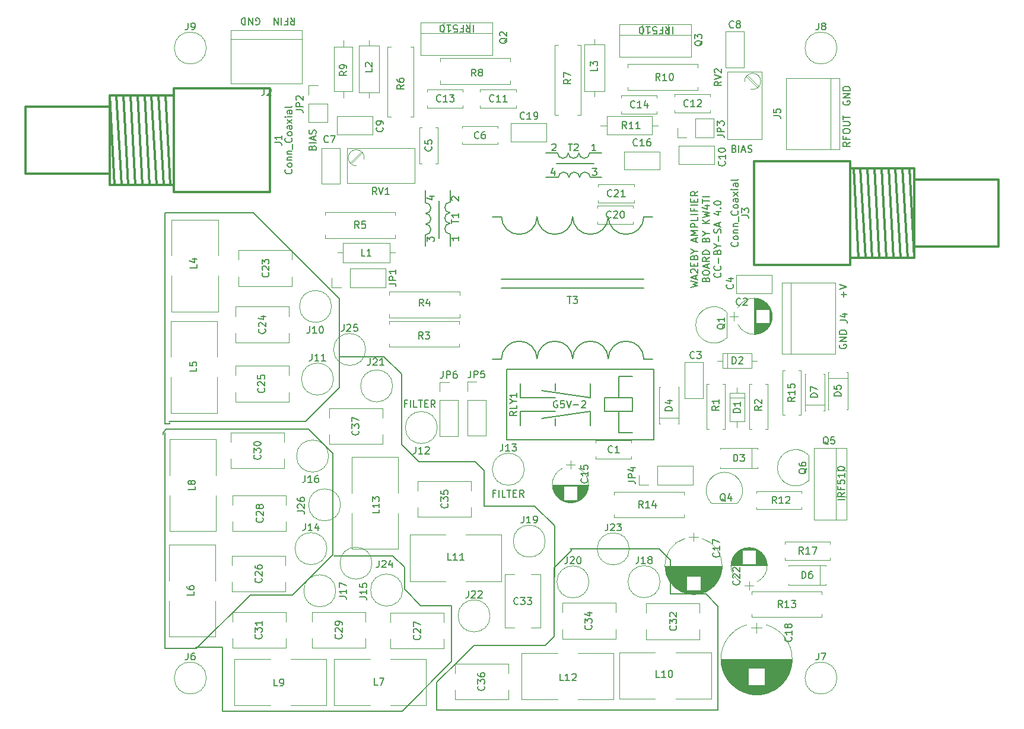
<source format=gbr>
G04 #@! TF.FileFunction,Legend,Top*
%FSLAX46Y46*%
G04 Gerber Fmt 4.6, Leading zero omitted, Abs format (unit mm)*
G04 Created by KiCad (PCBNEW 4.0.7) date 02/13/19 12:21:22*
%MOMM*%
%LPD*%
G01*
G04 APERTURE LIST*
%ADD10C,0.100000*%
%ADD11C,0.150000*%
%ADD12C,0.200000*%
%ADD13C,0.120000*%
%ADD14C,0.300000*%
G04 APERTURE END LIST*
D10*
D11*
X116433081Y-79170943D02*
X117433081Y-78932848D01*
X116718795Y-78742371D01*
X117433081Y-78551895D01*
X116433081Y-78313800D01*
X117147367Y-77980467D02*
X117147367Y-77504276D01*
X117433081Y-78075705D02*
X116433081Y-77742372D01*
X117433081Y-77409038D01*
X116528319Y-77123324D02*
X116480700Y-77075705D01*
X116433081Y-76980467D01*
X116433081Y-76742371D01*
X116480700Y-76647133D01*
X116528319Y-76599514D01*
X116623557Y-76551895D01*
X116718795Y-76551895D01*
X116861652Y-76599514D01*
X117433081Y-77170943D01*
X117433081Y-76551895D01*
X116909271Y-76123324D02*
X116909271Y-75789990D01*
X117433081Y-75647133D02*
X117433081Y-76123324D01*
X116433081Y-76123324D01*
X116433081Y-75647133D01*
X116909271Y-74885228D02*
X116956890Y-74742371D01*
X117004510Y-74694752D01*
X117099748Y-74647133D01*
X117242605Y-74647133D01*
X117337843Y-74694752D01*
X117385462Y-74742371D01*
X117433081Y-74837609D01*
X117433081Y-75218562D01*
X116433081Y-75218562D01*
X116433081Y-74885228D01*
X116480700Y-74789990D01*
X116528319Y-74742371D01*
X116623557Y-74694752D01*
X116718795Y-74694752D01*
X116814033Y-74742371D01*
X116861652Y-74789990D01*
X116909271Y-74885228D01*
X116909271Y-75218562D01*
X116956890Y-74028086D02*
X117433081Y-74028086D01*
X116433081Y-74361419D02*
X116956890Y-74028086D01*
X116433081Y-73694752D01*
X117147367Y-72647133D02*
X117147367Y-72170942D01*
X117433081Y-72742371D02*
X116433081Y-72409038D01*
X117433081Y-72075704D01*
X117433081Y-71742371D02*
X116433081Y-71742371D01*
X117147367Y-71409037D01*
X116433081Y-71075704D01*
X117433081Y-71075704D01*
X117433081Y-70599514D02*
X116433081Y-70599514D01*
X116433081Y-70218561D01*
X116480700Y-70123323D01*
X116528319Y-70075704D01*
X116623557Y-70028085D01*
X116766414Y-70028085D01*
X116861652Y-70075704D01*
X116909271Y-70123323D01*
X116956890Y-70218561D01*
X116956890Y-70599514D01*
X117433081Y-69123323D02*
X117433081Y-69599514D01*
X116433081Y-69599514D01*
X117433081Y-68789990D02*
X116433081Y-68789990D01*
X116909271Y-67980466D02*
X116909271Y-68313800D01*
X117433081Y-68313800D02*
X116433081Y-68313800D01*
X116433081Y-67837609D01*
X117433081Y-67456657D02*
X116433081Y-67456657D01*
X116909271Y-66980467D02*
X116909271Y-66647133D01*
X117433081Y-66504276D02*
X117433081Y-66980467D01*
X116433081Y-66980467D01*
X116433081Y-66504276D01*
X117433081Y-65504276D02*
X116956890Y-65837610D01*
X117433081Y-66075705D02*
X116433081Y-66075705D01*
X116433081Y-65694752D01*
X116480700Y-65599514D01*
X116528319Y-65551895D01*
X116623557Y-65504276D01*
X116766414Y-65504276D01*
X116861652Y-65551895D01*
X116909271Y-65599514D01*
X116956890Y-65694752D01*
X116956890Y-66075705D01*
X118559271Y-78051895D02*
X118606890Y-77909038D01*
X118654510Y-77861419D01*
X118749748Y-77813800D01*
X118892605Y-77813800D01*
X118987843Y-77861419D01*
X119035462Y-77909038D01*
X119083081Y-78004276D01*
X119083081Y-78385229D01*
X118083081Y-78385229D01*
X118083081Y-78051895D01*
X118130700Y-77956657D01*
X118178319Y-77909038D01*
X118273557Y-77861419D01*
X118368795Y-77861419D01*
X118464033Y-77909038D01*
X118511652Y-77956657D01*
X118559271Y-78051895D01*
X118559271Y-78385229D01*
X118083081Y-77194753D02*
X118083081Y-77004276D01*
X118130700Y-76909038D01*
X118225938Y-76813800D01*
X118416414Y-76766181D01*
X118749748Y-76766181D01*
X118940224Y-76813800D01*
X119035462Y-76909038D01*
X119083081Y-77004276D01*
X119083081Y-77194753D01*
X119035462Y-77289991D01*
X118940224Y-77385229D01*
X118749748Y-77432848D01*
X118416414Y-77432848D01*
X118225938Y-77385229D01*
X118130700Y-77289991D01*
X118083081Y-77194753D01*
X118797367Y-76385229D02*
X118797367Y-75909038D01*
X119083081Y-76480467D02*
X118083081Y-76147134D01*
X119083081Y-75813800D01*
X119083081Y-74909038D02*
X118606890Y-75242372D01*
X119083081Y-75480467D02*
X118083081Y-75480467D01*
X118083081Y-75099514D01*
X118130700Y-75004276D01*
X118178319Y-74956657D01*
X118273557Y-74909038D01*
X118416414Y-74909038D01*
X118511652Y-74956657D01*
X118559271Y-75004276D01*
X118606890Y-75099514D01*
X118606890Y-75480467D01*
X119083081Y-74480467D02*
X118083081Y-74480467D01*
X118083081Y-74242372D01*
X118130700Y-74099514D01*
X118225938Y-74004276D01*
X118321176Y-73956657D01*
X118511652Y-73909038D01*
X118654510Y-73909038D01*
X118844986Y-73956657D01*
X118940224Y-74004276D01*
X119035462Y-74099514D01*
X119083081Y-74242372D01*
X119083081Y-74480467D01*
X118559271Y-72385228D02*
X118606890Y-72242371D01*
X118654510Y-72194752D01*
X118749748Y-72147133D01*
X118892605Y-72147133D01*
X118987843Y-72194752D01*
X119035462Y-72242371D01*
X119083081Y-72337609D01*
X119083081Y-72718562D01*
X118083081Y-72718562D01*
X118083081Y-72385228D01*
X118130700Y-72289990D01*
X118178319Y-72242371D01*
X118273557Y-72194752D01*
X118368795Y-72194752D01*
X118464033Y-72242371D01*
X118511652Y-72289990D01*
X118559271Y-72385228D01*
X118559271Y-72718562D01*
X118606890Y-71528086D02*
X119083081Y-71528086D01*
X118083081Y-71861419D02*
X118606890Y-71528086D01*
X118083081Y-71194752D01*
X119083081Y-70099514D02*
X118083081Y-70099514D01*
X119083081Y-69528085D02*
X118511652Y-69956657D01*
X118083081Y-69528085D02*
X118654510Y-70099514D01*
X118083081Y-69194752D02*
X119083081Y-68956657D01*
X118368795Y-68766180D01*
X119083081Y-68575704D01*
X118083081Y-68337609D01*
X118416414Y-67528085D02*
X119083081Y-67528085D01*
X118035462Y-67766181D02*
X118749748Y-68004276D01*
X118749748Y-67385228D01*
X118083081Y-67147133D02*
X118083081Y-66575704D01*
X119083081Y-66861419D02*
X118083081Y-66861419D01*
X119083081Y-66242371D02*
X118083081Y-66242371D01*
X120637843Y-77147133D02*
X120685462Y-77194752D01*
X120733081Y-77337609D01*
X120733081Y-77432847D01*
X120685462Y-77575705D01*
X120590224Y-77670943D01*
X120494986Y-77718562D01*
X120304510Y-77766181D01*
X120161652Y-77766181D01*
X119971176Y-77718562D01*
X119875938Y-77670943D01*
X119780700Y-77575705D01*
X119733081Y-77432847D01*
X119733081Y-77337609D01*
X119780700Y-77194752D01*
X119828319Y-77147133D01*
X120637843Y-76147133D02*
X120685462Y-76194752D01*
X120733081Y-76337609D01*
X120733081Y-76432847D01*
X120685462Y-76575705D01*
X120590224Y-76670943D01*
X120494986Y-76718562D01*
X120304510Y-76766181D01*
X120161652Y-76766181D01*
X119971176Y-76718562D01*
X119875938Y-76670943D01*
X119780700Y-76575705D01*
X119733081Y-76432847D01*
X119733081Y-76337609D01*
X119780700Y-76194752D01*
X119828319Y-76147133D01*
X120352129Y-75718562D02*
X120352129Y-74956657D01*
X120209271Y-74147133D02*
X120256890Y-74004276D01*
X120304510Y-73956657D01*
X120399748Y-73909038D01*
X120542605Y-73909038D01*
X120637843Y-73956657D01*
X120685462Y-74004276D01*
X120733081Y-74099514D01*
X120733081Y-74480467D01*
X119733081Y-74480467D01*
X119733081Y-74147133D01*
X119780700Y-74051895D01*
X119828319Y-74004276D01*
X119923557Y-73956657D01*
X120018795Y-73956657D01*
X120114033Y-74004276D01*
X120161652Y-74051895D01*
X120209271Y-74147133D01*
X120209271Y-74480467D01*
X120256890Y-73289991D02*
X120733081Y-73289991D01*
X119733081Y-73623324D02*
X120256890Y-73289991D01*
X119733081Y-72956657D01*
X120352129Y-72623324D02*
X120352129Y-71861419D01*
X120685462Y-71432848D02*
X120733081Y-71289991D01*
X120733081Y-71051895D01*
X120685462Y-70956657D01*
X120637843Y-70909038D01*
X120542605Y-70861419D01*
X120447367Y-70861419D01*
X120352129Y-70909038D01*
X120304510Y-70956657D01*
X120256890Y-71051895D01*
X120209271Y-71242372D01*
X120161652Y-71337610D01*
X120114033Y-71385229D01*
X120018795Y-71432848D01*
X119923557Y-71432848D01*
X119828319Y-71385229D01*
X119780700Y-71337610D01*
X119733081Y-71242372D01*
X119733081Y-71004276D01*
X119780700Y-70861419D01*
X120447367Y-70480467D02*
X120447367Y-70004276D01*
X120733081Y-70575705D02*
X119733081Y-70242372D01*
X120733081Y-69909038D01*
X120066414Y-68385228D02*
X120733081Y-68385228D01*
X119685462Y-68623324D02*
X120399748Y-68861419D01*
X120399748Y-68242371D01*
X120637843Y-67861419D02*
X120685462Y-67813800D01*
X120733081Y-67861419D01*
X120685462Y-67909038D01*
X120637843Y-67861419D01*
X120733081Y-67861419D01*
X119733081Y-67194753D02*
X119733081Y-67099514D01*
X119780700Y-67004276D01*
X119828319Y-66956657D01*
X119923557Y-66909038D01*
X120114033Y-66861419D01*
X120352129Y-66861419D01*
X120542605Y-66909038D01*
X120637843Y-66956657D01*
X120685462Y-67004276D01*
X120733081Y-67099514D01*
X120733081Y-67194753D01*
X120685462Y-67289991D01*
X120637843Y-67337610D01*
X120542605Y-67385229D01*
X120352129Y-67432848D01*
X120114033Y-67432848D01*
X119923557Y-67385229D01*
X119828319Y-67337610D01*
X119780700Y-67289991D01*
X119733081Y-67194753D01*
X88514467Y-108615171D02*
X88181133Y-108615171D01*
X88181133Y-109138981D02*
X88181133Y-108138981D01*
X88657324Y-108138981D01*
X89038276Y-109138981D02*
X89038276Y-108138981D01*
X89990657Y-109138981D02*
X89514466Y-109138981D01*
X89514466Y-108138981D01*
X90181133Y-108138981D02*
X90752562Y-108138981D01*
X90466847Y-109138981D02*
X90466847Y-108138981D01*
X91085895Y-108615171D02*
X91419229Y-108615171D01*
X91562086Y-109138981D02*
X91085895Y-109138981D01*
X91085895Y-108138981D01*
X91562086Y-108138981D01*
X92562086Y-109138981D02*
X92228752Y-108662790D01*
X91990657Y-109138981D02*
X91990657Y-108138981D01*
X92371610Y-108138981D01*
X92466848Y-108186600D01*
X92514467Y-108234219D01*
X92562086Y-108329457D01*
X92562086Y-108472314D01*
X92514467Y-108567552D01*
X92466848Y-108615171D01*
X92371610Y-108662790D01*
X91990657Y-108662790D01*
X75890667Y-95800871D02*
X75557333Y-95800871D01*
X75557333Y-96324681D02*
X75557333Y-95324681D01*
X76033524Y-95324681D01*
X76414476Y-96324681D02*
X76414476Y-95324681D01*
X77366857Y-96324681D02*
X76890666Y-96324681D01*
X76890666Y-95324681D01*
X77557333Y-95324681D02*
X78128762Y-95324681D01*
X77843047Y-96324681D02*
X77843047Y-95324681D01*
X78462095Y-95800871D02*
X78795429Y-95800871D01*
X78938286Y-96324681D02*
X78462095Y-96324681D01*
X78462095Y-95324681D01*
X78938286Y-95324681D01*
X79938286Y-96324681D02*
X79604952Y-95848490D01*
X79366857Y-96324681D02*
X79366857Y-95324681D01*
X79747810Y-95324681D01*
X79843048Y-95372300D01*
X79890667Y-95419919D01*
X79938286Y-95515157D01*
X79938286Y-95658014D01*
X79890667Y-95753252D01*
X79843048Y-95800871D01*
X79747810Y-95848490D01*
X79366857Y-95848490D01*
D12*
X96989900Y-120548400D02*
X96901000Y-120548400D01*
X96989900Y-113258600D02*
X96989900Y-120548400D01*
X94145100Y-110413800D02*
X96989900Y-113258600D01*
X86944200Y-110413800D02*
X94145100Y-110413800D01*
X86944200Y-105346500D02*
X86944200Y-110413800D01*
X85699600Y-104101900D02*
X86944200Y-105346500D01*
X77609700Y-104101900D02*
X85699600Y-104101900D01*
X75120500Y-101612700D02*
X77609700Y-104101900D01*
X75120500Y-91567000D02*
X75120500Y-101612700D01*
X72631300Y-89077800D02*
X75120500Y-91567000D01*
X66230500Y-89077800D02*
X72631300Y-89077800D01*
X99352100Y-116801900D02*
X99352100Y-116560600D01*
X96901000Y-119253000D02*
X99352100Y-116801900D01*
X96901000Y-129082800D02*
X96901000Y-119253000D01*
X95669100Y-130314700D02*
X96901000Y-129082800D01*
X85496400Y-130314700D02*
X95669100Y-130314700D01*
X83426300Y-132384800D02*
X85496400Y-130314700D01*
X80187800Y-135623300D02*
X83426300Y-132384800D01*
X80187800Y-139534900D02*
X80187800Y-135623300D01*
X120307100Y-139534900D02*
X80187800Y-139534900D01*
X120307100Y-124714000D02*
X120307100Y-139534900D01*
X118579900Y-122986800D02*
X120307100Y-124714000D01*
X113487200Y-122986800D02*
X118579900Y-122986800D01*
X113487200Y-118173500D02*
X113487200Y-122986800D01*
X111874300Y-116560600D02*
X113487200Y-118173500D01*
X99237800Y-116560600D02*
X111874300Y-116560600D01*
X49618900Y-130594100D02*
X45770800Y-130594100D01*
X49618900Y-139700000D02*
X49618900Y-130594100D01*
X75209400Y-139700000D02*
X49618900Y-139700000D01*
X82308700Y-132600700D02*
X75209400Y-139700000D01*
X82308700Y-126619000D02*
X82308700Y-132600700D01*
X82308700Y-124663200D02*
X82308700Y-126619000D01*
X77889100Y-124663200D02*
X82308700Y-124663200D01*
X75552300Y-122326400D02*
X77889100Y-124663200D01*
X75552300Y-119202200D02*
X75552300Y-122326400D01*
X73926700Y-117576600D02*
X75552300Y-119202200D01*
X65493900Y-117576600D02*
X73926700Y-117576600D01*
X41097200Y-99923600D02*
X41097200Y-100190300D01*
X41541700Y-99479100D02*
X41097200Y-99923600D01*
X61899800Y-99479100D02*
X41541700Y-99479100D01*
X65366900Y-102946200D02*
X61899800Y-99479100D01*
X65366900Y-117348000D02*
X65366900Y-102946200D01*
X59588400Y-123126500D02*
X65366900Y-117348000D01*
X53543200Y-123126500D02*
X59588400Y-123126500D01*
X45897800Y-130771900D02*
X53543200Y-123126500D01*
X41363900Y-130771900D02*
X45897800Y-130771900D01*
X41363900Y-99923600D02*
X41363900Y-130771900D01*
X42049700Y-98679000D02*
X42049700Y-98501200D01*
X41338500Y-98679000D02*
X42049700Y-98679000D01*
X41338500Y-68541900D02*
X41338500Y-98679000D01*
X53962300Y-68541900D02*
X41338500Y-68541900D01*
X66230500Y-80810100D02*
X53962300Y-68541900D01*
X66230500Y-93522800D02*
X66230500Y-80810100D01*
X61429900Y-98323400D02*
X66230500Y-93522800D01*
X41960800Y-98323400D02*
X61429900Y-98323400D01*
D11*
X122626572Y-59364571D02*
X122769429Y-59412190D01*
X122817048Y-59459810D01*
X122864667Y-59555048D01*
X122864667Y-59697905D01*
X122817048Y-59793143D01*
X122769429Y-59840762D01*
X122674191Y-59888381D01*
X122293238Y-59888381D01*
X122293238Y-58888381D01*
X122626572Y-58888381D01*
X122721810Y-58936000D01*
X122769429Y-58983619D01*
X122817048Y-59078857D01*
X122817048Y-59174095D01*
X122769429Y-59269333D01*
X122721810Y-59316952D01*
X122626572Y-59364571D01*
X122293238Y-59364571D01*
X123293238Y-59888381D02*
X123293238Y-58888381D01*
X123721809Y-59602667D02*
X124198000Y-59602667D01*
X123626571Y-59888381D02*
X123959904Y-58888381D01*
X124293238Y-59888381D01*
X124578952Y-59840762D02*
X124721809Y-59888381D01*
X124959905Y-59888381D01*
X125055143Y-59840762D01*
X125102762Y-59793143D01*
X125150381Y-59697905D01*
X125150381Y-59602667D01*
X125102762Y-59507429D01*
X125055143Y-59459810D01*
X124959905Y-59412190D01*
X124769428Y-59364571D01*
X124674190Y-59316952D01*
X124626571Y-59269333D01*
X124578952Y-59174095D01*
X124578952Y-59078857D01*
X124626571Y-58983619D01*
X124674190Y-58936000D01*
X124769428Y-58888381D01*
X125007524Y-58888381D01*
X125150381Y-58936000D01*
X62412571Y-59237428D02*
X62460190Y-59094571D01*
X62507810Y-59046952D01*
X62603048Y-58999333D01*
X62745905Y-58999333D01*
X62841143Y-59046952D01*
X62888762Y-59094571D01*
X62936381Y-59189809D01*
X62936381Y-59570762D01*
X61936381Y-59570762D01*
X61936381Y-59237428D01*
X61984000Y-59142190D01*
X62031619Y-59094571D01*
X62126857Y-59046952D01*
X62222095Y-59046952D01*
X62317333Y-59094571D01*
X62364952Y-59142190D01*
X62412571Y-59237428D01*
X62412571Y-59570762D01*
X62936381Y-58570762D02*
X61936381Y-58570762D01*
X62650667Y-58142191D02*
X62650667Y-57666000D01*
X62936381Y-58237429D02*
X61936381Y-57904096D01*
X62936381Y-57570762D01*
X62888762Y-57285048D02*
X62936381Y-57142191D01*
X62936381Y-56904095D01*
X62888762Y-56808857D01*
X62841143Y-56761238D01*
X62745905Y-56713619D01*
X62650667Y-56713619D01*
X62555429Y-56761238D01*
X62507810Y-56808857D01*
X62460190Y-56904095D01*
X62412571Y-57094572D01*
X62364952Y-57189810D01*
X62317333Y-57237429D01*
X62222095Y-57285048D01*
X62126857Y-57285048D01*
X62031619Y-57237429D01*
X61984000Y-57189810D01*
X61936381Y-57094572D01*
X61936381Y-56856476D01*
X61984000Y-56713619D01*
X54355904Y-41648000D02*
X54451142Y-41695619D01*
X54593999Y-41695619D01*
X54736857Y-41648000D01*
X54832095Y-41552762D01*
X54879714Y-41457524D01*
X54927333Y-41267048D01*
X54927333Y-41124190D01*
X54879714Y-40933714D01*
X54832095Y-40838476D01*
X54736857Y-40743238D01*
X54593999Y-40695619D01*
X54498761Y-40695619D01*
X54355904Y-40743238D01*
X54308285Y-40790857D01*
X54308285Y-41124190D01*
X54498761Y-41124190D01*
X53879714Y-40695619D02*
X53879714Y-41695619D01*
X53308285Y-40695619D01*
X53308285Y-41695619D01*
X52832095Y-40695619D02*
X52832095Y-41695619D01*
X52594000Y-41695619D01*
X52451142Y-41648000D01*
X52355904Y-41552762D01*
X52308285Y-41457524D01*
X52260666Y-41267048D01*
X52260666Y-41124190D01*
X52308285Y-40933714D01*
X52355904Y-40838476D01*
X52451142Y-40743238D01*
X52594000Y-40695619D01*
X52832095Y-40695619D01*
X59300952Y-40695619D02*
X59634286Y-41171810D01*
X59872381Y-40695619D02*
X59872381Y-41695619D01*
X59491428Y-41695619D01*
X59396190Y-41648000D01*
X59348571Y-41600381D01*
X59300952Y-41505143D01*
X59300952Y-41362286D01*
X59348571Y-41267048D01*
X59396190Y-41219429D01*
X59491428Y-41171810D01*
X59872381Y-41171810D01*
X58539047Y-41219429D02*
X58872381Y-41219429D01*
X58872381Y-40695619D02*
X58872381Y-41695619D01*
X58396190Y-41695619D01*
X58015238Y-40695619D02*
X58015238Y-41695619D01*
X57539048Y-40695619D02*
X57539048Y-41695619D01*
X56967619Y-40695619D01*
X56967619Y-41695619D01*
X139136381Y-58443619D02*
X138660190Y-58776953D01*
X139136381Y-59015048D02*
X138136381Y-59015048D01*
X138136381Y-58634095D01*
X138184000Y-58538857D01*
X138231619Y-58491238D01*
X138326857Y-58443619D01*
X138469714Y-58443619D01*
X138564952Y-58491238D01*
X138612571Y-58538857D01*
X138660190Y-58634095D01*
X138660190Y-59015048D01*
X138612571Y-57681714D02*
X138612571Y-58015048D01*
X139136381Y-58015048D02*
X138136381Y-58015048D01*
X138136381Y-57538857D01*
X138136381Y-56967429D02*
X138136381Y-56776952D01*
X138184000Y-56681714D01*
X138279238Y-56586476D01*
X138469714Y-56538857D01*
X138803048Y-56538857D01*
X138993524Y-56586476D01*
X139088762Y-56681714D01*
X139136381Y-56776952D01*
X139136381Y-56967429D01*
X139088762Y-57062667D01*
X138993524Y-57157905D01*
X138803048Y-57205524D01*
X138469714Y-57205524D01*
X138279238Y-57157905D01*
X138184000Y-57062667D01*
X138136381Y-56967429D01*
X138136381Y-56110286D02*
X138945905Y-56110286D01*
X139041143Y-56062667D01*
X139088762Y-56015048D01*
X139136381Y-55919810D01*
X139136381Y-55729333D01*
X139088762Y-55634095D01*
X139041143Y-55586476D01*
X138945905Y-55538857D01*
X138136381Y-55538857D01*
X138136381Y-55205524D02*
X138136381Y-54634095D01*
X139136381Y-54919810D02*
X138136381Y-54919810D01*
X138184000Y-52577904D02*
X138136381Y-52673142D01*
X138136381Y-52815999D01*
X138184000Y-52958857D01*
X138279238Y-53054095D01*
X138374476Y-53101714D01*
X138564952Y-53149333D01*
X138707810Y-53149333D01*
X138898286Y-53101714D01*
X138993524Y-53054095D01*
X139088762Y-52958857D01*
X139136381Y-52815999D01*
X139136381Y-52720761D01*
X139088762Y-52577904D01*
X139041143Y-52530285D01*
X138707810Y-52530285D01*
X138707810Y-52720761D01*
X139136381Y-52101714D02*
X138136381Y-52101714D01*
X139136381Y-51530285D01*
X138136381Y-51530285D01*
X139136381Y-51054095D02*
X138136381Y-51054095D01*
X138136381Y-50816000D01*
X138184000Y-50673142D01*
X138279238Y-50577904D01*
X138374476Y-50530285D01*
X138564952Y-50482666D01*
X138707810Y-50482666D01*
X138898286Y-50530285D01*
X138993524Y-50577904D01*
X139088762Y-50673142D01*
X139136381Y-50816000D01*
X139136381Y-51054095D01*
X137676000Y-87375904D02*
X137628381Y-87471142D01*
X137628381Y-87613999D01*
X137676000Y-87756857D01*
X137771238Y-87852095D01*
X137866476Y-87899714D01*
X138056952Y-87947333D01*
X138199810Y-87947333D01*
X138390286Y-87899714D01*
X138485524Y-87852095D01*
X138580762Y-87756857D01*
X138628381Y-87613999D01*
X138628381Y-87518761D01*
X138580762Y-87375904D01*
X138533143Y-87328285D01*
X138199810Y-87328285D01*
X138199810Y-87518761D01*
X138628381Y-86899714D02*
X137628381Y-86899714D01*
X138628381Y-86328285D01*
X137628381Y-86328285D01*
X138628381Y-85852095D02*
X137628381Y-85852095D01*
X137628381Y-85614000D01*
X137676000Y-85471142D01*
X137771238Y-85375904D01*
X137866476Y-85328285D01*
X138056952Y-85280666D01*
X138199810Y-85280666D01*
X138390286Y-85328285D01*
X138485524Y-85375904D01*
X138580762Y-85471142D01*
X138628381Y-85614000D01*
X138628381Y-85852095D01*
X138247429Y-80565524D02*
X138247429Y-79803619D01*
X138628381Y-80184571D02*
X137866476Y-80184571D01*
X137628381Y-79470286D02*
X138628381Y-79136953D01*
X137628381Y-78803619D01*
X138374381Y-109545143D02*
X137374381Y-109545143D01*
X138374381Y-108497524D02*
X137898190Y-108830858D01*
X138374381Y-109068953D02*
X137374381Y-109068953D01*
X137374381Y-108688000D01*
X137422000Y-108592762D01*
X137469619Y-108545143D01*
X137564857Y-108497524D01*
X137707714Y-108497524D01*
X137802952Y-108545143D01*
X137850571Y-108592762D01*
X137898190Y-108688000D01*
X137898190Y-109068953D01*
X137850571Y-107735619D02*
X137850571Y-108068953D01*
X138374381Y-108068953D02*
X137374381Y-108068953D01*
X137374381Y-107592762D01*
X137374381Y-106735619D02*
X137374381Y-107211810D01*
X137850571Y-107259429D01*
X137802952Y-107211810D01*
X137755333Y-107116572D01*
X137755333Y-106878476D01*
X137802952Y-106783238D01*
X137850571Y-106735619D01*
X137945810Y-106688000D01*
X138183905Y-106688000D01*
X138279143Y-106735619D01*
X138326762Y-106783238D01*
X138374381Y-106878476D01*
X138374381Y-107116572D01*
X138326762Y-107211810D01*
X138279143Y-107259429D01*
X138374381Y-105735619D02*
X138374381Y-106307048D01*
X138374381Y-106021334D02*
X137374381Y-106021334D01*
X137517238Y-106116572D01*
X137612476Y-106211810D01*
X137660095Y-106307048D01*
X137374381Y-105116572D02*
X137374381Y-105021333D01*
X137422000Y-104926095D01*
X137469619Y-104878476D01*
X137564857Y-104830857D01*
X137755333Y-104783238D01*
X137993429Y-104783238D01*
X138183905Y-104830857D01*
X138279143Y-104878476D01*
X138326762Y-104926095D01*
X138374381Y-105021333D01*
X138374381Y-105116572D01*
X138326762Y-105211810D01*
X138279143Y-105259429D01*
X138183905Y-105307048D01*
X137993429Y-105354667D01*
X137755333Y-105354667D01*
X137564857Y-105307048D01*
X137469619Y-105259429D01*
X137422000Y-105211810D01*
X137374381Y-105116572D01*
X113863143Y-41965619D02*
X113863143Y-42965619D01*
X112815524Y-41965619D02*
X113148858Y-42441810D01*
X113386953Y-41965619D02*
X113386953Y-42965619D01*
X113006000Y-42965619D01*
X112910762Y-42918000D01*
X112863143Y-42870381D01*
X112815524Y-42775143D01*
X112815524Y-42632286D01*
X112863143Y-42537048D01*
X112910762Y-42489429D01*
X113006000Y-42441810D01*
X113386953Y-42441810D01*
X112053619Y-42489429D02*
X112386953Y-42489429D01*
X112386953Y-41965619D02*
X112386953Y-42965619D01*
X111910762Y-42965619D01*
X111053619Y-42965619D02*
X111529810Y-42965619D01*
X111577429Y-42489429D01*
X111529810Y-42537048D01*
X111434572Y-42584667D01*
X111196476Y-42584667D01*
X111101238Y-42537048D01*
X111053619Y-42489429D01*
X111006000Y-42394190D01*
X111006000Y-42156095D01*
X111053619Y-42060857D01*
X111101238Y-42013238D01*
X111196476Y-41965619D01*
X111434572Y-41965619D01*
X111529810Y-42013238D01*
X111577429Y-42060857D01*
X110053619Y-41965619D02*
X110625048Y-41965619D01*
X110339334Y-41965619D02*
X110339334Y-42965619D01*
X110434572Y-42822762D01*
X110529810Y-42727524D01*
X110625048Y-42679905D01*
X109434572Y-42965619D02*
X109339333Y-42965619D01*
X109244095Y-42918000D01*
X109196476Y-42870381D01*
X109148857Y-42775143D01*
X109101238Y-42584667D01*
X109101238Y-42346571D01*
X109148857Y-42156095D01*
X109196476Y-42060857D01*
X109244095Y-42013238D01*
X109339333Y-41965619D01*
X109434572Y-41965619D01*
X109529810Y-42013238D01*
X109577429Y-42060857D01*
X109625048Y-42156095D01*
X109672667Y-42346571D01*
X109672667Y-42584667D01*
X109625048Y-42775143D01*
X109577429Y-42870381D01*
X109529810Y-42918000D01*
X109434572Y-42965619D01*
X85415143Y-41711619D02*
X85415143Y-42711619D01*
X84367524Y-41711619D02*
X84700858Y-42187810D01*
X84938953Y-41711619D02*
X84938953Y-42711619D01*
X84558000Y-42711619D01*
X84462762Y-42664000D01*
X84415143Y-42616381D01*
X84367524Y-42521143D01*
X84367524Y-42378286D01*
X84415143Y-42283048D01*
X84462762Y-42235429D01*
X84558000Y-42187810D01*
X84938953Y-42187810D01*
X83605619Y-42235429D02*
X83938953Y-42235429D01*
X83938953Y-41711619D02*
X83938953Y-42711619D01*
X83462762Y-42711619D01*
X82605619Y-42711619D02*
X83081810Y-42711619D01*
X83129429Y-42235429D01*
X83081810Y-42283048D01*
X82986572Y-42330667D01*
X82748476Y-42330667D01*
X82653238Y-42283048D01*
X82605619Y-42235429D01*
X82558000Y-42140190D01*
X82558000Y-41902095D01*
X82605619Y-41806857D01*
X82653238Y-41759238D01*
X82748476Y-41711619D01*
X82986572Y-41711619D01*
X83081810Y-41759238D01*
X83129429Y-41806857D01*
X81605619Y-41711619D02*
X82177048Y-41711619D01*
X81891334Y-41711619D02*
X81891334Y-42711619D01*
X81986572Y-42568762D01*
X82081810Y-42473524D01*
X82177048Y-42425905D01*
X80986572Y-42711619D02*
X80891333Y-42711619D01*
X80796095Y-42664000D01*
X80748476Y-42616381D01*
X80700857Y-42521143D01*
X80653238Y-42330667D01*
X80653238Y-42092571D01*
X80700857Y-41902095D01*
X80748476Y-41806857D01*
X80796095Y-41759238D01*
X80891333Y-41711619D01*
X80986572Y-41711619D01*
X81081810Y-41759238D01*
X81129429Y-41806857D01*
X81177048Y-41902095D01*
X81224667Y-42092571D01*
X81224667Y-42330667D01*
X81177048Y-42521143D01*
X81129429Y-42616381D01*
X81081810Y-42664000D01*
X80986572Y-42711619D01*
D13*
X42187400Y-97136400D02*
X42187400Y-92025400D01*
X42187400Y-89127400D02*
X42187400Y-84016400D01*
X48807400Y-97136400D02*
X48807400Y-92025400D01*
X48807400Y-89127400D02*
X48807400Y-84016400D01*
X42187400Y-97136400D02*
X48807400Y-97136400D01*
X42187400Y-84016400D02*
X48807400Y-84016400D01*
D12*
X89408000Y-77978000D02*
X109728000Y-77978000D01*
X89408000Y-79248000D02*
X109728000Y-79248000D01*
X89408000Y-89408000D02*
X88138000Y-89408000D01*
X109728000Y-89408000D02*
X110998000Y-89408000D01*
X89408000Y-69088000D02*
X88138000Y-69088000D01*
X109728000Y-69088000D02*
X110998000Y-69088000D01*
X91948000Y-86868000D02*
G75*
G03X89408000Y-89408000I0J-2540000D01*
G01*
X94488000Y-89408000D02*
G75*
G03X91948000Y-86868000I-2540000J0D01*
G01*
X99568000Y-89408000D02*
G75*
G03X97028000Y-86868000I-2540000J0D01*
G01*
X97028000Y-86868000D02*
G75*
G03X94488000Y-89408000I0J-2540000D01*
G01*
X107188000Y-86868000D02*
G75*
G03X104648000Y-89408000I0J-2540000D01*
G01*
X109728000Y-89408000D02*
G75*
G03X107188000Y-86868000I-2540000J0D01*
G01*
X104648000Y-89408000D02*
G75*
G03X102108000Y-86868000I-2540000J0D01*
G01*
X102108000Y-86868000D02*
G75*
G03X99568000Y-89408000I0J-2540000D01*
G01*
X99568000Y-69088000D02*
G75*
G03X102108000Y-71628000I2540000J0D01*
G01*
X102108000Y-71628000D02*
G75*
G03X104648000Y-69088000I0J2540000D01*
G01*
X102108000Y-71628000D02*
G75*
G03X104648000Y-69088000I0J2540000D01*
G01*
X99568000Y-69088000D02*
G75*
G03X102108000Y-71628000I2540000J0D01*
G01*
X99568000Y-69088000D02*
G75*
G03X102108000Y-71628000I2540000J0D01*
G01*
X102108000Y-71628000D02*
G75*
G03X104648000Y-69088000I0J2540000D01*
G01*
X102108000Y-71628000D02*
G75*
G03X104648000Y-69088000I0J2540000D01*
G01*
X99568000Y-69088000D02*
G75*
G03X102108000Y-71628000I2540000J0D01*
G01*
X104648000Y-69088000D02*
G75*
G03X107188000Y-71628000I2540000J0D01*
G01*
X107188000Y-71628000D02*
G75*
G03X109728000Y-69088000I0J2540000D01*
G01*
X107188000Y-71628000D02*
G75*
G03X109728000Y-69088000I0J2540000D01*
G01*
X104648000Y-69088000D02*
G75*
G03X107188000Y-71628000I2540000J0D01*
G01*
X104648000Y-69088000D02*
G75*
G03X107188000Y-71628000I2540000J0D01*
G01*
X107188000Y-71628000D02*
G75*
G03X109728000Y-69088000I0J2540000D01*
G01*
X107188000Y-71628000D02*
G75*
G03X109728000Y-69088000I0J2540000D01*
G01*
X104648000Y-69088000D02*
G75*
G03X107188000Y-71628000I2540000J0D01*
G01*
X94488000Y-69088000D02*
G75*
G03X97028000Y-71628000I2540000J0D01*
G01*
X97028000Y-71628000D02*
G75*
G03X99568000Y-69088000I0J2540000D01*
G01*
X97028000Y-71628000D02*
G75*
G03X99568000Y-69088000I0J2540000D01*
G01*
X94488000Y-69088000D02*
G75*
G03X97028000Y-71628000I2540000J0D01*
G01*
X94488000Y-69088000D02*
G75*
G03X97028000Y-71628000I2540000J0D01*
G01*
X97028000Y-71628000D02*
G75*
G03X99568000Y-69088000I0J2540000D01*
G01*
X97028000Y-71628000D02*
G75*
G03X99568000Y-69088000I0J2540000D01*
G01*
X94488000Y-69088000D02*
G75*
G03X97028000Y-71628000I2540000J0D01*
G01*
X89408000Y-69088000D02*
G75*
G03X91948000Y-71628000I2540000J0D01*
G01*
X91948000Y-71628000D02*
G75*
G03X94488000Y-69088000I0J2540000D01*
G01*
X91948000Y-71628000D02*
G75*
G03X94488000Y-69088000I0J2540000D01*
G01*
X89408000Y-69088000D02*
G75*
G03X91948000Y-71628000I2540000J0D01*
G01*
X89408000Y-69088000D02*
G75*
G03X91948000Y-71628000I2540000J0D01*
G01*
X91948000Y-71628000D02*
G75*
G03X94488000Y-69088000I0J2540000D01*
G01*
X91948000Y-71628000D02*
G75*
G03X94488000Y-69088000I0J2540000D01*
G01*
X89408000Y-69088000D02*
G75*
G03X91948000Y-71628000I2540000J0D01*
G01*
D13*
X127761722Y-82132277D02*
G75*
G03X123150420Y-82132000I-2305722J-1179723D01*
G01*
X127761722Y-84491723D02*
G75*
G02X123150420Y-84492000I-2305722J1179723D01*
G01*
X127761722Y-84491723D02*
G75*
G03X127761580Y-82132000I-2305722J1179723D01*
G01*
X125456000Y-80762000D02*
X125456000Y-85862000D01*
X125496000Y-80762000D02*
X125496000Y-85862000D01*
X125536000Y-80763000D02*
X125536000Y-85861000D01*
X125576000Y-80764000D02*
X125576000Y-85860000D01*
X125616000Y-80766000D02*
X125616000Y-85858000D01*
X125656000Y-80769000D02*
X125656000Y-85855000D01*
X125696000Y-80773000D02*
X125696000Y-85851000D01*
X125736000Y-80777000D02*
X125736000Y-82332000D01*
X125736000Y-84292000D02*
X125736000Y-85847000D01*
X125776000Y-80781000D02*
X125776000Y-82332000D01*
X125776000Y-84292000D02*
X125776000Y-85843000D01*
X125816000Y-80787000D02*
X125816000Y-82332000D01*
X125816000Y-84292000D02*
X125816000Y-85837000D01*
X125856000Y-80793000D02*
X125856000Y-82332000D01*
X125856000Y-84292000D02*
X125856000Y-85831000D01*
X125896000Y-80799000D02*
X125896000Y-82332000D01*
X125896000Y-84292000D02*
X125896000Y-85825000D01*
X125936000Y-80806000D02*
X125936000Y-82332000D01*
X125936000Y-84292000D02*
X125936000Y-85818000D01*
X125976000Y-80814000D02*
X125976000Y-82332000D01*
X125976000Y-84292000D02*
X125976000Y-85810000D01*
X126016000Y-80823000D02*
X126016000Y-82332000D01*
X126016000Y-84292000D02*
X126016000Y-85801000D01*
X126056000Y-80832000D02*
X126056000Y-82332000D01*
X126056000Y-84292000D02*
X126056000Y-85792000D01*
X126096000Y-80842000D02*
X126096000Y-82332000D01*
X126096000Y-84292000D02*
X126096000Y-85782000D01*
X126136000Y-80852000D02*
X126136000Y-82332000D01*
X126136000Y-84292000D02*
X126136000Y-85772000D01*
X126177000Y-80864000D02*
X126177000Y-82332000D01*
X126177000Y-84292000D02*
X126177000Y-85760000D01*
X126217000Y-80876000D02*
X126217000Y-82332000D01*
X126217000Y-84292000D02*
X126217000Y-85748000D01*
X126257000Y-80888000D02*
X126257000Y-82332000D01*
X126257000Y-84292000D02*
X126257000Y-85736000D01*
X126297000Y-80902000D02*
X126297000Y-82332000D01*
X126297000Y-84292000D02*
X126297000Y-85722000D01*
X126337000Y-80916000D02*
X126337000Y-82332000D01*
X126337000Y-84292000D02*
X126337000Y-85708000D01*
X126377000Y-80930000D02*
X126377000Y-82332000D01*
X126377000Y-84292000D02*
X126377000Y-85694000D01*
X126417000Y-80946000D02*
X126417000Y-82332000D01*
X126417000Y-84292000D02*
X126417000Y-85678000D01*
X126457000Y-80962000D02*
X126457000Y-82332000D01*
X126457000Y-84292000D02*
X126457000Y-85662000D01*
X126497000Y-80979000D02*
X126497000Y-82332000D01*
X126497000Y-84292000D02*
X126497000Y-85645000D01*
X126537000Y-80997000D02*
X126537000Y-82332000D01*
X126537000Y-84292000D02*
X126537000Y-85627000D01*
X126577000Y-81016000D02*
X126577000Y-82332000D01*
X126577000Y-84292000D02*
X126577000Y-85608000D01*
X126617000Y-81036000D02*
X126617000Y-82332000D01*
X126617000Y-84292000D02*
X126617000Y-85588000D01*
X126657000Y-81056000D02*
X126657000Y-82332000D01*
X126657000Y-84292000D02*
X126657000Y-85568000D01*
X126697000Y-81078000D02*
X126697000Y-82332000D01*
X126697000Y-84292000D02*
X126697000Y-85546000D01*
X126737000Y-81100000D02*
X126737000Y-82332000D01*
X126737000Y-84292000D02*
X126737000Y-85524000D01*
X126777000Y-81123000D02*
X126777000Y-82332000D01*
X126777000Y-84292000D02*
X126777000Y-85501000D01*
X126817000Y-81147000D02*
X126817000Y-82332000D01*
X126817000Y-84292000D02*
X126817000Y-85477000D01*
X126857000Y-81172000D02*
X126857000Y-82332000D01*
X126857000Y-84292000D02*
X126857000Y-85452000D01*
X126897000Y-81199000D02*
X126897000Y-82332000D01*
X126897000Y-84292000D02*
X126897000Y-85425000D01*
X126937000Y-81226000D02*
X126937000Y-82332000D01*
X126937000Y-84292000D02*
X126937000Y-85398000D01*
X126977000Y-81254000D02*
X126977000Y-82332000D01*
X126977000Y-84292000D02*
X126977000Y-85370000D01*
X127017000Y-81284000D02*
X127017000Y-82332000D01*
X127017000Y-84292000D02*
X127017000Y-85340000D01*
X127057000Y-81315000D02*
X127057000Y-82332000D01*
X127057000Y-84292000D02*
X127057000Y-85309000D01*
X127097000Y-81347000D02*
X127097000Y-82332000D01*
X127097000Y-84292000D02*
X127097000Y-85277000D01*
X127137000Y-81380000D02*
X127137000Y-82332000D01*
X127137000Y-84292000D02*
X127137000Y-85244000D01*
X127177000Y-81415000D02*
X127177000Y-82332000D01*
X127177000Y-84292000D02*
X127177000Y-85209000D01*
X127217000Y-81451000D02*
X127217000Y-82332000D01*
X127217000Y-84292000D02*
X127217000Y-85173000D01*
X127257000Y-81489000D02*
X127257000Y-82332000D01*
X127257000Y-84292000D02*
X127257000Y-85135000D01*
X127297000Y-81529000D02*
X127297000Y-82332000D01*
X127297000Y-84292000D02*
X127297000Y-85095000D01*
X127337000Y-81570000D02*
X127337000Y-82332000D01*
X127337000Y-84292000D02*
X127337000Y-85054000D01*
X127377000Y-81613000D02*
X127377000Y-82332000D01*
X127377000Y-84292000D02*
X127377000Y-85011000D01*
X127417000Y-81658000D02*
X127417000Y-82332000D01*
X127417000Y-84292000D02*
X127417000Y-84966000D01*
X127457000Y-81706000D02*
X127457000Y-82332000D01*
X127457000Y-84292000D02*
X127457000Y-84918000D01*
X127497000Y-81756000D02*
X127497000Y-82332000D01*
X127497000Y-84292000D02*
X127497000Y-84868000D01*
X127537000Y-81808000D02*
X127537000Y-82332000D01*
X127537000Y-84292000D02*
X127537000Y-84816000D01*
X127577000Y-81864000D02*
X127577000Y-82332000D01*
X127577000Y-84292000D02*
X127577000Y-84760000D01*
X127617000Y-81922000D02*
X127617000Y-82332000D01*
X127617000Y-84292000D02*
X127617000Y-84702000D01*
X127657000Y-81985000D02*
X127657000Y-82332000D01*
X127657000Y-84292000D02*
X127657000Y-84639000D01*
X127697000Y-82051000D02*
X127697000Y-84573000D01*
X127737000Y-82123000D02*
X127737000Y-84501000D01*
X127777000Y-82200000D02*
X127777000Y-84424000D01*
X127817000Y-82284000D02*
X127817000Y-84340000D01*
X127857000Y-82378000D02*
X127857000Y-84246000D01*
X127897000Y-82483000D02*
X127897000Y-84141000D01*
X127937000Y-82605000D02*
X127937000Y-84019000D01*
X127977000Y-82753000D02*
X127977000Y-83871000D01*
X128017000Y-82958000D02*
X128017000Y-83666000D01*
X122006000Y-83312000D02*
X123206000Y-83312000D01*
X122606000Y-82662000D02*
X122606000Y-83962000D01*
X118150000Y-89876000D02*
X118150000Y-94996000D01*
X115530000Y-89876000D02*
X115530000Y-94996000D01*
X118150000Y-89876000D02*
X115530000Y-89876000D01*
X118150000Y-94996000D02*
X115530000Y-94996000D01*
X122896000Y-77430000D02*
X128016000Y-77430000D01*
X122896000Y-80050000D02*
X128016000Y-80050000D01*
X122896000Y-77430000D02*
X122896000Y-80050000D01*
X128016000Y-77430000D02*
X128016000Y-80050000D01*
X66384800Y-59269000D02*
X66384800Y-64389000D01*
X63764800Y-59269000D02*
X63764800Y-64389000D01*
X66384800Y-59269000D02*
X63764800Y-59269000D01*
X66384800Y-64389000D02*
X63764800Y-64389000D01*
X124017400Y-42657400D02*
X124017400Y-47777400D01*
X121397400Y-42657400D02*
X121397400Y-47777400D01*
X124017400Y-42657400D02*
X121397400Y-42657400D01*
X124017400Y-47777400D02*
X121397400Y-47777400D01*
X65898400Y-54773200D02*
X71018400Y-54773200D01*
X65898400Y-57393200D02*
X71018400Y-57393200D01*
X65898400Y-54773200D02*
X65898400Y-57393200D01*
X71018400Y-54773200D02*
X71018400Y-57393200D01*
X114666400Y-58938800D02*
X119786400Y-58938800D01*
X114666400Y-61558800D02*
X119786400Y-61558800D01*
X114666400Y-58938800D02*
X114666400Y-61558800D01*
X119786400Y-58938800D02*
X119786400Y-61558800D01*
X86350800Y-50912400D02*
X91470800Y-50912400D01*
X86350800Y-53532400D02*
X91470800Y-53532400D01*
X86350800Y-50912400D02*
X86350800Y-51226400D01*
X86350800Y-53218400D02*
X86350800Y-53532400D01*
X91470800Y-50912400D02*
X91470800Y-51226400D01*
X91470800Y-53218400D02*
X91470800Y-53532400D01*
X114087600Y-51623600D02*
X119207600Y-51623600D01*
X114087600Y-54243600D02*
X119207600Y-54243600D01*
X114087600Y-51623600D02*
X114087600Y-51937600D01*
X114087600Y-53929600D02*
X114087600Y-54243600D01*
X119207600Y-51623600D02*
X119207600Y-51937600D01*
X119207600Y-53929600D02*
X119207600Y-54243600D01*
X78781600Y-50912400D02*
X83901600Y-50912400D01*
X78781600Y-53532400D02*
X83901600Y-53532400D01*
X78781600Y-50912400D02*
X78781600Y-51226400D01*
X78781600Y-53218400D02*
X78781600Y-53532400D01*
X83901600Y-50912400D02*
X83901600Y-51226400D01*
X83901600Y-53218400D02*
X83901600Y-53532400D01*
X106467600Y-51776000D02*
X111587600Y-51776000D01*
X106467600Y-54396000D02*
X111587600Y-54396000D01*
X106467600Y-51776000D02*
X106467600Y-52090000D01*
X106467600Y-54082000D02*
X106467600Y-54396000D01*
X111587600Y-51776000D02*
X111587600Y-52090000D01*
X111587600Y-54082000D02*
X111587600Y-54396000D01*
X100430223Y-109664222D02*
G75*
G03X100430500Y-105052920I-1179723J2305722D01*
G01*
X98070777Y-109664222D02*
G75*
G02X98070500Y-105052920I1179723J2305722D01*
G01*
X98070777Y-109664222D02*
G75*
G03X100430500Y-109664080I1179723J2305722D01*
G01*
X101800500Y-107358500D02*
X96700500Y-107358500D01*
X101800500Y-107398500D02*
X96700500Y-107398500D01*
X101799500Y-107438500D02*
X96701500Y-107438500D01*
X101798500Y-107478500D02*
X96702500Y-107478500D01*
X101796500Y-107518500D02*
X96704500Y-107518500D01*
X101793500Y-107558500D02*
X96707500Y-107558500D01*
X101789500Y-107598500D02*
X96711500Y-107598500D01*
X101785500Y-107638500D02*
X100230500Y-107638500D01*
X98270500Y-107638500D02*
X96715500Y-107638500D01*
X101781500Y-107678500D02*
X100230500Y-107678500D01*
X98270500Y-107678500D02*
X96719500Y-107678500D01*
X101775500Y-107718500D02*
X100230500Y-107718500D01*
X98270500Y-107718500D02*
X96725500Y-107718500D01*
X101769500Y-107758500D02*
X100230500Y-107758500D01*
X98270500Y-107758500D02*
X96731500Y-107758500D01*
X101763500Y-107798500D02*
X100230500Y-107798500D01*
X98270500Y-107798500D02*
X96737500Y-107798500D01*
X101756500Y-107838500D02*
X100230500Y-107838500D01*
X98270500Y-107838500D02*
X96744500Y-107838500D01*
X101748500Y-107878500D02*
X100230500Y-107878500D01*
X98270500Y-107878500D02*
X96752500Y-107878500D01*
X101739500Y-107918500D02*
X100230500Y-107918500D01*
X98270500Y-107918500D02*
X96761500Y-107918500D01*
X101730500Y-107958500D02*
X100230500Y-107958500D01*
X98270500Y-107958500D02*
X96770500Y-107958500D01*
X101720500Y-107998500D02*
X100230500Y-107998500D01*
X98270500Y-107998500D02*
X96780500Y-107998500D01*
X101710500Y-108038500D02*
X100230500Y-108038500D01*
X98270500Y-108038500D02*
X96790500Y-108038500D01*
X101698500Y-108079500D02*
X100230500Y-108079500D01*
X98270500Y-108079500D02*
X96802500Y-108079500D01*
X101686500Y-108119500D02*
X100230500Y-108119500D01*
X98270500Y-108119500D02*
X96814500Y-108119500D01*
X101674500Y-108159500D02*
X100230500Y-108159500D01*
X98270500Y-108159500D02*
X96826500Y-108159500D01*
X101660500Y-108199500D02*
X100230500Y-108199500D01*
X98270500Y-108199500D02*
X96840500Y-108199500D01*
X101646500Y-108239500D02*
X100230500Y-108239500D01*
X98270500Y-108239500D02*
X96854500Y-108239500D01*
X101632500Y-108279500D02*
X100230500Y-108279500D01*
X98270500Y-108279500D02*
X96868500Y-108279500D01*
X101616500Y-108319500D02*
X100230500Y-108319500D01*
X98270500Y-108319500D02*
X96884500Y-108319500D01*
X101600500Y-108359500D02*
X100230500Y-108359500D01*
X98270500Y-108359500D02*
X96900500Y-108359500D01*
X101583500Y-108399500D02*
X100230500Y-108399500D01*
X98270500Y-108399500D02*
X96917500Y-108399500D01*
X101565500Y-108439500D02*
X100230500Y-108439500D01*
X98270500Y-108439500D02*
X96935500Y-108439500D01*
X101546500Y-108479500D02*
X100230500Y-108479500D01*
X98270500Y-108479500D02*
X96954500Y-108479500D01*
X101526500Y-108519500D02*
X100230500Y-108519500D01*
X98270500Y-108519500D02*
X96974500Y-108519500D01*
X101506500Y-108559500D02*
X100230500Y-108559500D01*
X98270500Y-108559500D02*
X96994500Y-108559500D01*
X101484500Y-108599500D02*
X100230500Y-108599500D01*
X98270500Y-108599500D02*
X97016500Y-108599500D01*
X101462500Y-108639500D02*
X100230500Y-108639500D01*
X98270500Y-108639500D02*
X97038500Y-108639500D01*
X101439500Y-108679500D02*
X100230500Y-108679500D01*
X98270500Y-108679500D02*
X97061500Y-108679500D01*
X101415500Y-108719500D02*
X100230500Y-108719500D01*
X98270500Y-108719500D02*
X97085500Y-108719500D01*
X101390500Y-108759500D02*
X100230500Y-108759500D01*
X98270500Y-108759500D02*
X97110500Y-108759500D01*
X101363500Y-108799500D02*
X100230500Y-108799500D01*
X98270500Y-108799500D02*
X97137500Y-108799500D01*
X101336500Y-108839500D02*
X100230500Y-108839500D01*
X98270500Y-108839500D02*
X97164500Y-108839500D01*
X101308500Y-108879500D02*
X100230500Y-108879500D01*
X98270500Y-108879500D02*
X97192500Y-108879500D01*
X101278500Y-108919500D02*
X100230500Y-108919500D01*
X98270500Y-108919500D02*
X97222500Y-108919500D01*
X101247500Y-108959500D02*
X100230500Y-108959500D01*
X98270500Y-108959500D02*
X97253500Y-108959500D01*
X101215500Y-108999500D02*
X100230500Y-108999500D01*
X98270500Y-108999500D02*
X97285500Y-108999500D01*
X101182500Y-109039500D02*
X100230500Y-109039500D01*
X98270500Y-109039500D02*
X97318500Y-109039500D01*
X101147500Y-109079500D02*
X100230500Y-109079500D01*
X98270500Y-109079500D02*
X97353500Y-109079500D01*
X101111500Y-109119500D02*
X100230500Y-109119500D01*
X98270500Y-109119500D02*
X97389500Y-109119500D01*
X101073500Y-109159500D02*
X100230500Y-109159500D01*
X98270500Y-109159500D02*
X97427500Y-109159500D01*
X101033500Y-109199500D02*
X100230500Y-109199500D01*
X98270500Y-109199500D02*
X97467500Y-109199500D01*
X100992500Y-109239500D02*
X100230500Y-109239500D01*
X98270500Y-109239500D02*
X97508500Y-109239500D01*
X100949500Y-109279500D02*
X100230500Y-109279500D01*
X98270500Y-109279500D02*
X97551500Y-109279500D01*
X100904500Y-109319500D02*
X100230500Y-109319500D01*
X98270500Y-109319500D02*
X97596500Y-109319500D01*
X100856500Y-109359500D02*
X100230500Y-109359500D01*
X98270500Y-109359500D02*
X97644500Y-109359500D01*
X100806500Y-109399500D02*
X100230500Y-109399500D01*
X98270500Y-109399500D02*
X97694500Y-109399500D01*
X100754500Y-109439500D02*
X100230500Y-109439500D01*
X98270500Y-109439500D02*
X97746500Y-109439500D01*
X100698500Y-109479500D02*
X100230500Y-109479500D01*
X98270500Y-109479500D02*
X97802500Y-109479500D01*
X100640500Y-109519500D02*
X100230500Y-109519500D01*
X98270500Y-109519500D02*
X97860500Y-109519500D01*
X100577500Y-109559500D02*
X100230500Y-109559500D01*
X98270500Y-109559500D02*
X97923500Y-109559500D01*
X100511500Y-109599500D02*
X97989500Y-109599500D01*
X100439500Y-109639500D02*
X98061500Y-109639500D01*
X100362500Y-109679500D02*
X98138500Y-109679500D01*
X100278500Y-109719500D02*
X98222500Y-109719500D01*
X100184500Y-109759500D02*
X98316500Y-109759500D01*
X100079500Y-109799500D02*
X98421500Y-109799500D01*
X99957500Y-109839500D02*
X98543500Y-109839500D01*
X99809500Y-109879500D02*
X98691500Y-109879500D01*
X99604500Y-109919500D02*
X98896500Y-109919500D01*
X99250500Y-103908500D02*
X99250500Y-105108500D01*
X99900500Y-104508500D02*
X98600500Y-104508500D01*
X106894000Y-59777000D02*
X112014000Y-59777000D01*
X106894000Y-62397000D02*
X112014000Y-62397000D01*
X106894000Y-59777000D02*
X106894000Y-62397000D01*
X112014000Y-59777000D02*
X112014000Y-62397000D01*
X117992045Y-122875851D02*
G75*
G03X117994600Y-115042918I-1177445J3916851D01*
G01*
X115637155Y-122875851D02*
G75*
G02X115634600Y-115042918I1177445J3916851D01*
G01*
X115637155Y-122875851D02*
G75*
G03X117994600Y-122875082I1177445J3916851D01*
G01*
X120864600Y-118959000D02*
X112764600Y-118959000D01*
X120864600Y-118999000D02*
X112764600Y-118999000D01*
X120864600Y-119039000D02*
X112764600Y-119039000D01*
X120863600Y-119079000D02*
X112765600Y-119079000D01*
X120861600Y-119119000D02*
X112767600Y-119119000D01*
X120860600Y-119159000D02*
X112768600Y-119159000D01*
X120857600Y-119199000D02*
X112771600Y-119199000D01*
X120855600Y-119239000D02*
X112773600Y-119239000D01*
X120852600Y-119279000D02*
X112776600Y-119279000D01*
X120849600Y-119319000D02*
X112779600Y-119319000D01*
X120845600Y-119359000D02*
X112783600Y-119359000D01*
X120841600Y-119399000D02*
X112787600Y-119399000D01*
X120836600Y-119439000D02*
X112792600Y-119439000D01*
X120831600Y-119479000D02*
X112797600Y-119479000D01*
X120826600Y-119519000D02*
X112802600Y-119519000D01*
X120820600Y-119559000D02*
X112808600Y-119559000D01*
X120814600Y-119599000D02*
X112814600Y-119599000D01*
X120808600Y-119639000D02*
X112820600Y-119639000D01*
X120801600Y-119680000D02*
X112827600Y-119680000D01*
X120793600Y-119720000D02*
X112835600Y-119720000D01*
X120785600Y-119760000D02*
X112843600Y-119760000D01*
X120777600Y-119800000D02*
X112851600Y-119800000D01*
X120769600Y-119840000D02*
X112859600Y-119840000D01*
X120760600Y-119880000D02*
X112868600Y-119880000D01*
X120750600Y-119920000D02*
X112878600Y-119920000D01*
X120740600Y-119960000D02*
X112888600Y-119960000D01*
X120730600Y-120000000D02*
X112898600Y-120000000D01*
X120719600Y-120040000D02*
X112909600Y-120040000D01*
X120708600Y-120080000D02*
X112920600Y-120080000D01*
X120697600Y-120120000D02*
X112931600Y-120120000D01*
X120684600Y-120160000D02*
X112944600Y-120160000D01*
X120672600Y-120200000D02*
X112956600Y-120200000D01*
X120659600Y-120240000D02*
X112969600Y-120240000D01*
X120646600Y-120280000D02*
X112982600Y-120280000D01*
X120632600Y-120320000D02*
X112996600Y-120320000D01*
X120617600Y-120360000D02*
X113011600Y-120360000D01*
X120603600Y-120400000D02*
X113025600Y-120400000D01*
X120587600Y-120440000D02*
X113041600Y-120440000D01*
X120572600Y-120480000D02*
X117794600Y-120480000D01*
X115834600Y-120480000D02*
X113056600Y-120480000D01*
X120555600Y-120520000D02*
X117794600Y-120520000D01*
X115834600Y-120520000D02*
X113073600Y-120520000D01*
X120539600Y-120560000D02*
X117794600Y-120560000D01*
X115834600Y-120560000D02*
X113089600Y-120560000D01*
X120521600Y-120600000D02*
X117794600Y-120600000D01*
X115834600Y-120600000D02*
X113107600Y-120600000D01*
X120504600Y-120640000D02*
X117794600Y-120640000D01*
X115834600Y-120640000D02*
X113124600Y-120640000D01*
X120485600Y-120680000D02*
X117794600Y-120680000D01*
X115834600Y-120680000D02*
X113143600Y-120680000D01*
X120466600Y-120720000D02*
X117794600Y-120720000D01*
X115834600Y-120720000D02*
X113162600Y-120720000D01*
X120447600Y-120760000D02*
X117794600Y-120760000D01*
X115834600Y-120760000D02*
X113181600Y-120760000D01*
X120427600Y-120800000D02*
X117794600Y-120800000D01*
X115834600Y-120800000D02*
X113201600Y-120800000D01*
X120407600Y-120840000D02*
X117794600Y-120840000D01*
X115834600Y-120840000D02*
X113221600Y-120840000D01*
X120386600Y-120880000D02*
X117794600Y-120880000D01*
X115834600Y-120880000D02*
X113242600Y-120880000D01*
X120364600Y-120920000D02*
X117794600Y-120920000D01*
X115834600Y-120920000D02*
X113264600Y-120920000D01*
X120342600Y-120960000D02*
X117794600Y-120960000D01*
X115834600Y-120960000D02*
X113286600Y-120960000D01*
X120319600Y-121000000D02*
X117794600Y-121000000D01*
X115834600Y-121000000D02*
X113309600Y-121000000D01*
X120296600Y-121040000D02*
X117794600Y-121040000D01*
X115834600Y-121040000D02*
X113332600Y-121040000D01*
X120272600Y-121080000D02*
X117794600Y-121080000D01*
X115834600Y-121080000D02*
X113356600Y-121080000D01*
X120248600Y-121120000D02*
X117794600Y-121120000D01*
X115834600Y-121120000D02*
X113380600Y-121120000D01*
X120222600Y-121160000D02*
X117794600Y-121160000D01*
X115834600Y-121160000D02*
X113406600Y-121160000D01*
X120197600Y-121200000D02*
X117794600Y-121200000D01*
X115834600Y-121200000D02*
X113431600Y-121200000D01*
X120170600Y-121240000D02*
X117794600Y-121240000D01*
X115834600Y-121240000D02*
X113458600Y-121240000D01*
X120143600Y-121280000D02*
X117794600Y-121280000D01*
X115834600Y-121280000D02*
X113485600Y-121280000D01*
X120115600Y-121320000D02*
X117794600Y-121320000D01*
X115834600Y-121320000D02*
X113513600Y-121320000D01*
X120086600Y-121360000D02*
X117794600Y-121360000D01*
X115834600Y-121360000D02*
X113542600Y-121360000D01*
X120057600Y-121400000D02*
X117794600Y-121400000D01*
X115834600Y-121400000D02*
X113571600Y-121400000D01*
X120027600Y-121440000D02*
X117794600Y-121440000D01*
X115834600Y-121440000D02*
X113601600Y-121440000D01*
X119996600Y-121480000D02*
X117794600Y-121480000D01*
X115834600Y-121480000D02*
X113632600Y-121480000D01*
X119964600Y-121520000D02*
X117794600Y-121520000D01*
X115834600Y-121520000D02*
X113664600Y-121520000D01*
X119932600Y-121560000D02*
X117794600Y-121560000D01*
X115834600Y-121560000D02*
X113696600Y-121560000D01*
X119898600Y-121600000D02*
X117794600Y-121600000D01*
X115834600Y-121600000D02*
X113730600Y-121600000D01*
X119864600Y-121640000D02*
X117794600Y-121640000D01*
X115834600Y-121640000D02*
X113764600Y-121640000D01*
X119829600Y-121680000D02*
X117794600Y-121680000D01*
X115834600Y-121680000D02*
X113799600Y-121680000D01*
X119793600Y-121720000D02*
X117794600Y-121720000D01*
X115834600Y-121720000D02*
X113835600Y-121720000D01*
X119756600Y-121760000D02*
X117794600Y-121760000D01*
X115834600Y-121760000D02*
X113872600Y-121760000D01*
X119718600Y-121800000D02*
X117794600Y-121800000D01*
X115834600Y-121800000D02*
X113910600Y-121800000D01*
X119679600Y-121840000D02*
X117794600Y-121840000D01*
X115834600Y-121840000D02*
X113949600Y-121840000D01*
X119638600Y-121880000D02*
X117794600Y-121880000D01*
X115834600Y-121880000D02*
X113990600Y-121880000D01*
X119597600Y-121920000D02*
X117794600Y-121920000D01*
X115834600Y-121920000D02*
X114031600Y-121920000D01*
X119554600Y-121960000D02*
X117794600Y-121960000D01*
X115834600Y-121960000D02*
X114074600Y-121960000D01*
X119511600Y-122000000D02*
X117794600Y-122000000D01*
X115834600Y-122000000D02*
X114117600Y-122000000D01*
X119466600Y-122040000D02*
X117794600Y-122040000D01*
X115834600Y-122040000D02*
X114162600Y-122040000D01*
X119419600Y-122080000D02*
X117794600Y-122080000D01*
X115834600Y-122080000D02*
X114209600Y-122080000D01*
X119371600Y-122120000D02*
X117794600Y-122120000D01*
X115834600Y-122120000D02*
X114257600Y-122120000D01*
X119322600Y-122160000D02*
X117794600Y-122160000D01*
X115834600Y-122160000D02*
X114306600Y-122160000D01*
X119271600Y-122200000D02*
X117794600Y-122200000D01*
X115834600Y-122200000D02*
X114357600Y-122200000D01*
X119218600Y-122240000D02*
X117794600Y-122240000D01*
X115834600Y-122240000D02*
X114410600Y-122240000D01*
X119163600Y-122280000D02*
X117794600Y-122280000D01*
X115834600Y-122280000D02*
X114465600Y-122280000D01*
X119107600Y-122320000D02*
X117794600Y-122320000D01*
X115834600Y-122320000D02*
X114521600Y-122320000D01*
X119048600Y-122360000D02*
X117794600Y-122360000D01*
X115834600Y-122360000D02*
X114580600Y-122360000D01*
X118987600Y-122400000D02*
X117794600Y-122400000D01*
X115834600Y-122400000D02*
X114641600Y-122400000D01*
X118923600Y-122440000D02*
X114705600Y-122440000D01*
X118857600Y-122480000D02*
X114771600Y-122480000D01*
X118788600Y-122520000D02*
X114840600Y-122520000D01*
X118716600Y-122560000D02*
X114912600Y-122560000D01*
X118640600Y-122600000D02*
X114988600Y-122600000D01*
X118559600Y-122640000D02*
X115069600Y-122640000D01*
X118474600Y-122680000D02*
X115154600Y-122680000D01*
X118384600Y-122720000D02*
X115244600Y-122720000D01*
X118287600Y-122760000D02*
X115341600Y-122760000D01*
X118183600Y-122800000D02*
X115445600Y-122800000D01*
X118068600Y-122840000D02*
X115560600Y-122840000D01*
X117941600Y-122880000D02*
X115687600Y-122880000D01*
X117797600Y-122920000D02*
X115831600Y-122920000D01*
X117628600Y-122960000D02*
X116000600Y-122960000D01*
X117412600Y-123000000D02*
X116216600Y-123000000D01*
X117060600Y-123040000D02*
X116568600Y-123040000D01*
X116814600Y-114259000D02*
X116814600Y-115459000D01*
X117464600Y-114859000D02*
X116164600Y-114859000D01*
X127189464Y-137192437D02*
G75*
G03X127186200Y-127394643I-1383264J4898437D01*
G01*
X124422936Y-137192437D02*
G75*
G02X124426200Y-127394643I1383264J4898437D01*
G01*
X124422936Y-137192437D02*
G75*
G03X127186200Y-137193357I1383264J4898437D01*
G01*
X130856200Y-132294000D02*
X120756200Y-132294000D01*
X130856200Y-132334000D02*
X120756200Y-132334000D01*
X130856200Y-132374000D02*
X120756200Y-132374000D01*
X130855200Y-132414000D02*
X120757200Y-132414000D01*
X130854200Y-132454000D02*
X120758200Y-132454000D01*
X130853200Y-132494000D02*
X120759200Y-132494000D01*
X130851200Y-132534000D02*
X120761200Y-132534000D01*
X130849200Y-132574000D02*
X120763200Y-132574000D01*
X130846200Y-132614000D02*
X120766200Y-132614000D01*
X130844200Y-132654000D02*
X120768200Y-132654000D01*
X130841200Y-132694000D02*
X120771200Y-132694000D01*
X130837200Y-132734000D02*
X120775200Y-132734000D01*
X130834200Y-132774000D02*
X120778200Y-132774000D01*
X130830200Y-132814000D02*
X120782200Y-132814000D01*
X130826200Y-132854000D02*
X120786200Y-132854000D01*
X130821200Y-132894000D02*
X120791200Y-132894000D01*
X130816200Y-132934000D02*
X120796200Y-132934000D01*
X130811200Y-132974000D02*
X120801200Y-132974000D01*
X130805200Y-133015000D02*
X120807200Y-133015000D01*
X130799200Y-133055000D02*
X120813200Y-133055000D01*
X130793200Y-133095000D02*
X120819200Y-133095000D01*
X130787200Y-133135000D02*
X120825200Y-133135000D01*
X130780200Y-133175000D02*
X120832200Y-133175000D01*
X130773200Y-133215000D02*
X120839200Y-133215000D01*
X130765200Y-133255000D02*
X120847200Y-133255000D01*
X130757200Y-133295000D02*
X120855200Y-133295000D01*
X130749200Y-133335000D02*
X120863200Y-133335000D01*
X130741200Y-133375000D02*
X120871200Y-133375000D01*
X130732200Y-133415000D02*
X120880200Y-133415000D01*
X130723200Y-133455000D02*
X120889200Y-133455000D01*
X130713200Y-133495000D02*
X120899200Y-133495000D01*
X130703200Y-133535000D02*
X120909200Y-133535000D01*
X130693200Y-133575000D02*
X120919200Y-133575000D01*
X130682200Y-133615000D02*
X126987200Y-133615000D01*
X124625200Y-133615000D02*
X120930200Y-133615000D01*
X130671200Y-133655000D02*
X126987200Y-133655000D01*
X124625200Y-133655000D02*
X120941200Y-133655000D01*
X130660200Y-133695000D02*
X126987200Y-133695000D01*
X124625200Y-133695000D02*
X120952200Y-133695000D01*
X130649200Y-133735000D02*
X126987200Y-133735000D01*
X124625200Y-133735000D02*
X120963200Y-133735000D01*
X130637200Y-133775000D02*
X126987200Y-133775000D01*
X124625200Y-133775000D02*
X120975200Y-133775000D01*
X130624200Y-133815000D02*
X126987200Y-133815000D01*
X124625200Y-133815000D02*
X120988200Y-133815000D01*
X130612200Y-133855000D02*
X126987200Y-133855000D01*
X124625200Y-133855000D02*
X121000200Y-133855000D01*
X130598200Y-133895000D02*
X126987200Y-133895000D01*
X124625200Y-133895000D02*
X121014200Y-133895000D01*
X130585200Y-133935000D02*
X126987200Y-133935000D01*
X124625200Y-133935000D02*
X121027200Y-133935000D01*
X130571200Y-133975000D02*
X126987200Y-133975000D01*
X124625200Y-133975000D02*
X121041200Y-133975000D01*
X130557200Y-134015000D02*
X126987200Y-134015000D01*
X124625200Y-134015000D02*
X121055200Y-134015000D01*
X130543200Y-134055000D02*
X126987200Y-134055000D01*
X124625200Y-134055000D02*
X121069200Y-134055000D01*
X130528200Y-134095000D02*
X126987200Y-134095000D01*
X124625200Y-134095000D02*
X121084200Y-134095000D01*
X130512200Y-134135000D02*
X126987200Y-134135000D01*
X124625200Y-134135000D02*
X121100200Y-134135000D01*
X130497200Y-134175000D02*
X126987200Y-134175000D01*
X124625200Y-134175000D02*
X121115200Y-134175000D01*
X130480200Y-134215000D02*
X126987200Y-134215000D01*
X124625200Y-134215000D02*
X121132200Y-134215000D01*
X130464200Y-134255000D02*
X126987200Y-134255000D01*
X124625200Y-134255000D02*
X121148200Y-134255000D01*
X130447200Y-134295000D02*
X126987200Y-134295000D01*
X124625200Y-134295000D02*
X121165200Y-134295000D01*
X130430200Y-134335000D02*
X126987200Y-134335000D01*
X124625200Y-134335000D02*
X121182200Y-134335000D01*
X130412200Y-134375000D02*
X126987200Y-134375000D01*
X124625200Y-134375000D02*
X121200200Y-134375000D01*
X130394200Y-134415000D02*
X126987200Y-134415000D01*
X124625200Y-134415000D02*
X121218200Y-134415000D01*
X130375200Y-134455000D02*
X126987200Y-134455000D01*
X124625200Y-134455000D02*
X121237200Y-134455000D01*
X130356200Y-134495000D02*
X126987200Y-134495000D01*
X124625200Y-134495000D02*
X121256200Y-134495000D01*
X130337200Y-134535000D02*
X126987200Y-134535000D01*
X124625200Y-134535000D02*
X121275200Y-134535000D01*
X130317200Y-134575000D02*
X126987200Y-134575000D01*
X124625200Y-134575000D02*
X121295200Y-134575000D01*
X130297200Y-134615000D02*
X126987200Y-134615000D01*
X124625200Y-134615000D02*
X121315200Y-134615000D01*
X130276200Y-134655000D02*
X126987200Y-134655000D01*
X124625200Y-134655000D02*
X121336200Y-134655000D01*
X130255200Y-134695000D02*
X126987200Y-134695000D01*
X124625200Y-134695000D02*
X121357200Y-134695000D01*
X130234200Y-134735000D02*
X126987200Y-134735000D01*
X124625200Y-134735000D02*
X121378200Y-134735000D01*
X130211200Y-134775000D02*
X126987200Y-134775000D01*
X124625200Y-134775000D02*
X121401200Y-134775000D01*
X130189200Y-134815000D02*
X126987200Y-134815000D01*
X124625200Y-134815000D02*
X121423200Y-134815000D01*
X130166200Y-134855000D02*
X126987200Y-134855000D01*
X124625200Y-134855000D02*
X121446200Y-134855000D01*
X130142200Y-134895000D02*
X126987200Y-134895000D01*
X124625200Y-134895000D02*
X121470200Y-134895000D01*
X130118200Y-134935000D02*
X126987200Y-134935000D01*
X124625200Y-134935000D02*
X121494200Y-134935000D01*
X130094200Y-134975000D02*
X126987200Y-134975000D01*
X124625200Y-134975000D02*
X121518200Y-134975000D01*
X130069200Y-135015000D02*
X126987200Y-135015000D01*
X124625200Y-135015000D02*
X121543200Y-135015000D01*
X130043200Y-135055000D02*
X126987200Y-135055000D01*
X124625200Y-135055000D02*
X121569200Y-135055000D01*
X130017200Y-135095000D02*
X126987200Y-135095000D01*
X124625200Y-135095000D02*
X121595200Y-135095000D01*
X129991200Y-135135000D02*
X126987200Y-135135000D01*
X124625200Y-135135000D02*
X121621200Y-135135000D01*
X129963200Y-135175000D02*
X126987200Y-135175000D01*
X124625200Y-135175000D02*
X121649200Y-135175000D01*
X129936200Y-135215000D02*
X126987200Y-135215000D01*
X124625200Y-135215000D02*
X121676200Y-135215000D01*
X129907200Y-135255000D02*
X126987200Y-135255000D01*
X124625200Y-135255000D02*
X121705200Y-135255000D01*
X129878200Y-135295000D02*
X126987200Y-135295000D01*
X124625200Y-135295000D02*
X121734200Y-135295000D01*
X129849200Y-135335000D02*
X126987200Y-135335000D01*
X124625200Y-135335000D02*
X121763200Y-135335000D01*
X129819200Y-135375000D02*
X126987200Y-135375000D01*
X124625200Y-135375000D02*
X121793200Y-135375000D01*
X129788200Y-135415000D02*
X126987200Y-135415000D01*
X124625200Y-135415000D02*
X121824200Y-135415000D01*
X129757200Y-135455000D02*
X126987200Y-135455000D01*
X124625200Y-135455000D02*
X121855200Y-135455000D01*
X129725200Y-135495000D02*
X126987200Y-135495000D01*
X124625200Y-135495000D02*
X121887200Y-135495000D01*
X129692200Y-135535000D02*
X126987200Y-135535000D01*
X124625200Y-135535000D02*
X121920200Y-135535000D01*
X129659200Y-135575000D02*
X126987200Y-135575000D01*
X124625200Y-135575000D02*
X121953200Y-135575000D01*
X129625200Y-135615000D02*
X126987200Y-135615000D01*
X124625200Y-135615000D02*
X121987200Y-135615000D01*
X129590200Y-135655000D02*
X126987200Y-135655000D01*
X124625200Y-135655000D02*
X122022200Y-135655000D01*
X129554200Y-135695000D02*
X126987200Y-135695000D01*
X124625200Y-135695000D02*
X122058200Y-135695000D01*
X129518200Y-135735000D02*
X126987200Y-135735000D01*
X124625200Y-135735000D02*
X122094200Y-135735000D01*
X129481200Y-135775000D02*
X126987200Y-135775000D01*
X124625200Y-135775000D02*
X122131200Y-135775000D01*
X129443200Y-135815000D02*
X126987200Y-135815000D01*
X124625200Y-135815000D02*
X122169200Y-135815000D01*
X129404200Y-135855000D02*
X126987200Y-135855000D01*
X124625200Y-135855000D02*
X122208200Y-135855000D01*
X129365200Y-135895000D02*
X126987200Y-135895000D01*
X124625200Y-135895000D02*
X122247200Y-135895000D01*
X129324200Y-135935000D02*
X126987200Y-135935000D01*
X124625200Y-135935000D02*
X122288200Y-135935000D01*
X129283200Y-135975000D02*
X122329200Y-135975000D01*
X129241200Y-136015000D02*
X122371200Y-136015000D01*
X129197200Y-136055000D02*
X122415200Y-136055000D01*
X129153200Y-136095000D02*
X122459200Y-136095000D01*
X129108200Y-136135000D02*
X122504200Y-136135000D01*
X129061200Y-136175000D02*
X122551200Y-136175000D01*
X129013200Y-136215000D02*
X122599200Y-136215000D01*
X128964200Y-136255000D02*
X122648200Y-136255000D01*
X128914200Y-136295000D02*
X122698200Y-136295000D01*
X128863200Y-136335000D02*
X122749200Y-136335000D01*
X128810200Y-136375000D02*
X122802200Y-136375000D01*
X128755200Y-136415000D02*
X122857200Y-136415000D01*
X128700200Y-136455000D02*
X122912200Y-136455000D01*
X128642200Y-136495000D02*
X122970200Y-136495000D01*
X128583200Y-136535000D02*
X123029200Y-136535000D01*
X128521200Y-136575000D02*
X123091200Y-136575000D01*
X128458200Y-136615000D02*
X123154200Y-136615000D01*
X128393200Y-136655000D02*
X123219200Y-136655000D01*
X128325200Y-136695000D02*
X123287200Y-136695000D01*
X128255200Y-136735000D02*
X123357200Y-136735000D01*
X128183200Y-136775000D02*
X123429200Y-136775000D01*
X128107200Y-136815000D02*
X123505200Y-136815000D01*
X128028200Y-136855000D02*
X123584200Y-136855000D01*
X127946200Y-136895000D02*
X123666200Y-136895000D01*
X127859200Y-136935000D02*
X123753200Y-136935000D01*
X127768200Y-136975000D02*
X123844200Y-136975000D01*
X127672200Y-137015000D02*
X123940200Y-137015000D01*
X127569200Y-137055000D02*
X124043200Y-137055000D01*
X127460200Y-137095000D02*
X124152200Y-137095000D01*
X127342200Y-137135000D02*
X124270200Y-137135000D01*
X127213200Y-137175000D02*
X124399200Y-137175000D01*
X127071200Y-137215000D02*
X124541200Y-137215000D01*
X126910200Y-137255000D02*
X124702200Y-137255000D01*
X126719200Y-137295000D02*
X124893200Y-137295000D01*
X126478200Y-137335000D02*
X125134200Y-137335000D01*
X126085200Y-137375000D02*
X125527200Y-137375000D01*
X125806200Y-127094000D02*
X125806200Y-128594000D01*
X126556200Y-127844000D02*
X125056200Y-127844000D01*
X95836100Y-58396500D02*
X90716100Y-58396500D01*
X95836100Y-55776500D02*
X90716100Y-55776500D01*
X95836100Y-58396500D02*
X95836100Y-55776500D01*
X90716100Y-58396500D02*
X90716100Y-55776500D01*
X103064000Y-67524000D02*
X108184000Y-67524000D01*
X103064000Y-70144000D02*
X108184000Y-70144000D01*
X103064000Y-67524000D02*
X103064000Y-67838000D01*
X103064000Y-69830000D02*
X103064000Y-70144000D01*
X108184000Y-67524000D02*
X108184000Y-67838000D01*
X108184000Y-69830000D02*
X108184000Y-70144000D01*
X103191000Y-64476000D02*
X108311000Y-64476000D01*
X103191000Y-67096000D02*
X108311000Y-67096000D01*
X103191000Y-64476000D02*
X103191000Y-64790000D01*
X103191000Y-66782000D02*
X103191000Y-67096000D01*
X108311000Y-64476000D02*
X108311000Y-64790000D01*
X108311000Y-66782000D02*
X108311000Y-67096000D01*
X123559677Y-116637078D02*
G75*
G03X123559400Y-121248380I1179723J-2305722D01*
G01*
X125919123Y-116637078D02*
G75*
G02X125919400Y-121248380I-1179723J-2305722D01*
G01*
X125919123Y-116637078D02*
G75*
G03X123559400Y-116637220I-1179723J-2305722D01*
G01*
X122189400Y-118942800D02*
X127289400Y-118942800D01*
X122189400Y-118902800D02*
X127289400Y-118902800D01*
X122190400Y-118862800D02*
X127288400Y-118862800D01*
X122191400Y-118822800D02*
X127287400Y-118822800D01*
X122193400Y-118782800D02*
X127285400Y-118782800D01*
X122196400Y-118742800D02*
X127282400Y-118742800D01*
X122200400Y-118702800D02*
X127278400Y-118702800D01*
X122204400Y-118662800D02*
X123759400Y-118662800D01*
X125719400Y-118662800D02*
X127274400Y-118662800D01*
X122208400Y-118622800D02*
X123759400Y-118622800D01*
X125719400Y-118622800D02*
X127270400Y-118622800D01*
X122214400Y-118582800D02*
X123759400Y-118582800D01*
X125719400Y-118582800D02*
X127264400Y-118582800D01*
X122220400Y-118542800D02*
X123759400Y-118542800D01*
X125719400Y-118542800D02*
X127258400Y-118542800D01*
X122226400Y-118502800D02*
X123759400Y-118502800D01*
X125719400Y-118502800D02*
X127252400Y-118502800D01*
X122233400Y-118462800D02*
X123759400Y-118462800D01*
X125719400Y-118462800D02*
X127245400Y-118462800D01*
X122241400Y-118422800D02*
X123759400Y-118422800D01*
X125719400Y-118422800D02*
X127237400Y-118422800D01*
X122250400Y-118382800D02*
X123759400Y-118382800D01*
X125719400Y-118382800D02*
X127228400Y-118382800D01*
X122259400Y-118342800D02*
X123759400Y-118342800D01*
X125719400Y-118342800D02*
X127219400Y-118342800D01*
X122269400Y-118302800D02*
X123759400Y-118302800D01*
X125719400Y-118302800D02*
X127209400Y-118302800D01*
X122279400Y-118262800D02*
X123759400Y-118262800D01*
X125719400Y-118262800D02*
X127199400Y-118262800D01*
X122291400Y-118221800D02*
X123759400Y-118221800D01*
X125719400Y-118221800D02*
X127187400Y-118221800D01*
X122303400Y-118181800D02*
X123759400Y-118181800D01*
X125719400Y-118181800D02*
X127175400Y-118181800D01*
X122315400Y-118141800D02*
X123759400Y-118141800D01*
X125719400Y-118141800D02*
X127163400Y-118141800D01*
X122329400Y-118101800D02*
X123759400Y-118101800D01*
X125719400Y-118101800D02*
X127149400Y-118101800D01*
X122343400Y-118061800D02*
X123759400Y-118061800D01*
X125719400Y-118061800D02*
X127135400Y-118061800D01*
X122357400Y-118021800D02*
X123759400Y-118021800D01*
X125719400Y-118021800D02*
X127121400Y-118021800D01*
X122373400Y-117981800D02*
X123759400Y-117981800D01*
X125719400Y-117981800D02*
X127105400Y-117981800D01*
X122389400Y-117941800D02*
X123759400Y-117941800D01*
X125719400Y-117941800D02*
X127089400Y-117941800D01*
X122406400Y-117901800D02*
X123759400Y-117901800D01*
X125719400Y-117901800D02*
X127072400Y-117901800D01*
X122424400Y-117861800D02*
X123759400Y-117861800D01*
X125719400Y-117861800D02*
X127054400Y-117861800D01*
X122443400Y-117821800D02*
X123759400Y-117821800D01*
X125719400Y-117821800D02*
X127035400Y-117821800D01*
X122463400Y-117781800D02*
X123759400Y-117781800D01*
X125719400Y-117781800D02*
X127015400Y-117781800D01*
X122483400Y-117741800D02*
X123759400Y-117741800D01*
X125719400Y-117741800D02*
X126995400Y-117741800D01*
X122505400Y-117701800D02*
X123759400Y-117701800D01*
X125719400Y-117701800D02*
X126973400Y-117701800D01*
X122527400Y-117661800D02*
X123759400Y-117661800D01*
X125719400Y-117661800D02*
X126951400Y-117661800D01*
X122550400Y-117621800D02*
X123759400Y-117621800D01*
X125719400Y-117621800D02*
X126928400Y-117621800D01*
X122574400Y-117581800D02*
X123759400Y-117581800D01*
X125719400Y-117581800D02*
X126904400Y-117581800D01*
X122599400Y-117541800D02*
X123759400Y-117541800D01*
X125719400Y-117541800D02*
X126879400Y-117541800D01*
X122626400Y-117501800D02*
X123759400Y-117501800D01*
X125719400Y-117501800D02*
X126852400Y-117501800D01*
X122653400Y-117461800D02*
X123759400Y-117461800D01*
X125719400Y-117461800D02*
X126825400Y-117461800D01*
X122681400Y-117421800D02*
X123759400Y-117421800D01*
X125719400Y-117421800D02*
X126797400Y-117421800D01*
X122711400Y-117381800D02*
X123759400Y-117381800D01*
X125719400Y-117381800D02*
X126767400Y-117381800D01*
X122742400Y-117341800D02*
X123759400Y-117341800D01*
X125719400Y-117341800D02*
X126736400Y-117341800D01*
X122774400Y-117301800D02*
X123759400Y-117301800D01*
X125719400Y-117301800D02*
X126704400Y-117301800D01*
X122807400Y-117261800D02*
X123759400Y-117261800D01*
X125719400Y-117261800D02*
X126671400Y-117261800D01*
X122842400Y-117221800D02*
X123759400Y-117221800D01*
X125719400Y-117221800D02*
X126636400Y-117221800D01*
X122878400Y-117181800D02*
X123759400Y-117181800D01*
X125719400Y-117181800D02*
X126600400Y-117181800D01*
X122916400Y-117141800D02*
X123759400Y-117141800D01*
X125719400Y-117141800D02*
X126562400Y-117141800D01*
X122956400Y-117101800D02*
X123759400Y-117101800D01*
X125719400Y-117101800D02*
X126522400Y-117101800D01*
X122997400Y-117061800D02*
X123759400Y-117061800D01*
X125719400Y-117061800D02*
X126481400Y-117061800D01*
X123040400Y-117021800D02*
X123759400Y-117021800D01*
X125719400Y-117021800D02*
X126438400Y-117021800D01*
X123085400Y-116981800D02*
X123759400Y-116981800D01*
X125719400Y-116981800D02*
X126393400Y-116981800D01*
X123133400Y-116941800D02*
X123759400Y-116941800D01*
X125719400Y-116941800D02*
X126345400Y-116941800D01*
X123183400Y-116901800D02*
X123759400Y-116901800D01*
X125719400Y-116901800D02*
X126295400Y-116901800D01*
X123235400Y-116861800D02*
X123759400Y-116861800D01*
X125719400Y-116861800D02*
X126243400Y-116861800D01*
X123291400Y-116821800D02*
X123759400Y-116821800D01*
X125719400Y-116821800D02*
X126187400Y-116821800D01*
X123349400Y-116781800D02*
X123759400Y-116781800D01*
X125719400Y-116781800D02*
X126129400Y-116781800D01*
X123412400Y-116741800D02*
X123759400Y-116741800D01*
X125719400Y-116741800D02*
X126066400Y-116741800D01*
X123478400Y-116701800D02*
X126000400Y-116701800D01*
X123550400Y-116661800D02*
X125928400Y-116661800D01*
X123627400Y-116621800D02*
X125851400Y-116621800D01*
X123711400Y-116581800D02*
X125767400Y-116581800D01*
X123805400Y-116541800D02*
X125673400Y-116541800D01*
X123910400Y-116501800D02*
X125568400Y-116501800D01*
X124032400Y-116461800D02*
X125446400Y-116461800D01*
X124180400Y-116421800D02*
X125298400Y-116421800D01*
X124385400Y-116381800D02*
X125093400Y-116381800D01*
X124739400Y-122392800D02*
X124739400Y-121192800D01*
X124089400Y-121792800D02*
X125389400Y-121792800D01*
X124087440Y-94256800D02*
X121967440Y-94256800D01*
X121967440Y-94256800D02*
X121967440Y-98376800D01*
X121967440Y-98376800D02*
X124087440Y-98376800D01*
X124087440Y-98376800D02*
X124087440Y-94256800D01*
X123027440Y-93486800D02*
X123027440Y-94256800D01*
X123027440Y-99146800D02*
X123027440Y-98376800D01*
X124087440Y-94916800D02*
X121967440Y-94916800D01*
X121003000Y-88602000D02*
X121003000Y-90722000D01*
X121003000Y-90722000D02*
X125123000Y-90722000D01*
X125123000Y-90722000D02*
X125123000Y-88602000D01*
X125123000Y-88602000D02*
X121003000Y-88602000D01*
X120233000Y-89662000D02*
X121003000Y-89662000D01*
X125893000Y-89662000D02*
X125123000Y-89662000D01*
X121663000Y-88602000D02*
X121663000Y-90722000D01*
X125951600Y-104873900D02*
X125951600Y-105003900D01*
X125951600Y-105003900D02*
X120631600Y-105003900D01*
X120631600Y-105003900D02*
X120631600Y-104873900D01*
X125951600Y-102313900D02*
X125951600Y-102183900D01*
X125951600Y-102183900D02*
X120631600Y-102183900D01*
X120631600Y-102183900D02*
X120631600Y-102313900D01*
X125111600Y-105003900D02*
X125111600Y-102183900D01*
X112042100Y-98710100D02*
X111912100Y-98710100D01*
X111912100Y-98710100D02*
X111912100Y-93390100D01*
X111912100Y-93390100D02*
X112042100Y-93390100D01*
X114602100Y-98710100D02*
X114732100Y-98710100D01*
X114732100Y-98710100D02*
X114732100Y-93390100D01*
X114732100Y-93390100D02*
X114602100Y-93390100D01*
X111912100Y-97870100D02*
X114732100Y-97870100D01*
X138694000Y-91320000D02*
X138824000Y-91320000D01*
X138824000Y-91320000D02*
X138824000Y-96640000D01*
X138824000Y-96640000D02*
X138694000Y-96640000D01*
X136134000Y-91320000D02*
X136004000Y-91320000D01*
X136004000Y-91320000D02*
X136004000Y-96640000D01*
X136004000Y-96640000D02*
X136134000Y-96640000D01*
X138824000Y-92160000D02*
X136004000Y-92160000D01*
X135679800Y-121574400D02*
X135679800Y-121704400D01*
X135679800Y-121704400D02*
X130359800Y-121704400D01*
X130359800Y-121704400D02*
X130359800Y-121574400D01*
X135679800Y-119014400D02*
X135679800Y-118884400D01*
X135679800Y-118884400D02*
X130359800Y-118884400D01*
X130359800Y-118884400D02*
X130359800Y-119014400D01*
X134839800Y-121704400D02*
X134839800Y-118884400D01*
D14*
X41472000Y-51766000D02*
X42172000Y-64566000D01*
X37472000Y-51766000D02*
X38172000Y-64566000D01*
X38472000Y-51766000D02*
X39172000Y-64566000D01*
X40472000Y-51766000D02*
X41172000Y-64566000D01*
X39472000Y-51766000D02*
X40172000Y-64566000D01*
X35472000Y-51766000D02*
X36172000Y-64566000D01*
X36472000Y-51766000D02*
X37172000Y-64566000D01*
X34472000Y-51766000D02*
X35172000Y-64566000D01*
X33472000Y-51766000D02*
X34172000Y-64566000D01*
X33472000Y-64566000D02*
X42672000Y-64566000D01*
X33472000Y-51766000D02*
X42672000Y-51766000D01*
X21472000Y-62966000D02*
X33472000Y-62966000D01*
X21472000Y-53366000D02*
X33472000Y-53366000D01*
X21472000Y-53366000D02*
X21472000Y-62966000D01*
X33472000Y-51766000D02*
X33472000Y-64566000D01*
X42672000Y-65566000D02*
X56372000Y-65566000D01*
X56372000Y-50766000D02*
X42672000Y-50766000D01*
X56372000Y-50766000D02*
X56372000Y-65566000D01*
X42672000Y-50766000D02*
X42672000Y-65566000D01*
D13*
X50800000Y-43688000D02*
X60960000Y-43688000D01*
X50800000Y-42418000D02*
X50800000Y-50038000D01*
X50800000Y-50038000D02*
X60960000Y-50038000D01*
X60960000Y-50038000D02*
X60960000Y-42418000D01*
X60960000Y-42418000D02*
X50800000Y-42418000D01*
D14*
X140341200Y-74954600D02*
X139641200Y-62154600D01*
X144341200Y-74954600D02*
X143641200Y-62154600D01*
X143341200Y-74954600D02*
X142641200Y-62154600D01*
X141341200Y-74954600D02*
X140641200Y-62154600D01*
X142341200Y-74954600D02*
X141641200Y-62154600D01*
X146341200Y-74954600D02*
X145641200Y-62154600D01*
X145341200Y-74954600D02*
X144641200Y-62154600D01*
X147341200Y-74954600D02*
X146641200Y-62154600D01*
X148341200Y-74954600D02*
X147641200Y-62154600D01*
X148341200Y-62154600D02*
X139141200Y-62154600D01*
X148341200Y-74954600D02*
X139141200Y-74954600D01*
X160341200Y-63754600D02*
X148341200Y-63754600D01*
X160341200Y-73354600D02*
X148341200Y-73354600D01*
X160341200Y-73354600D02*
X160341200Y-63754600D01*
X148341200Y-74954600D02*
X148341200Y-62154600D01*
X139141200Y-61154600D02*
X125441200Y-61154600D01*
X125441200Y-75954600D02*
X139141200Y-75954600D01*
X125441200Y-75954600D02*
X125441200Y-61154600D01*
X139141200Y-75954600D02*
X139141200Y-61154600D01*
D13*
X130683000Y-88646000D02*
X130683000Y-78486000D01*
X129413000Y-88646000D02*
X137033000Y-88646000D01*
X137033000Y-88646000D02*
X137033000Y-78486000D01*
X137033000Y-78486000D02*
X129413000Y-78486000D01*
X129413000Y-78486000D02*
X129413000Y-88646000D01*
X136398000Y-49276000D02*
X136398000Y-59436000D01*
X137668000Y-49276000D02*
X130048000Y-49276000D01*
X130048000Y-49276000D02*
X130048000Y-59436000D01*
X130048000Y-59436000D02*
X137668000Y-59436000D01*
X137668000Y-59436000D02*
X137668000Y-49276000D01*
X72894500Y-79181000D02*
X72894500Y-76521000D01*
X67754500Y-79181000D02*
X72894500Y-79181000D01*
X67754500Y-76521000D02*
X72894500Y-76521000D01*
X67754500Y-79181000D02*
X67754500Y-76521000D01*
X66484500Y-79181000D02*
X65154500Y-79181000D01*
X65154500Y-79181000D02*
X65154500Y-77851000D01*
X61890600Y-55559000D02*
X64550600Y-55559000D01*
X61890600Y-52959000D02*
X61890600Y-55559000D01*
X64550600Y-52959000D02*
X64550600Y-55559000D01*
X61890600Y-52959000D02*
X64550600Y-52959000D01*
X61890600Y-51689000D02*
X61890600Y-50359000D01*
X61890600Y-50359000D02*
X63220600Y-50359000D01*
X119694000Y-57768800D02*
X119694000Y-55108800D01*
X117094000Y-57768800D02*
X119694000Y-57768800D01*
X117094000Y-55108800D02*
X119694000Y-55108800D01*
X117094000Y-57768800D02*
X117094000Y-55108800D01*
X115824000Y-57768800D02*
X114494000Y-57768800D01*
X114494000Y-57768800D02*
X114494000Y-56438800D01*
X116773000Y-107375000D02*
X116773000Y-104715000D01*
X111633000Y-107375000D02*
X116773000Y-107375000D01*
X111633000Y-104715000D02*
X116773000Y-104715000D01*
X111633000Y-107375000D02*
X111633000Y-104715000D01*
X110363000Y-107375000D02*
X109033000Y-107375000D01*
X109033000Y-107375000D02*
X109033000Y-106045000D01*
X66744000Y-72821500D02*
X66744000Y-75641500D01*
X66744000Y-75641500D02*
X73464000Y-75641500D01*
X73464000Y-75641500D02*
X73464000Y-72821500D01*
X73464000Y-72821500D02*
X66744000Y-72821500D01*
X66004000Y-74231500D02*
X66744000Y-74231500D01*
X74204000Y-74231500D02*
X73464000Y-74231500D01*
X71920400Y-44646000D02*
X69100400Y-44646000D01*
X69100400Y-44646000D02*
X69100400Y-51366000D01*
X69100400Y-51366000D02*
X71920400Y-51366000D01*
X71920400Y-51366000D02*
X71920400Y-44646000D01*
X70510400Y-43906000D02*
X70510400Y-44646000D01*
X70510400Y-52106000D02*
X70510400Y-51366000D01*
X104076800Y-44493600D02*
X101256800Y-44493600D01*
X101256800Y-44493600D02*
X101256800Y-51213600D01*
X101256800Y-51213600D02*
X104076800Y-51213600D01*
X104076800Y-51213600D02*
X104076800Y-44493600D01*
X102666800Y-43753600D02*
X102666800Y-44493600D01*
X102666800Y-51953600D02*
X102666800Y-51213600D01*
X121575440Y-86361680D02*
X121575440Y-82761680D01*
X121563918Y-86400158D02*
G75*
G02X117125440Y-84561680I-1838478J1838478D01*
G01*
X121563918Y-82723202D02*
G75*
G03X117125440Y-84561680I-1838478J-1838478D01*
G01*
X119421500Y-110054000D02*
X123021500Y-110054000D01*
X119383022Y-110042478D02*
G75*
G02X121221500Y-105604000I1838478J1838478D01*
G01*
X123059978Y-110042478D02*
G75*
G03X121221500Y-105604000I-1838478J1838478D01*
G01*
X133231500Y-106765500D02*
X133231500Y-103165500D01*
X133219978Y-106803978D02*
G75*
G02X128781500Y-104965500I-1838478J1838478D01*
G01*
X133219978Y-103127022D02*
G75*
G03X128781500Y-104965500I-1838478J-1838478D01*
G01*
X118999440Y-99450600D02*
X118669440Y-99450600D01*
X118669440Y-99450600D02*
X118669440Y-93030600D01*
X118669440Y-93030600D02*
X118999440Y-93030600D01*
X120959440Y-99450600D02*
X121289440Y-99450600D01*
X121289440Y-99450600D02*
X121289440Y-93030600D01*
X121289440Y-93030600D02*
X120959440Y-93030600D01*
X127055440Y-93030600D02*
X127385440Y-93030600D01*
X127385440Y-93030600D02*
X127385440Y-99450600D01*
X127385440Y-99450600D02*
X127055440Y-99450600D01*
X125095440Y-93030600D02*
X124765440Y-93030600D01*
X124765440Y-93030600D02*
X124765440Y-99450600D01*
X124765440Y-99450600D02*
X125095440Y-99450600D01*
X83369000Y-87232000D02*
X83369000Y-87712000D01*
X83369000Y-87712000D02*
X73349000Y-87712000D01*
X73349000Y-87712000D02*
X73349000Y-87232000D01*
X83369000Y-84472000D02*
X83369000Y-83992000D01*
X83369000Y-83992000D02*
X73349000Y-83992000D01*
X73349000Y-83992000D02*
X73349000Y-84472000D01*
X73412500Y-80281000D02*
X73412500Y-79801000D01*
X73412500Y-79801000D02*
X83432500Y-79801000D01*
X83432500Y-79801000D02*
X83432500Y-80281000D01*
X73412500Y-83041000D02*
X73412500Y-83521000D01*
X73412500Y-83521000D02*
X83432500Y-83521000D01*
X83432500Y-83521000D02*
X83432500Y-83041000D01*
X64243100Y-68914500D02*
X64243100Y-68434500D01*
X64243100Y-68434500D02*
X74263100Y-68434500D01*
X74263100Y-68434500D02*
X74263100Y-68914500D01*
X64243100Y-71674500D02*
X64243100Y-72154500D01*
X64243100Y-72154500D02*
X74263100Y-72154500D01*
X74263100Y-72154500D02*
X74263100Y-71674500D01*
X73651600Y-54844800D02*
X73171600Y-54844800D01*
X73171600Y-54844800D02*
X73171600Y-44824800D01*
X73171600Y-44824800D02*
X73651600Y-44824800D01*
X76411600Y-54844800D02*
X76891600Y-54844800D01*
X76891600Y-54844800D02*
X76891600Y-44824800D01*
X76891600Y-44824800D02*
X76411600Y-44824800D01*
X97476800Y-54590800D02*
X96996800Y-54590800D01*
X96996800Y-54590800D02*
X96996800Y-44570800D01*
X96996800Y-44570800D02*
X97476800Y-44570800D01*
X100236800Y-54590800D02*
X100716800Y-54590800D01*
X100716800Y-54590800D02*
X100716800Y-44570800D01*
X100716800Y-44570800D02*
X100236800Y-44570800D01*
X90658800Y-49690800D02*
X90658800Y-50170800D01*
X90658800Y-50170800D02*
X80638800Y-50170800D01*
X80638800Y-50170800D02*
X80638800Y-49690800D01*
X90658800Y-46930800D02*
X90658800Y-46450800D01*
X90658800Y-46450800D02*
X80638800Y-46450800D01*
X80638800Y-46450800D02*
X80638800Y-46930800D01*
X68162800Y-44796000D02*
X65542800Y-44796000D01*
X65542800Y-44796000D02*
X65542800Y-51216000D01*
X65542800Y-51216000D02*
X68162800Y-51216000D01*
X68162800Y-51216000D02*
X68162800Y-44796000D01*
X66852800Y-43906000D02*
X66852800Y-44796000D01*
X66852800Y-52106000D02*
X66852800Y-51216000D01*
X117430400Y-50554400D02*
X117430400Y-51034400D01*
X117430400Y-51034400D02*
X107410400Y-51034400D01*
X107410400Y-51034400D02*
X107410400Y-50554400D01*
X117430400Y-47794400D02*
X117430400Y-47314400D01*
X117430400Y-47314400D02*
X107410400Y-47314400D01*
X107410400Y-47314400D02*
X107410400Y-47794400D01*
X104435200Y-54747800D02*
X104435200Y-57367800D01*
X104435200Y-57367800D02*
X110855200Y-57367800D01*
X110855200Y-57367800D02*
X110855200Y-54747800D01*
X110855200Y-54747800D02*
X104435200Y-54747800D01*
X103545200Y-56057800D02*
X104435200Y-56057800D01*
X111745200Y-56057800D02*
X110855200Y-56057800D01*
X132242000Y-110581000D02*
X132242000Y-110911000D01*
X132242000Y-110911000D02*
X125822000Y-110911000D01*
X125822000Y-110911000D02*
X125822000Y-110581000D01*
X132242000Y-108621000D02*
X132242000Y-108291000D01*
X132242000Y-108291000D02*
X125822000Y-108291000D01*
X125822000Y-108291000D02*
X125822000Y-108621000D01*
X135134200Y-125840000D02*
X135134200Y-126320000D01*
X135134200Y-126320000D02*
X125114200Y-126320000D01*
X125114200Y-126320000D02*
X125114200Y-125840000D01*
X135134200Y-123080000D02*
X135134200Y-122600000D01*
X135134200Y-122600000D02*
X125114200Y-122600000D01*
X125114200Y-122600000D02*
X125114200Y-123080000D01*
X105480000Y-108856000D02*
X105480000Y-108376000D01*
X105480000Y-108376000D02*
X115500000Y-108376000D01*
X115500000Y-108376000D02*
X115500000Y-108856000D01*
X105480000Y-111616000D02*
X105480000Y-112096000D01*
X105480000Y-112096000D02*
X115500000Y-112096000D01*
X115500000Y-112096000D02*
X115500000Y-111616000D01*
X131790000Y-91024000D02*
X132120000Y-91024000D01*
X132120000Y-91024000D02*
X132120000Y-97444000D01*
X132120000Y-97444000D02*
X131790000Y-97444000D01*
X129830000Y-91024000D02*
X129500000Y-91024000D01*
X129500000Y-91024000D02*
X129500000Y-97444000D01*
X129500000Y-97444000D02*
X129830000Y-97444000D01*
X136306000Y-117794600D02*
X136306000Y-118124600D01*
X136306000Y-118124600D02*
X129886000Y-118124600D01*
X129886000Y-118124600D02*
X129886000Y-117794600D01*
X136306000Y-115834600D02*
X136306000Y-115504600D01*
X136306000Y-115504600D02*
X129886000Y-115504600D01*
X129886000Y-115504600D02*
X129886000Y-115834600D01*
D12*
X111124500Y-90923100D02*
X90124500Y-90923100D01*
X90124500Y-100923100D02*
X111124500Y-100923100D01*
X111124500Y-100923100D02*
X111124500Y-90923100D01*
X97124500Y-96923100D02*
X92124500Y-96923100D01*
X92124500Y-96923100D02*
X92124500Y-98923100D01*
X97124500Y-94923100D02*
X92124500Y-94923100D01*
X92124500Y-94923100D02*
X92124500Y-92923100D01*
X97124500Y-92923100D02*
X97124500Y-93923100D01*
X97124500Y-98923100D02*
X97124500Y-97923100D01*
X102124500Y-92923100D02*
X102124500Y-94923100D01*
X102124500Y-94923100D02*
X95124500Y-93923100D01*
X102124500Y-98923100D02*
X102124500Y-96923100D01*
X102124500Y-96923100D02*
X95124500Y-97923100D01*
X90124500Y-90923100D02*
X90124500Y-100923100D01*
X106124500Y-94923100D02*
X106124500Y-91923100D01*
X108124500Y-99923100D02*
X106124500Y-99923100D01*
X106124500Y-99923100D02*
X106124500Y-96923100D01*
X106124500Y-96923100D02*
X108124500Y-96923100D01*
X108124500Y-96923100D02*
X108124500Y-94923100D01*
X108124500Y-94923100D02*
X104124500Y-94923100D01*
X104124500Y-94923100D02*
X104124500Y-96923100D01*
X104124500Y-96923100D02*
X106124500Y-96923100D01*
X108124500Y-91923100D02*
X106124500Y-91923100D01*
D13*
X68732109Y-61827896D02*
G75*
G02X68691800Y-59518600I-40309J1154296D01*
G01*
X68671679Y-59519548D02*
G75*
G02X69820800Y-60913600I20121J-1154052D01*
G01*
X77011800Y-64293600D02*
X67361800Y-64293600D01*
X77011800Y-59342600D02*
X67361800Y-59342600D01*
X77011800Y-64293600D02*
X77011800Y-59342600D01*
X67361800Y-64293600D02*
X67361800Y-59342600D01*
X67815800Y-61407600D02*
X69426800Y-59797600D01*
X67955800Y-61548600D02*
X69567800Y-59938600D01*
X124100104Y-49796409D02*
G75*
G02X126409400Y-49756100I1154296J40309D01*
G01*
X126408452Y-49735979D02*
G75*
G02X125014400Y-50885100I-1154052J-20121D01*
G01*
X121634400Y-58076100D02*
X121634400Y-48426100D01*
X126585400Y-58076100D02*
X126585400Y-48426100D01*
X121634400Y-58076100D02*
X126585400Y-58076100D01*
X121634400Y-48426100D02*
X126585400Y-48426100D01*
X124520400Y-48880100D02*
X126130400Y-50491100D01*
X124379400Y-49020100D02*
X125989400Y-50632100D01*
D12*
X78581400Y-67105200D02*
X78581400Y-65291200D01*
X81305400Y-70815200D02*
G75*
G03X82067400Y-71577200I762000J0D01*
G01*
X82067400Y-70053200D02*
G75*
G03X81305400Y-70815200I0J-762000D01*
G01*
X81305400Y-69291200D02*
G75*
G03X82067400Y-70053200I762000J0D01*
G01*
X82067400Y-68529200D02*
G75*
G03X81305400Y-69291200I0J-762000D01*
G01*
X81305400Y-67767200D02*
G75*
G03X82067400Y-68529200I762000J0D01*
G01*
X82067400Y-67005200D02*
G75*
G03X81305400Y-67767200I0J-762000D01*
G01*
X82067400Y-73291200D02*
X82067400Y-71577200D01*
X79343400Y-70915200D02*
G75*
G03X78581400Y-70153200I-762000J0D01*
G01*
X78581400Y-71677200D02*
G75*
G03X79343400Y-70915200I0J762000D01*
G01*
X79343400Y-69391200D02*
G75*
G03X78581400Y-68629200I-762000J0D01*
G01*
X78581400Y-70153200D02*
G75*
G03X79343400Y-69391200I0J762000D01*
G01*
X78581400Y-68629200D02*
G75*
G03X79343400Y-67867200I0J762000D01*
G01*
X79343400Y-67867200D02*
G75*
G03X78581400Y-67105200I-762000J0D01*
G01*
X79343400Y-67867200D02*
G75*
G03X78581400Y-67105200I-762000J0D01*
G01*
X78581400Y-68629200D02*
G75*
G03X79343400Y-67867200I0J762000D01*
G01*
X78581400Y-68629200D02*
G75*
G03X79343400Y-67867200I0J762000D01*
G01*
X79343400Y-67867200D02*
G75*
G03X78581400Y-67105200I-762000J0D01*
G01*
X79343400Y-67867200D02*
G75*
G03X78581400Y-67105200I-762000J0D01*
G01*
X78581400Y-68629200D02*
G75*
G03X79343400Y-67867200I0J762000D01*
G01*
X78581400Y-68629200D02*
G75*
G03X79343400Y-67867200I0J762000D01*
G01*
X79343400Y-67867200D02*
G75*
G03X78581400Y-67105200I-762000J0D01*
G01*
X79343400Y-67867200D02*
G75*
G03X78581400Y-67105200I-762000J0D01*
G01*
X78581400Y-68629200D02*
G75*
G03X79343400Y-67867200I0J762000D01*
G01*
X78581400Y-68629200D02*
G75*
G03X79343400Y-67867200I0J762000D01*
G01*
X79343400Y-67867200D02*
G75*
G03X78581400Y-67105200I-762000J0D01*
G01*
X79343400Y-67867200D02*
G75*
G03X78581400Y-67105200I-762000J0D01*
G01*
X78581400Y-68629200D02*
G75*
G03X79343400Y-67867200I0J762000D01*
G01*
X78581400Y-73291200D02*
X78581400Y-71677200D01*
X82067400Y-65291200D02*
X82067400Y-67005200D01*
X80524400Y-66851200D02*
X80524400Y-72185200D01*
X97509000Y-63480800D02*
X95695000Y-63480800D01*
X101219000Y-60756800D02*
G75*
G03X101981000Y-59994800I0J762000D01*
G01*
X100457000Y-59994800D02*
G75*
G03X101219000Y-60756800I762000J0D01*
G01*
X99695000Y-60756800D02*
G75*
G03X100457000Y-59994800I0J762000D01*
G01*
X98933000Y-59994800D02*
G75*
G03X99695000Y-60756800I762000J0D01*
G01*
X98171000Y-60756800D02*
G75*
G03X98933000Y-59994800I0J762000D01*
G01*
X97409000Y-59994800D02*
G75*
G03X98171000Y-60756800I762000J0D01*
G01*
X103695000Y-59994800D02*
X101981000Y-59994800D01*
X101319000Y-62718800D02*
G75*
G03X100557000Y-63480800I0J-762000D01*
G01*
X102081000Y-63480800D02*
G75*
G03X101319000Y-62718800I-762000J0D01*
G01*
X99795000Y-62718800D02*
G75*
G03X99033000Y-63480800I0J-762000D01*
G01*
X100557000Y-63480800D02*
G75*
G03X99795000Y-62718800I-762000J0D01*
G01*
X99033000Y-63480800D02*
G75*
G03X98271000Y-62718800I-762000J0D01*
G01*
X98271000Y-62718800D02*
G75*
G03X97509000Y-63480800I0J-762000D01*
G01*
X98271000Y-62718800D02*
G75*
G03X97509000Y-63480800I0J-762000D01*
G01*
X99033000Y-63480800D02*
G75*
G03X98271000Y-62718800I-762000J0D01*
G01*
X99033000Y-63480800D02*
G75*
G03X98271000Y-62718800I-762000J0D01*
G01*
X98271000Y-62718800D02*
G75*
G03X97509000Y-63480800I0J-762000D01*
G01*
X98271000Y-62718800D02*
G75*
G03X97509000Y-63480800I0J-762000D01*
G01*
X99033000Y-63480800D02*
G75*
G03X98271000Y-62718800I-762000J0D01*
G01*
X99033000Y-63480800D02*
G75*
G03X98271000Y-62718800I-762000J0D01*
G01*
X98271000Y-62718800D02*
G75*
G03X97509000Y-63480800I0J-762000D01*
G01*
X98271000Y-62718800D02*
G75*
G03X97509000Y-63480800I0J-762000D01*
G01*
X99033000Y-63480800D02*
G75*
G03X98271000Y-62718800I-762000J0D01*
G01*
X99033000Y-63480800D02*
G75*
G03X98271000Y-62718800I-762000J0D01*
G01*
X98271000Y-62718800D02*
G75*
G03X97509000Y-63480800I0J-762000D01*
G01*
X98271000Y-62718800D02*
G75*
G03X97509000Y-63480800I0J-762000D01*
G01*
X99033000Y-63480800D02*
G75*
G03X98271000Y-62718800I-762000J0D01*
G01*
X103695000Y-63480800D02*
X102081000Y-63480800D01*
X95695000Y-59994800D02*
X97409000Y-59994800D01*
X97255000Y-61537800D02*
X102589000Y-61537800D01*
D13*
X47286000Y-135000000D02*
G75*
G03X47286000Y-135000000I-2286000J0D01*
G01*
X137286000Y-135000000D02*
G75*
G03X137286000Y-135000000I-2286000J0D01*
G01*
X137286000Y-45000000D02*
G75*
G03X137286000Y-45000000I-2286000J0D01*
G01*
X47286000Y-45000000D02*
G75*
G03X47286000Y-45000000I-2286000J0D01*
G01*
X77887200Y-41372800D02*
X88127200Y-41372800D01*
X77887200Y-46013800D02*
X88127200Y-46013800D01*
X77887200Y-41372800D02*
X77887200Y-46013800D01*
X88127200Y-41372800D02*
X88127200Y-46013800D01*
X77887200Y-42882800D02*
X88127200Y-42882800D01*
X81157200Y-41372800D02*
X81157200Y-42882800D01*
X84858200Y-41372800D02*
X84858200Y-42882800D01*
X106233600Y-41626800D02*
X116473600Y-41626800D01*
X106233600Y-46267800D02*
X116473600Y-46267800D01*
X106233600Y-41626800D02*
X106233600Y-46267800D01*
X116473600Y-41626800D02*
X116473600Y-46267800D01*
X106233600Y-43136800D02*
X116473600Y-43136800D01*
X109503600Y-41626800D02*
X109503600Y-43136800D01*
X113204600Y-41626800D02*
X113204600Y-43136800D01*
X138637000Y-102131500D02*
X138637000Y-112371500D01*
X133996000Y-102131500D02*
X133996000Y-112371500D01*
X138637000Y-102131500D02*
X133996000Y-102131500D01*
X138637000Y-112371500D02*
X133996000Y-112371500D01*
X137127000Y-102131500D02*
X137127000Y-112371500D01*
X138637000Y-105401500D02*
X137127000Y-105401500D01*
X138637000Y-109102500D02*
X137127000Y-109102500D01*
X80329400Y-56353400D02*
X80329400Y-61473400D01*
X77709400Y-56353400D02*
X77709400Y-61473400D01*
X80329400Y-56353400D02*
X80015400Y-56353400D01*
X78023400Y-56353400D02*
X77709400Y-56353400D01*
X80329400Y-61473400D02*
X80015400Y-61473400D01*
X78023400Y-61473400D02*
X77709400Y-61473400D01*
X83760000Y-56132100D02*
X88880000Y-56132100D01*
X83760000Y-58752100D02*
X88880000Y-58752100D01*
X83760000Y-56132100D02*
X83760000Y-56446100D01*
X83760000Y-58438100D02*
X83760000Y-58752100D01*
X88880000Y-56132100D02*
X88880000Y-56446100D01*
X88880000Y-58438100D02*
X88880000Y-58752100D01*
X102810000Y-101052000D02*
X107930000Y-101052000D01*
X102810000Y-103672000D02*
X107930000Y-103672000D01*
X102810000Y-101052000D02*
X102810000Y-101366000D01*
X102810000Y-103358000D02*
X102810000Y-103672000D01*
X107930000Y-101052000D02*
X107930000Y-101366000D01*
X107930000Y-103358000D02*
X107930000Y-103672000D01*
X84522000Y-100390000D02*
X87182000Y-100390000D01*
X84522000Y-95250000D02*
X84522000Y-100390000D01*
X87182000Y-95250000D02*
X87182000Y-100390000D01*
X84522000Y-95250000D02*
X87182000Y-95250000D01*
X84522000Y-93980000D02*
X84522000Y-92650000D01*
X84522000Y-92650000D02*
X85852000Y-92650000D01*
X80585000Y-100453500D02*
X83245000Y-100453500D01*
X80585000Y-95313500D02*
X80585000Y-100453500D01*
X83245000Y-95313500D02*
X83245000Y-100453500D01*
X80585000Y-95313500D02*
X83245000Y-95313500D01*
X80585000Y-94043500D02*
X80585000Y-92713500D01*
X80585000Y-92713500D02*
X81915000Y-92713500D01*
X65151000Y-81915000D02*
G75*
G03X65151000Y-81915000I-2286000J0D01*
G01*
X65430400Y-92290900D02*
G75*
G03X65430400Y-92290900I-2286000J0D01*
G01*
X48960500Y-69538400D02*
X48960500Y-74649400D01*
X48960500Y-77547400D02*
X48960500Y-82658400D01*
X42340500Y-69538400D02*
X42340500Y-74649400D01*
X42340500Y-77547400D02*
X42340500Y-82658400D01*
X48960500Y-69538400D02*
X42340500Y-69538400D01*
X48960500Y-82658400D02*
X42340500Y-82658400D01*
X80251300Y-99212400D02*
G75*
G03X80251300Y-99212400I-2286000J0D01*
G01*
X92671900Y-105168700D02*
G75*
G03X92671900Y-105168700I-2286000J0D01*
G01*
X64503300Y-116509800D02*
G75*
G03X64503300Y-116509800I-2286000J0D01*
G01*
X75298300Y-122428000D02*
G75*
G03X75298300Y-122428000I-2286000J0D01*
G01*
X64731900Y-103289100D02*
G75*
G03X64731900Y-103289100I-2286000J0D01*
G01*
X65760600Y-122542300D02*
G75*
G03X65760600Y-122542300I-2286000J0D01*
G01*
X48566800Y-115982300D02*
X48566800Y-121093300D01*
X48566800Y-123991300D02*
X48566800Y-129102300D01*
X41946800Y-115982300D02*
X41946800Y-121093300D01*
X41946800Y-123991300D02*
X41946800Y-129102300D01*
X48566800Y-115982300D02*
X41946800Y-115982300D01*
X48566800Y-129102300D02*
X41946800Y-129102300D01*
X65525200Y-132306600D02*
X70636200Y-132306600D01*
X73534200Y-132306600D02*
X78645200Y-132306600D01*
X65525200Y-138926600D02*
X70636200Y-138926600D01*
X73534200Y-138926600D02*
X78645200Y-138926600D01*
X65525200Y-132306600D02*
X65525200Y-138926600D01*
X78645200Y-132306600D02*
X78645200Y-138926600D01*
X42060400Y-114040100D02*
X42060400Y-108929100D01*
X42060400Y-106031100D02*
X42060400Y-100920100D01*
X48680400Y-114040100D02*
X48680400Y-108929100D01*
X48680400Y-106031100D02*
X48680400Y-100920100D01*
X42060400Y-114040100D02*
X48680400Y-114040100D01*
X42060400Y-100920100D02*
X48680400Y-100920100D01*
X64421200Y-138927300D02*
X59310200Y-138927300D01*
X56412200Y-138927300D02*
X51301200Y-138927300D01*
X64421200Y-132307300D02*
X59310200Y-132307300D01*
X56412200Y-132307300D02*
X51301200Y-132307300D01*
X64421200Y-138927300D02*
X64421200Y-132307300D01*
X51301200Y-138927300D02*
X51301200Y-132307300D01*
X112039400Y-121234200D02*
G75*
G03X112039400Y-121234200I-2286000J0D01*
G01*
X95656400Y-115443000D02*
G75*
G03X95656400Y-115443000I-2286000J0D01*
G01*
X101892100Y-121259600D02*
G75*
G03X101892100Y-121259600I-2286000J0D01*
G01*
X73875900Y-93268800D02*
G75*
G03X73875900Y-93268800I-2286000J0D01*
G01*
X106241400Y-131328700D02*
X111352400Y-131328700D01*
X114250400Y-131328700D02*
X119361400Y-131328700D01*
X106241400Y-137948700D02*
X111352400Y-137948700D01*
X114250400Y-137948700D02*
X119361400Y-137948700D01*
X106241400Y-131328700D02*
X106241400Y-137948700D01*
X119361400Y-131328700D02*
X119361400Y-137948700D01*
X89427500Y-121160000D02*
X84316500Y-121160000D01*
X81418500Y-121160000D02*
X76307500Y-121160000D01*
X89427500Y-114540000D02*
X84316500Y-114540000D01*
X81418500Y-114540000D02*
X76307500Y-114540000D01*
X89427500Y-121160000D02*
X89427500Y-114540000D01*
X76307500Y-121160000D02*
X76307500Y-114540000D01*
X105416800Y-138089100D02*
X100305800Y-138089100D01*
X97407800Y-138089100D02*
X92296800Y-138089100D01*
X105416800Y-131469100D02*
X100305800Y-131469100D01*
X97407800Y-131469100D02*
X92296800Y-131469100D01*
X105416800Y-138089100D02*
X105416800Y-131469100D01*
X92296800Y-138089100D02*
X92296800Y-131469100D01*
X74652600Y-103434700D02*
X74652600Y-108545700D01*
X74652600Y-111443700D02*
X74652600Y-116554700D01*
X68032600Y-103434700D02*
X68032600Y-108545700D01*
X68032600Y-111443700D02*
X68032600Y-116554700D01*
X74652600Y-103434700D02*
X68032600Y-103434700D01*
X74652600Y-116554700D02*
X68032600Y-116554700D01*
X87782400Y-126123700D02*
G75*
G03X87782400Y-126123700I-2286000J0D01*
G01*
X107645200Y-116547900D02*
G75*
G03X107645200Y-116547900I-2286000J0D01*
G01*
X70929500Y-118592600D02*
G75*
G03X70929500Y-118592600I-2286000J0D01*
G01*
X70015100Y-88061800D02*
G75*
G03X70015100Y-88061800I-2286000J0D01*
G01*
X66446400Y-110261400D02*
G75*
G03X66446400Y-110261400I-2286000J0D01*
G01*
X132832000Y-96843200D02*
X132702000Y-96843200D01*
X132702000Y-96843200D02*
X132702000Y-91523200D01*
X132702000Y-91523200D02*
X132832000Y-91523200D01*
X135392000Y-96843200D02*
X135522000Y-96843200D01*
X135522000Y-96843200D02*
X135522000Y-91523200D01*
X135522000Y-91523200D02*
X135392000Y-91523200D01*
X132702000Y-96003200D02*
X135522000Y-96003200D01*
X72475400Y-101581900D02*
X64855400Y-101581900D01*
X72475400Y-96461900D02*
X64855400Y-96461900D01*
X72475400Y-101581900D02*
X72475400Y-100216900D01*
X72475400Y-97826900D02*
X72475400Y-96461900D01*
X64855400Y-101581900D02*
X64855400Y-100216900D01*
X64855400Y-97826900D02*
X64855400Y-96461900D01*
X90420500Y-138069000D02*
X82800500Y-138069000D01*
X90420500Y-132949000D02*
X82800500Y-132949000D01*
X90420500Y-138069000D02*
X90420500Y-136704000D01*
X90420500Y-134314000D02*
X90420500Y-132949000D01*
X82800500Y-138069000D02*
X82800500Y-136704000D01*
X82800500Y-134314000D02*
X82800500Y-132949000D01*
X77460800Y-106875900D02*
X85080800Y-106875900D01*
X77460800Y-111995900D02*
X85080800Y-111995900D01*
X77460800Y-106875900D02*
X77460800Y-108240900D01*
X77460800Y-110630900D02*
X77460800Y-111995900D01*
X85080800Y-106875900D02*
X85080800Y-108240900D01*
X85080800Y-110630900D02*
X85080800Y-111995900D01*
X105724000Y-129382200D02*
X98104000Y-129382200D01*
X105724000Y-124262200D02*
X98104000Y-124262200D01*
X105724000Y-129382200D02*
X105724000Y-128017200D01*
X105724000Y-125627200D02*
X105724000Y-124262200D01*
X98104000Y-129382200D02*
X98104000Y-128017200D01*
X98104000Y-125627200D02*
X98104000Y-124262200D01*
X94990600Y-120170900D02*
X94990600Y-127790900D01*
X89870600Y-120170900D02*
X89870600Y-127790900D01*
X94990600Y-120170900D02*
X93625600Y-120170900D01*
X91235600Y-120170900D02*
X89870600Y-120170900D01*
X94990600Y-127790900D02*
X93625600Y-127790900D01*
X91235600Y-127790900D02*
X89870600Y-127790900D01*
X110074400Y-124338400D02*
X117694400Y-124338400D01*
X110074400Y-129458400D02*
X117694400Y-129458400D01*
X110074400Y-124338400D02*
X110074400Y-125703400D01*
X110074400Y-128093400D02*
X110074400Y-129458400D01*
X117694400Y-124338400D02*
X117694400Y-125703400D01*
X117694400Y-128093400D02*
X117694400Y-129458400D01*
X58645100Y-130690300D02*
X51025100Y-130690300D01*
X58645100Y-125570300D02*
X51025100Y-125570300D01*
X58645100Y-130690300D02*
X58645100Y-129325300D01*
X58645100Y-126935300D02*
X58645100Y-125570300D01*
X51025100Y-130690300D02*
X51025100Y-129325300D01*
X51025100Y-126935300D02*
X51025100Y-125570300D01*
X50740000Y-99929000D02*
X58360000Y-99929000D01*
X50740000Y-105049000D02*
X58360000Y-105049000D01*
X50740000Y-99929000D02*
X50740000Y-101294000D01*
X50740000Y-103684000D02*
X50740000Y-105049000D01*
X58360000Y-99929000D02*
X58360000Y-101294000D01*
X58360000Y-103684000D02*
X58360000Y-105049000D01*
X62335100Y-125570300D02*
X69955100Y-125570300D01*
X62335100Y-130690300D02*
X69955100Y-130690300D01*
X62335100Y-125570300D02*
X62335100Y-126935300D01*
X62335100Y-129325300D02*
X62335100Y-130690300D01*
X69955100Y-125570300D02*
X69955100Y-126935300D01*
X69955100Y-129325300D02*
X69955100Y-130690300D01*
X51070200Y-108920600D02*
X58690200Y-108920600D01*
X51070200Y-114040600D02*
X58690200Y-114040600D01*
X51070200Y-108920600D02*
X51070200Y-110285600D01*
X51070200Y-112675600D02*
X51070200Y-114040600D01*
X58690200Y-108920600D02*
X58690200Y-110285600D01*
X58690200Y-112675600D02*
X58690200Y-114040600D01*
X73511100Y-125684600D02*
X81131100Y-125684600D01*
X73511100Y-130804600D02*
X81131100Y-130804600D01*
X73511100Y-125684600D02*
X73511100Y-127049600D01*
X73511100Y-129439600D02*
X73511100Y-130804600D01*
X81131100Y-125684600D02*
X81131100Y-127049600D01*
X81131100Y-129439600D02*
X81131100Y-130804600D01*
X50905100Y-117531200D02*
X58525100Y-117531200D01*
X50905100Y-122651200D02*
X58525100Y-122651200D01*
X50905100Y-117531200D02*
X50905100Y-118896200D01*
X50905100Y-121286200D02*
X50905100Y-122651200D01*
X58525100Y-117531200D02*
X58525100Y-118896200D01*
X58525100Y-121286200D02*
X58525100Y-122651200D01*
X59038800Y-95524000D02*
X51418800Y-95524000D01*
X59038800Y-90404000D02*
X51418800Y-90404000D01*
X59038800Y-95524000D02*
X59038800Y-94159000D01*
X59038800Y-91769000D02*
X59038800Y-90404000D01*
X51418800Y-95524000D02*
X51418800Y-94159000D01*
X51418800Y-91769000D02*
X51418800Y-90404000D01*
X51413100Y-81945800D02*
X59033100Y-81945800D01*
X51413100Y-87065800D02*
X59033100Y-87065800D01*
X51413100Y-81945800D02*
X51413100Y-83310800D01*
X51413100Y-85700800D02*
X51413100Y-87065800D01*
X59033100Y-81945800D02*
X59033100Y-83310800D01*
X59033100Y-85700800D02*
X59033100Y-87065800D01*
X51908400Y-73894000D02*
X59528400Y-73894000D01*
X51908400Y-79014000D02*
X59528400Y-79014000D01*
X51908400Y-73894000D02*
X51908400Y-75259000D01*
X51908400Y-77649000D02*
X51908400Y-79014000D01*
X59528400Y-73894000D02*
X59528400Y-75259000D01*
X59528400Y-77649000D02*
X59528400Y-79014000D01*
D11*
X45905681Y-90692266D02*
X45905681Y-91168457D01*
X44905681Y-91168457D01*
X44905681Y-89882742D02*
X44905681Y-90358933D01*
X45381871Y-90406552D01*
X45334252Y-90358933D01*
X45286633Y-90263695D01*
X45286633Y-90025599D01*
X45334252Y-89930361D01*
X45381871Y-89882742D01*
X45477110Y-89835123D01*
X45715205Y-89835123D01*
X45810443Y-89882742D01*
X45858062Y-89930361D01*
X45905681Y-90025599D01*
X45905681Y-90263695D01*
X45858062Y-90358933D01*
X45810443Y-90406552D01*
X98806095Y-80478381D02*
X99377524Y-80478381D01*
X99091809Y-81478381D02*
X99091809Y-80478381D01*
X99615619Y-80478381D02*
X100234667Y-80478381D01*
X99901333Y-80859333D01*
X100044191Y-80859333D01*
X100139429Y-80906952D01*
X100187048Y-80954571D01*
X100234667Y-81049810D01*
X100234667Y-81287905D01*
X100187048Y-81383143D01*
X100139429Y-81430762D01*
X100044191Y-81478381D01*
X99758476Y-81478381D01*
X99663238Y-81430762D01*
X99615619Y-81383143D01*
X123531334Y-81637143D02*
X123483715Y-81684762D01*
X123340858Y-81732381D01*
X123245620Y-81732381D01*
X123102762Y-81684762D01*
X123007524Y-81589524D01*
X122959905Y-81494286D01*
X122912286Y-81303810D01*
X122912286Y-81160952D01*
X122959905Y-80970476D01*
X123007524Y-80875238D01*
X123102762Y-80780000D01*
X123245620Y-80732381D01*
X123340858Y-80732381D01*
X123483715Y-80780000D01*
X123531334Y-80827619D01*
X123912286Y-80827619D02*
X123959905Y-80780000D01*
X124055143Y-80732381D01*
X124293239Y-80732381D01*
X124388477Y-80780000D01*
X124436096Y-80827619D01*
X124483715Y-80922857D01*
X124483715Y-81018095D01*
X124436096Y-81160952D01*
X123864667Y-81732381D01*
X124483715Y-81732381D01*
X116927334Y-89257143D02*
X116879715Y-89304762D01*
X116736858Y-89352381D01*
X116641620Y-89352381D01*
X116498762Y-89304762D01*
X116403524Y-89209524D01*
X116355905Y-89114286D01*
X116308286Y-88923810D01*
X116308286Y-88780952D01*
X116355905Y-88590476D01*
X116403524Y-88495238D01*
X116498762Y-88400000D01*
X116641620Y-88352381D01*
X116736858Y-88352381D01*
X116879715Y-88400000D01*
X116927334Y-88447619D01*
X117260667Y-88352381D02*
X117879715Y-88352381D01*
X117546381Y-88733333D01*
X117689239Y-88733333D01*
X117784477Y-88780952D01*
X117832096Y-88828571D01*
X117879715Y-88923810D01*
X117879715Y-89161905D01*
X117832096Y-89257143D01*
X117784477Y-89304762D01*
X117689239Y-89352381D01*
X117403524Y-89352381D01*
X117308286Y-89304762D01*
X117260667Y-89257143D01*
X122404143Y-78779666D02*
X122451762Y-78827285D01*
X122499381Y-78970142D01*
X122499381Y-79065380D01*
X122451762Y-79208238D01*
X122356524Y-79303476D01*
X122261286Y-79351095D01*
X122070810Y-79398714D01*
X121927952Y-79398714D01*
X121737476Y-79351095D01*
X121642238Y-79303476D01*
X121547000Y-79208238D01*
X121499381Y-79065380D01*
X121499381Y-78970142D01*
X121547000Y-78827285D01*
X121594619Y-78779666D01*
X121832714Y-77922523D02*
X122499381Y-77922523D01*
X121451762Y-78160619D02*
X122166048Y-78398714D01*
X122166048Y-77779666D01*
X64704934Y-58396143D02*
X64657315Y-58443762D01*
X64514458Y-58491381D01*
X64419220Y-58491381D01*
X64276362Y-58443762D01*
X64181124Y-58348524D01*
X64133505Y-58253286D01*
X64085886Y-58062810D01*
X64085886Y-57919952D01*
X64133505Y-57729476D01*
X64181124Y-57634238D01*
X64276362Y-57539000D01*
X64419220Y-57491381D01*
X64514458Y-57491381D01*
X64657315Y-57539000D01*
X64704934Y-57586619D01*
X65038267Y-57491381D02*
X65704934Y-57491381D01*
X65276362Y-58491381D01*
X122540734Y-42038543D02*
X122493115Y-42086162D01*
X122350258Y-42133781D01*
X122255020Y-42133781D01*
X122112162Y-42086162D01*
X122016924Y-41990924D01*
X121969305Y-41895686D01*
X121921686Y-41705210D01*
X121921686Y-41562352D01*
X121969305Y-41371876D01*
X122016924Y-41276638D01*
X122112162Y-41181400D01*
X122255020Y-41133781D01*
X122350258Y-41133781D01*
X122493115Y-41181400D01*
X122540734Y-41229019D01*
X123112162Y-41562352D02*
X123016924Y-41514733D01*
X122969305Y-41467114D01*
X122921686Y-41371876D01*
X122921686Y-41324257D01*
X122969305Y-41229019D01*
X123016924Y-41181400D01*
X123112162Y-41133781D01*
X123302639Y-41133781D01*
X123397877Y-41181400D01*
X123445496Y-41229019D01*
X123493115Y-41324257D01*
X123493115Y-41371876D01*
X123445496Y-41467114D01*
X123397877Y-41514733D01*
X123302639Y-41562352D01*
X123112162Y-41562352D01*
X123016924Y-41609971D01*
X122969305Y-41657590D01*
X122921686Y-41752829D01*
X122921686Y-41943305D01*
X122969305Y-42038543D01*
X123016924Y-42086162D01*
X123112162Y-42133781D01*
X123302639Y-42133781D01*
X123397877Y-42086162D01*
X123445496Y-42038543D01*
X123493115Y-41943305D01*
X123493115Y-41752829D01*
X123445496Y-41657590D01*
X123397877Y-41609971D01*
X123302639Y-41562352D01*
X72442343Y-56351466D02*
X72489962Y-56399085D01*
X72537581Y-56541942D01*
X72537581Y-56637180D01*
X72489962Y-56780038D01*
X72394724Y-56875276D01*
X72299486Y-56922895D01*
X72109010Y-56970514D01*
X71966152Y-56970514D01*
X71775676Y-56922895D01*
X71680438Y-56875276D01*
X71585200Y-56780038D01*
X71537581Y-56637180D01*
X71537581Y-56541942D01*
X71585200Y-56399085D01*
X71632819Y-56351466D01*
X72537581Y-55875276D02*
X72537581Y-55684800D01*
X72489962Y-55589561D01*
X72442343Y-55541942D01*
X72299486Y-55446704D01*
X72109010Y-55399085D01*
X71728057Y-55399085D01*
X71632819Y-55446704D01*
X71585200Y-55494323D01*
X71537581Y-55589561D01*
X71537581Y-55780038D01*
X71585200Y-55875276D01*
X71632819Y-55922895D01*
X71728057Y-55970514D01*
X71966152Y-55970514D01*
X72061390Y-55922895D01*
X72109010Y-55875276D01*
X72156629Y-55780038D01*
X72156629Y-55589561D01*
X72109010Y-55494323D01*
X72061390Y-55446704D01*
X71966152Y-55399085D01*
X121261143Y-61196457D02*
X121308762Y-61244076D01*
X121356381Y-61386933D01*
X121356381Y-61482171D01*
X121308762Y-61625029D01*
X121213524Y-61720267D01*
X121118286Y-61767886D01*
X120927810Y-61815505D01*
X120784952Y-61815505D01*
X120594476Y-61767886D01*
X120499238Y-61720267D01*
X120404000Y-61625029D01*
X120356381Y-61482171D01*
X120356381Y-61386933D01*
X120404000Y-61244076D01*
X120451619Y-61196457D01*
X121356381Y-60244076D02*
X121356381Y-60815505D01*
X121356381Y-60529791D02*
X120356381Y-60529791D01*
X120499238Y-60625029D01*
X120594476Y-60720267D01*
X120642095Y-60815505D01*
X120356381Y-59625029D02*
X120356381Y-59529790D01*
X120404000Y-59434552D01*
X120451619Y-59386933D01*
X120546857Y-59339314D01*
X120737333Y-59291695D01*
X120975429Y-59291695D01*
X121165905Y-59339314D01*
X121261143Y-59386933D01*
X121308762Y-59434552D01*
X121356381Y-59529790D01*
X121356381Y-59625029D01*
X121308762Y-59720267D01*
X121261143Y-59767886D01*
X121165905Y-59815505D01*
X120975429Y-59863124D01*
X120737333Y-59863124D01*
X120546857Y-59815505D01*
X120451619Y-59767886D01*
X120404000Y-59720267D01*
X120356381Y-59625029D01*
X88307943Y-52579543D02*
X88260324Y-52627162D01*
X88117467Y-52674781D01*
X88022229Y-52674781D01*
X87879371Y-52627162D01*
X87784133Y-52531924D01*
X87736514Y-52436686D01*
X87688895Y-52246210D01*
X87688895Y-52103352D01*
X87736514Y-51912876D01*
X87784133Y-51817638D01*
X87879371Y-51722400D01*
X88022229Y-51674781D01*
X88117467Y-51674781D01*
X88260324Y-51722400D01*
X88307943Y-51770019D01*
X89260324Y-52674781D02*
X88688895Y-52674781D01*
X88974609Y-52674781D02*
X88974609Y-51674781D01*
X88879371Y-51817638D01*
X88784133Y-51912876D01*
X88688895Y-51960495D01*
X90212705Y-52674781D02*
X89641276Y-52674781D01*
X89926990Y-52674781D02*
X89926990Y-51674781D01*
X89831752Y-51817638D01*
X89736514Y-51912876D01*
X89641276Y-51960495D01*
X116044743Y-53290743D02*
X115997124Y-53338362D01*
X115854267Y-53385981D01*
X115759029Y-53385981D01*
X115616171Y-53338362D01*
X115520933Y-53243124D01*
X115473314Y-53147886D01*
X115425695Y-52957410D01*
X115425695Y-52814552D01*
X115473314Y-52624076D01*
X115520933Y-52528838D01*
X115616171Y-52433600D01*
X115759029Y-52385981D01*
X115854267Y-52385981D01*
X115997124Y-52433600D01*
X116044743Y-52481219D01*
X116997124Y-53385981D02*
X116425695Y-53385981D01*
X116711409Y-53385981D02*
X116711409Y-52385981D01*
X116616171Y-52528838D01*
X116520933Y-52624076D01*
X116425695Y-52671695D01*
X117378076Y-52481219D02*
X117425695Y-52433600D01*
X117520933Y-52385981D01*
X117759029Y-52385981D01*
X117854267Y-52433600D01*
X117901886Y-52481219D01*
X117949505Y-52576457D01*
X117949505Y-52671695D01*
X117901886Y-52814552D01*
X117330457Y-53385981D01*
X117949505Y-53385981D01*
X80738743Y-52579543D02*
X80691124Y-52627162D01*
X80548267Y-52674781D01*
X80453029Y-52674781D01*
X80310171Y-52627162D01*
X80214933Y-52531924D01*
X80167314Y-52436686D01*
X80119695Y-52246210D01*
X80119695Y-52103352D01*
X80167314Y-51912876D01*
X80214933Y-51817638D01*
X80310171Y-51722400D01*
X80453029Y-51674781D01*
X80548267Y-51674781D01*
X80691124Y-51722400D01*
X80738743Y-51770019D01*
X81691124Y-52674781D02*
X81119695Y-52674781D01*
X81405409Y-52674781D02*
X81405409Y-51674781D01*
X81310171Y-51817638D01*
X81214933Y-51912876D01*
X81119695Y-51960495D01*
X82024457Y-51674781D02*
X82643505Y-51674781D01*
X82310171Y-52055733D01*
X82453029Y-52055733D01*
X82548267Y-52103352D01*
X82595886Y-52150971D01*
X82643505Y-52246210D01*
X82643505Y-52484305D01*
X82595886Y-52579543D01*
X82548267Y-52627162D01*
X82453029Y-52674781D01*
X82167314Y-52674781D01*
X82072076Y-52627162D01*
X82024457Y-52579543D01*
X108424743Y-53443143D02*
X108377124Y-53490762D01*
X108234267Y-53538381D01*
X108139029Y-53538381D01*
X107996171Y-53490762D01*
X107900933Y-53395524D01*
X107853314Y-53300286D01*
X107805695Y-53109810D01*
X107805695Y-52966952D01*
X107853314Y-52776476D01*
X107900933Y-52681238D01*
X107996171Y-52586000D01*
X108139029Y-52538381D01*
X108234267Y-52538381D01*
X108377124Y-52586000D01*
X108424743Y-52633619D01*
X109377124Y-53538381D02*
X108805695Y-53538381D01*
X109091409Y-53538381D02*
X109091409Y-52538381D01*
X108996171Y-52681238D01*
X108900933Y-52776476D01*
X108805695Y-52824095D01*
X110234267Y-52871714D02*
X110234267Y-53538381D01*
X109996171Y-52490762D02*
X109758076Y-53205048D01*
X110377124Y-53205048D01*
X101639643Y-106497357D02*
X101687262Y-106544976D01*
X101734881Y-106687833D01*
X101734881Y-106783071D01*
X101687262Y-106925929D01*
X101592024Y-107021167D01*
X101496786Y-107068786D01*
X101306310Y-107116405D01*
X101163452Y-107116405D01*
X100972976Y-107068786D01*
X100877738Y-107021167D01*
X100782500Y-106925929D01*
X100734881Y-106783071D01*
X100734881Y-106687833D01*
X100782500Y-106544976D01*
X100830119Y-106497357D01*
X101734881Y-105544976D02*
X101734881Y-106116405D01*
X101734881Y-105830691D02*
X100734881Y-105830691D01*
X100877738Y-105925929D01*
X100972976Y-106021167D01*
X101020595Y-106116405D01*
X100734881Y-104640214D02*
X100734881Y-105116405D01*
X101211071Y-105164024D01*
X101163452Y-105116405D01*
X101115833Y-105021167D01*
X101115833Y-104783071D01*
X101163452Y-104687833D01*
X101211071Y-104640214D01*
X101306310Y-104592595D01*
X101544405Y-104592595D01*
X101639643Y-104640214D01*
X101687262Y-104687833D01*
X101734881Y-104783071D01*
X101734881Y-105021167D01*
X101687262Y-105116405D01*
X101639643Y-105164024D01*
X108811143Y-58884143D02*
X108763524Y-58931762D01*
X108620667Y-58979381D01*
X108525429Y-58979381D01*
X108382571Y-58931762D01*
X108287333Y-58836524D01*
X108239714Y-58741286D01*
X108192095Y-58550810D01*
X108192095Y-58407952D01*
X108239714Y-58217476D01*
X108287333Y-58122238D01*
X108382571Y-58027000D01*
X108525429Y-57979381D01*
X108620667Y-57979381D01*
X108763524Y-58027000D01*
X108811143Y-58074619D01*
X109763524Y-58979381D02*
X109192095Y-58979381D01*
X109477809Y-58979381D02*
X109477809Y-57979381D01*
X109382571Y-58122238D01*
X109287333Y-58217476D01*
X109192095Y-58265095D01*
X110620667Y-57979381D02*
X110430190Y-57979381D01*
X110334952Y-58027000D01*
X110287333Y-58074619D01*
X110192095Y-58217476D01*
X110144476Y-58407952D01*
X110144476Y-58788905D01*
X110192095Y-58884143D01*
X110239714Y-58931762D01*
X110334952Y-58979381D01*
X110525429Y-58979381D01*
X110620667Y-58931762D01*
X110668286Y-58884143D01*
X110715905Y-58788905D01*
X110715905Y-58550810D01*
X110668286Y-58455571D01*
X110620667Y-58407952D01*
X110525429Y-58360333D01*
X110334952Y-58360333D01*
X110239714Y-58407952D01*
X110192095Y-58455571D01*
X110144476Y-58550810D01*
X120473743Y-117101857D02*
X120521362Y-117149476D01*
X120568981Y-117292333D01*
X120568981Y-117387571D01*
X120521362Y-117530429D01*
X120426124Y-117625667D01*
X120330886Y-117673286D01*
X120140410Y-117720905D01*
X119997552Y-117720905D01*
X119807076Y-117673286D01*
X119711838Y-117625667D01*
X119616600Y-117530429D01*
X119568981Y-117387571D01*
X119568981Y-117292333D01*
X119616600Y-117149476D01*
X119664219Y-117101857D01*
X120568981Y-116149476D02*
X120568981Y-116720905D01*
X120568981Y-116435191D02*
X119568981Y-116435191D01*
X119711838Y-116530429D01*
X119807076Y-116625667D01*
X119854695Y-116720905D01*
X119568981Y-115816143D02*
X119568981Y-115149476D01*
X120568981Y-115578048D01*
X130735343Y-129166857D02*
X130782962Y-129214476D01*
X130830581Y-129357333D01*
X130830581Y-129452571D01*
X130782962Y-129595429D01*
X130687724Y-129690667D01*
X130592486Y-129738286D01*
X130402010Y-129785905D01*
X130259152Y-129785905D01*
X130068676Y-129738286D01*
X129973438Y-129690667D01*
X129878200Y-129595429D01*
X129830581Y-129452571D01*
X129830581Y-129357333D01*
X129878200Y-129214476D01*
X129925819Y-129166857D01*
X130830581Y-128214476D02*
X130830581Y-128785905D01*
X130830581Y-128500191D02*
X129830581Y-128500191D01*
X129973438Y-128595429D01*
X130068676Y-128690667D01*
X130116295Y-128785905D01*
X130259152Y-127643048D02*
X130211533Y-127738286D01*
X130163914Y-127785905D01*
X130068676Y-127833524D01*
X130021057Y-127833524D01*
X129925819Y-127785905D01*
X129878200Y-127738286D01*
X129830581Y-127643048D01*
X129830581Y-127452571D01*
X129878200Y-127357333D01*
X129925819Y-127309714D01*
X130021057Y-127262095D01*
X130068676Y-127262095D01*
X130163914Y-127309714D01*
X130211533Y-127357333D01*
X130259152Y-127452571D01*
X130259152Y-127643048D01*
X130306771Y-127738286D01*
X130354390Y-127785905D01*
X130449629Y-127833524D01*
X130640105Y-127833524D01*
X130735343Y-127785905D01*
X130782962Y-127738286D01*
X130830581Y-127643048D01*
X130830581Y-127452571D01*
X130782962Y-127357333D01*
X130735343Y-127309714D01*
X130640105Y-127262095D01*
X130449629Y-127262095D01*
X130354390Y-127309714D01*
X130306771Y-127357333D01*
X130259152Y-127452571D01*
X92676743Y-55068743D02*
X92629124Y-55116362D01*
X92486267Y-55163981D01*
X92391029Y-55163981D01*
X92248171Y-55116362D01*
X92152933Y-55021124D01*
X92105314Y-54925886D01*
X92057695Y-54735410D01*
X92057695Y-54592552D01*
X92105314Y-54402076D01*
X92152933Y-54306838D01*
X92248171Y-54211600D01*
X92391029Y-54163981D01*
X92486267Y-54163981D01*
X92629124Y-54211600D01*
X92676743Y-54259219D01*
X93629124Y-55163981D02*
X93057695Y-55163981D01*
X93343409Y-55163981D02*
X93343409Y-54163981D01*
X93248171Y-54306838D01*
X93152933Y-54402076D01*
X93057695Y-54449695D01*
X94105314Y-55163981D02*
X94295790Y-55163981D01*
X94391029Y-55116362D01*
X94438648Y-55068743D01*
X94533886Y-54925886D01*
X94581505Y-54735410D01*
X94581505Y-54354457D01*
X94533886Y-54259219D01*
X94486267Y-54211600D01*
X94391029Y-54163981D01*
X94200552Y-54163981D01*
X94105314Y-54211600D01*
X94057695Y-54259219D01*
X94010076Y-54354457D01*
X94010076Y-54592552D01*
X94057695Y-54687790D01*
X94105314Y-54735410D01*
X94200552Y-54783029D01*
X94391029Y-54783029D01*
X94486267Y-54735410D01*
X94533886Y-54687790D01*
X94581505Y-54592552D01*
X105021143Y-69191143D02*
X104973524Y-69238762D01*
X104830667Y-69286381D01*
X104735429Y-69286381D01*
X104592571Y-69238762D01*
X104497333Y-69143524D01*
X104449714Y-69048286D01*
X104402095Y-68857810D01*
X104402095Y-68714952D01*
X104449714Y-68524476D01*
X104497333Y-68429238D01*
X104592571Y-68334000D01*
X104735429Y-68286381D01*
X104830667Y-68286381D01*
X104973524Y-68334000D01*
X105021143Y-68381619D01*
X105402095Y-68381619D02*
X105449714Y-68334000D01*
X105544952Y-68286381D01*
X105783048Y-68286381D01*
X105878286Y-68334000D01*
X105925905Y-68381619D01*
X105973524Y-68476857D01*
X105973524Y-68572095D01*
X105925905Y-68714952D01*
X105354476Y-69286381D01*
X105973524Y-69286381D01*
X106592571Y-68286381D02*
X106687810Y-68286381D01*
X106783048Y-68334000D01*
X106830667Y-68381619D01*
X106878286Y-68476857D01*
X106925905Y-68667333D01*
X106925905Y-68905429D01*
X106878286Y-69095905D01*
X106830667Y-69191143D01*
X106783048Y-69238762D01*
X106687810Y-69286381D01*
X106592571Y-69286381D01*
X106497333Y-69238762D01*
X106449714Y-69191143D01*
X106402095Y-69095905D01*
X106354476Y-68905429D01*
X106354476Y-68667333D01*
X106402095Y-68476857D01*
X106449714Y-68381619D01*
X106497333Y-68334000D01*
X106592571Y-68286381D01*
X105148143Y-66143143D02*
X105100524Y-66190762D01*
X104957667Y-66238381D01*
X104862429Y-66238381D01*
X104719571Y-66190762D01*
X104624333Y-66095524D01*
X104576714Y-66000286D01*
X104529095Y-65809810D01*
X104529095Y-65666952D01*
X104576714Y-65476476D01*
X104624333Y-65381238D01*
X104719571Y-65286000D01*
X104862429Y-65238381D01*
X104957667Y-65238381D01*
X105100524Y-65286000D01*
X105148143Y-65333619D01*
X105529095Y-65333619D02*
X105576714Y-65286000D01*
X105671952Y-65238381D01*
X105910048Y-65238381D01*
X106005286Y-65286000D01*
X106052905Y-65333619D01*
X106100524Y-65428857D01*
X106100524Y-65524095D01*
X106052905Y-65666952D01*
X105481476Y-66238381D01*
X106100524Y-66238381D01*
X107052905Y-66238381D02*
X106481476Y-66238381D01*
X106767190Y-66238381D02*
X106767190Y-65238381D01*
X106671952Y-65381238D01*
X106576714Y-65476476D01*
X106481476Y-65524095D01*
X123318543Y-121089657D02*
X123366162Y-121137276D01*
X123413781Y-121280133D01*
X123413781Y-121375371D01*
X123366162Y-121518229D01*
X123270924Y-121613467D01*
X123175686Y-121661086D01*
X122985210Y-121708705D01*
X122842352Y-121708705D01*
X122651876Y-121661086D01*
X122556638Y-121613467D01*
X122461400Y-121518229D01*
X122413781Y-121375371D01*
X122413781Y-121280133D01*
X122461400Y-121137276D01*
X122509019Y-121089657D01*
X122509019Y-120708705D02*
X122461400Y-120661086D01*
X122413781Y-120565848D01*
X122413781Y-120327752D01*
X122461400Y-120232514D01*
X122509019Y-120184895D01*
X122604257Y-120137276D01*
X122699495Y-120137276D01*
X122842352Y-120184895D01*
X123413781Y-120756324D01*
X123413781Y-120137276D01*
X122509019Y-119756324D02*
X122461400Y-119708705D01*
X122413781Y-119613467D01*
X122413781Y-119375371D01*
X122461400Y-119280133D01*
X122509019Y-119232514D01*
X122604257Y-119184895D01*
X122699495Y-119184895D01*
X122842352Y-119232514D01*
X123413781Y-119803943D01*
X123413781Y-119184895D01*
X123479821Y-97054895D02*
X122479821Y-97054895D01*
X122479821Y-96816800D01*
X122527440Y-96673942D01*
X122622678Y-96578704D01*
X122717916Y-96531085D01*
X122908392Y-96483466D01*
X123051250Y-96483466D01*
X123241726Y-96531085D01*
X123336964Y-96578704D01*
X123432202Y-96673942D01*
X123479821Y-96816800D01*
X123479821Y-97054895D01*
X123479821Y-95531085D02*
X123479821Y-96102514D01*
X123479821Y-95816800D02*
X122479821Y-95816800D01*
X122622678Y-95912038D01*
X122717916Y-96007276D01*
X122765535Y-96102514D01*
X122324905Y-90114381D02*
X122324905Y-89114381D01*
X122563000Y-89114381D01*
X122705858Y-89162000D01*
X122801096Y-89257238D01*
X122848715Y-89352476D01*
X122896334Y-89542952D01*
X122896334Y-89685810D01*
X122848715Y-89876286D01*
X122801096Y-89971524D01*
X122705858Y-90066762D01*
X122563000Y-90114381D01*
X122324905Y-90114381D01*
X123277286Y-89209619D02*
X123324905Y-89162000D01*
X123420143Y-89114381D01*
X123658239Y-89114381D01*
X123753477Y-89162000D01*
X123801096Y-89209619D01*
X123848715Y-89304857D01*
X123848715Y-89400095D01*
X123801096Y-89542952D01*
X123229667Y-90114381D01*
X123848715Y-90114381D01*
X122553505Y-104046281D02*
X122553505Y-103046281D01*
X122791600Y-103046281D01*
X122934458Y-103093900D01*
X123029696Y-103189138D01*
X123077315Y-103284376D01*
X123124934Y-103474852D01*
X123124934Y-103617710D01*
X123077315Y-103808186D01*
X123029696Y-103903424D01*
X122934458Y-103998662D01*
X122791600Y-104046281D01*
X122553505Y-104046281D01*
X123458267Y-103046281D02*
X124077315Y-103046281D01*
X123743981Y-103427233D01*
X123886839Y-103427233D01*
X123982077Y-103474852D01*
X124029696Y-103522471D01*
X124077315Y-103617710D01*
X124077315Y-103855805D01*
X124029696Y-103951043D01*
X123982077Y-103998662D01*
X123886839Y-104046281D01*
X123601124Y-104046281D01*
X123505886Y-103998662D01*
X123458267Y-103951043D01*
X113774481Y-96788195D02*
X112774481Y-96788195D01*
X112774481Y-96550100D01*
X112822100Y-96407242D01*
X112917338Y-96312004D01*
X113012576Y-96264385D01*
X113203052Y-96216766D01*
X113345910Y-96216766D01*
X113536386Y-96264385D01*
X113631624Y-96312004D01*
X113726862Y-96407242D01*
X113774481Y-96550100D01*
X113774481Y-96788195D01*
X113107814Y-95359623D02*
X113774481Y-95359623D01*
X112726862Y-95597719D02*
X113441148Y-95835814D01*
X113441148Y-95216766D01*
X137866381Y-94718095D02*
X136866381Y-94718095D01*
X136866381Y-94480000D01*
X136914000Y-94337142D01*
X137009238Y-94241904D01*
X137104476Y-94194285D01*
X137294952Y-94146666D01*
X137437810Y-94146666D01*
X137628286Y-94194285D01*
X137723524Y-94241904D01*
X137818762Y-94337142D01*
X137866381Y-94480000D01*
X137866381Y-94718095D01*
X136866381Y-93241904D02*
X136866381Y-93718095D01*
X137342571Y-93765714D01*
X137294952Y-93718095D01*
X137247333Y-93622857D01*
X137247333Y-93384761D01*
X137294952Y-93289523D01*
X137342571Y-93241904D01*
X137437810Y-93194285D01*
X137675905Y-93194285D01*
X137771143Y-93241904D01*
X137818762Y-93289523D01*
X137866381Y-93384761D01*
X137866381Y-93622857D01*
X137818762Y-93718095D01*
X137771143Y-93765714D01*
X132281705Y-120746781D02*
X132281705Y-119746781D01*
X132519800Y-119746781D01*
X132662658Y-119794400D01*
X132757896Y-119889638D01*
X132805515Y-119984876D01*
X132853134Y-120175352D01*
X132853134Y-120318210D01*
X132805515Y-120508686D01*
X132757896Y-120603924D01*
X132662658Y-120699162D01*
X132519800Y-120746781D01*
X132281705Y-120746781D01*
X133710277Y-119746781D02*
X133519800Y-119746781D01*
X133424562Y-119794400D01*
X133376943Y-119842019D01*
X133281705Y-119984876D01*
X133234086Y-120175352D01*
X133234086Y-120556305D01*
X133281705Y-120651543D01*
X133329324Y-120699162D01*
X133424562Y-120746781D01*
X133615039Y-120746781D01*
X133710277Y-120699162D01*
X133757896Y-120651543D01*
X133805515Y-120556305D01*
X133805515Y-120318210D01*
X133757896Y-120222971D01*
X133710277Y-120175352D01*
X133615039Y-120127733D01*
X133424562Y-120127733D01*
X133329324Y-120175352D01*
X133281705Y-120222971D01*
X133234086Y-120318210D01*
D12*
X57024381Y-58499333D02*
X57738667Y-58499333D01*
X57881524Y-58546953D01*
X57976762Y-58642191D01*
X58024381Y-58785048D01*
X58024381Y-58880286D01*
X58024381Y-57499333D02*
X58024381Y-58070762D01*
X58024381Y-57785048D02*
X57024381Y-57785048D01*
X57167238Y-57880286D01*
X57262476Y-57975524D01*
X57310095Y-58070762D01*
X59429143Y-62356476D02*
X59476762Y-62404095D01*
X59524381Y-62546952D01*
X59524381Y-62642190D01*
X59476762Y-62785048D01*
X59381524Y-62880286D01*
X59286286Y-62927905D01*
X59095810Y-62975524D01*
X58952952Y-62975524D01*
X58762476Y-62927905D01*
X58667238Y-62880286D01*
X58572000Y-62785048D01*
X58524381Y-62642190D01*
X58524381Y-62546952D01*
X58572000Y-62404095D01*
X58619619Y-62356476D01*
X59524381Y-61785048D02*
X59476762Y-61880286D01*
X59429143Y-61927905D01*
X59333905Y-61975524D01*
X59048190Y-61975524D01*
X58952952Y-61927905D01*
X58905333Y-61880286D01*
X58857714Y-61785048D01*
X58857714Y-61642190D01*
X58905333Y-61546952D01*
X58952952Y-61499333D01*
X59048190Y-61451714D01*
X59333905Y-61451714D01*
X59429143Y-61499333D01*
X59476762Y-61546952D01*
X59524381Y-61642190D01*
X59524381Y-61785048D01*
X58857714Y-61023143D02*
X59524381Y-61023143D01*
X58952952Y-61023143D02*
X58905333Y-60975524D01*
X58857714Y-60880286D01*
X58857714Y-60737428D01*
X58905333Y-60642190D01*
X59000571Y-60594571D01*
X59524381Y-60594571D01*
X58857714Y-60118381D02*
X59524381Y-60118381D01*
X58952952Y-60118381D02*
X58905333Y-60070762D01*
X58857714Y-59975524D01*
X58857714Y-59832666D01*
X58905333Y-59737428D01*
X59000571Y-59689809D01*
X59524381Y-59689809D01*
X59619619Y-59451714D02*
X59619619Y-58689809D01*
X59429143Y-57880285D02*
X59476762Y-57927904D01*
X59524381Y-58070761D01*
X59524381Y-58165999D01*
X59476762Y-58308857D01*
X59381524Y-58404095D01*
X59286286Y-58451714D01*
X59095810Y-58499333D01*
X58952952Y-58499333D01*
X58762476Y-58451714D01*
X58667238Y-58404095D01*
X58572000Y-58308857D01*
X58524381Y-58165999D01*
X58524381Y-58070761D01*
X58572000Y-57927904D01*
X58619619Y-57880285D01*
X59524381Y-57308857D02*
X59476762Y-57404095D01*
X59429143Y-57451714D01*
X59333905Y-57499333D01*
X59048190Y-57499333D01*
X58952952Y-57451714D01*
X58905333Y-57404095D01*
X58857714Y-57308857D01*
X58857714Y-57165999D01*
X58905333Y-57070761D01*
X58952952Y-57023142D01*
X59048190Y-56975523D01*
X59333905Y-56975523D01*
X59429143Y-57023142D01*
X59476762Y-57070761D01*
X59524381Y-57165999D01*
X59524381Y-57308857D01*
X59524381Y-56118380D02*
X59000571Y-56118380D01*
X58905333Y-56165999D01*
X58857714Y-56261237D01*
X58857714Y-56451714D01*
X58905333Y-56546952D01*
X59476762Y-56118380D02*
X59524381Y-56213618D01*
X59524381Y-56451714D01*
X59476762Y-56546952D01*
X59381524Y-56594571D01*
X59286286Y-56594571D01*
X59191048Y-56546952D01*
X59143429Y-56451714D01*
X59143429Y-56213618D01*
X59095810Y-56118380D01*
X59524381Y-55737428D02*
X58857714Y-55213618D01*
X58857714Y-55737428D02*
X59524381Y-55213618D01*
X59524381Y-54832666D02*
X58857714Y-54832666D01*
X58524381Y-54832666D02*
X58572000Y-54880285D01*
X58619619Y-54832666D01*
X58572000Y-54785047D01*
X58524381Y-54832666D01*
X58619619Y-54832666D01*
X59524381Y-53927904D02*
X59000571Y-53927904D01*
X58905333Y-53975523D01*
X58857714Y-54070761D01*
X58857714Y-54261238D01*
X58905333Y-54356476D01*
X59476762Y-53927904D02*
X59524381Y-54023142D01*
X59524381Y-54261238D01*
X59476762Y-54356476D01*
X59381524Y-54404095D01*
X59286286Y-54404095D01*
X59191048Y-54356476D01*
X59143429Y-54261238D01*
X59143429Y-54023142D01*
X59095810Y-53927904D01*
X59524381Y-53308857D02*
X59476762Y-53404095D01*
X59381524Y-53451714D01*
X58524381Y-53451714D01*
D11*
X55546667Y-50760381D02*
X55546667Y-51474667D01*
X55499047Y-51617524D01*
X55403809Y-51712762D01*
X55260952Y-51760381D01*
X55165714Y-51760381D01*
X55975238Y-50855619D02*
X56022857Y-50808000D01*
X56118095Y-50760381D01*
X56356191Y-50760381D01*
X56451429Y-50808000D01*
X56499048Y-50855619D01*
X56546667Y-50950857D01*
X56546667Y-51046095D01*
X56499048Y-51188952D01*
X55927619Y-51760381D01*
X56546667Y-51760381D01*
D12*
X123693581Y-68887933D02*
X124407867Y-68887933D01*
X124550724Y-68935553D01*
X124645962Y-69030791D01*
X124693581Y-69173648D01*
X124693581Y-69268886D01*
X123693581Y-68506981D02*
X123693581Y-67887933D01*
X124074533Y-68221267D01*
X124074533Y-68078409D01*
X124122152Y-67983171D01*
X124169771Y-67935552D01*
X124265010Y-67887933D01*
X124503105Y-67887933D01*
X124598343Y-67935552D01*
X124645962Y-67983171D01*
X124693581Y-68078409D01*
X124693581Y-68364124D01*
X124645962Y-68459362D01*
X124598343Y-68506981D01*
X123098343Y-72745076D02*
X123145962Y-72792695D01*
X123193581Y-72935552D01*
X123193581Y-73030790D01*
X123145962Y-73173648D01*
X123050724Y-73268886D01*
X122955486Y-73316505D01*
X122765010Y-73364124D01*
X122622152Y-73364124D01*
X122431676Y-73316505D01*
X122336438Y-73268886D01*
X122241200Y-73173648D01*
X122193581Y-73030790D01*
X122193581Y-72935552D01*
X122241200Y-72792695D01*
X122288819Y-72745076D01*
X123193581Y-72173648D02*
X123145962Y-72268886D01*
X123098343Y-72316505D01*
X123003105Y-72364124D01*
X122717390Y-72364124D01*
X122622152Y-72316505D01*
X122574533Y-72268886D01*
X122526914Y-72173648D01*
X122526914Y-72030790D01*
X122574533Y-71935552D01*
X122622152Y-71887933D01*
X122717390Y-71840314D01*
X123003105Y-71840314D01*
X123098343Y-71887933D01*
X123145962Y-71935552D01*
X123193581Y-72030790D01*
X123193581Y-72173648D01*
X122526914Y-71411743D02*
X123193581Y-71411743D01*
X122622152Y-71411743D02*
X122574533Y-71364124D01*
X122526914Y-71268886D01*
X122526914Y-71126028D01*
X122574533Y-71030790D01*
X122669771Y-70983171D01*
X123193581Y-70983171D01*
X122526914Y-70506981D02*
X123193581Y-70506981D01*
X122622152Y-70506981D02*
X122574533Y-70459362D01*
X122526914Y-70364124D01*
X122526914Y-70221266D01*
X122574533Y-70126028D01*
X122669771Y-70078409D01*
X123193581Y-70078409D01*
X123288819Y-69840314D02*
X123288819Y-69078409D01*
X123098343Y-68268885D02*
X123145962Y-68316504D01*
X123193581Y-68459361D01*
X123193581Y-68554599D01*
X123145962Y-68697457D01*
X123050724Y-68792695D01*
X122955486Y-68840314D01*
X122765010Y-68887933D01*
X122622152Y-68887933D01*
X122431676Y-68840314D01*
X122336438Y-68792695D01*
X122241200Y-68697457D01*
X122193581Y-68554599D01*
X122193581Y-68459361D01*
X122241200Y-68316504D01*
X122288819Y-68268885D01*
X123193581Y-67697457D02*
X123145962Y-67792695D01*
X123098343Y-67840314D01*
X123003105Y-67887933D01*
X122717390Y-67887933D01*
X122622152Y-67840314D01*
X122574533Y-67792695D01*
X122526914Y-67697457D01*
X122526914Y-67554599D01*
X122574533Y-67459361D01*
X122622152Y-67411742D01*
X122717390Y-67364123D01*
X123003105Y-67364123D01*
X123098343Y-67411742D01*
X123145962Y-67459361D01*
X123193581Y-67554599D01*
X123193581Y-67697457D01*
X123193581Y-66506980D02*
X122669771Y-66506980D01*
X122574533Y-66554599D01*
X122526914Y-66649837D01*
X122526914Y-66840314D01*
X122574533Y-66935552D01*
X123145962Y-66506980D02*
X123193581Y-66602218D01*
X123193581Y-66840314D01*
X123145962Y-66935552D01*
X123050724Y-66983171D01*
X122955486Y-66983171D01*
X122860248Y-66935552D01*
X122812629Y-66840314D01*
X122812629Y-66602218D01*
X122765010Y-66506980D01*
X123193581Y-66126028D02*
X122526914Y-65602218D01*
X122526914Y-66126028D02*
X123193581Y-65602218D01*
X123193581Y-65221266D02*
X122526914Y-65221266D01*
X122193581Y-65221266D02*
X122241200Y-65268885D01*
X122288819Y-65221266D01*
X122241200Y-65173647D01*
X122193581Y-65221266D01*
X122288819Y-65221266D01*
X123193581Y-64316504D02*
X122669771Y-64316504D01*
X122574533Y-64364123D01*
X122526914Y-64459361D01*
X122526914Y-64649838D01*
X122574533Y-64745076D01*
X123145962Y-64316504D02*
X123193581Y-64411742D01*
X123193581Y-64649838D01*
X123145962Y-64745076D01*
X123050724Y-64792695D01*
X122955486Y-64792695D01*
X122860248Y-64745076D01*
X122812629Y-64649838D01*
X122812629Y-64411742D01*
X122765010Y-64316504D01*
X123193581Y-63697457D02*
X123145962Y-63792695D01*
X123050724Y-63840314D01*
X122193581Y-63840314D01*
D11*
X137755381Y-83899333D02*
X138469667Y-83899333D01*
X138612524Y-83946953D01*
X138707762Y-84042191D01*
X138755381Y-84185048D01*
X138755381Y-84280286D01*
X138088714Y-82994571D02*
X138755381Y-82994571D01*
X137707762Y-83232667D02*
X138422048Y-83470762D01*
X138422048Y-82851714D01*
X128230381Y-54689333D02*
X128944667Y-54689333D01*
X129087524Y-54736953D01*
X129182762Y-54832191D01*
X129230381Y-54975048D01*
X129230381Y-55070286D01*
X128230381Y-53736952D02*
X128230381Y-54213143D01*
X128706571Y-54260762D01*
X128658952Y-54213143D01*
X128611333Y-54117905D01*
X128611333Y-53879809D01*
X128658952Y-53784571D01*
X128706571Y-53736952D01*
X128801810Y-53689333D01*
X129039905Y-53689333D01*
X129135143Y-53736952D01*
X129182762Y-53784571D01*
X129230381Y-53879809D01*
X129230381Y-54117905D01*
X129182762Y-54213143D01*
X129135143Y-54260762D01*
X73353681Y-78658933D02*
X74067967Y-78658933D01*
X74210824Y-78706553D01*
X74306062Y-78801791D01*
X74353681Y-78944648D01*
X74353681Y-79039886D01*
X74353681Y-78182743D02*
X73353681Y-78182743D01*
X73353681Y-77801790D01*
X73401300Y-77706552D01*
X73448919Y-77658933D01*
X73544157Y-77611314D01*
X73687014Y-77611314D01*
X73782252Y-77658933D01*
X73829871Y-77706552D01*
X73877490Y-77801790D01*
X73877490Y-78182743D01*
X74353681Y-76658933D02*
X74353681Y-77230362D01*
X74353681Y-76944648D02*
X73353681Y-76944648D01*
X73496538Y-77039886D01*
X73591776Y-77135124D01*
X73639395Y-77230362D01*
X60082181Y-53843133D02*
X60796467Y-53843133D01*
X60939324Y-53890753D01*
X61034562Y-53985991D01*
X61082181Y-54128848D01*
X61082181Y-54224086D01*
X61082181Y-53366943D02*
X60082181Y-53366943D01*
X60082181Y-52985990D01*
X60129800Y-52890752D01*
X60177419Y-52843133D01*
X60272657Y-52795514D01*
X60415514Y-52795514D01*
X60510752Y-52843133D01*
X60558371Y-52890752D01*
X60605990Y-52985990D01*
X60605990Y-53366943D01*
X60177419Y-52414562D02*
X60129800Y-52366943D01*
X60082181Y-52271705D01*
X60082181Y-52033609D01*
X60129800Y-51938371D01*
X60177419Y-51890752D01*
X60272657Y-51843133D01*
X60367895Y-51843133D01*
X60510752Y-51890752D01*
X61082181Y-52462181D01*
X61082181Y-51843133D01*
X120178581Y-57437233D02*
X120892867Y-57437233D01*
X121035724Y-57484853D01*
X121130962Y-57580091D01*
X121178581Y-57722948D01*
X121178581Y-57818186D01*
X121178581Y-56961043D02*
X120178581Y-56961043D01*
X120178581Y-56580090D01*
X120226200Y-56484852D01*
X120273819Y-56437233D01*
X120369057Y-56389614D01*
X120511914Y-56389614D01*
X120607152Y-56437233D01*
X120654771Y-56484852D01*
X120702390Y-56580090D01*
X120702390Y-56961043D01*
X120178581Y-56056281D02*
X120178581Y-55437233D01*
X120559533Y-55770567D01*
X120559533Y-55627709D01*
X120607152Y-55532471D01*
X120654771Y-55484852D01*
X120750010Y-55437233D01*
X120988105Y-55437233D01*
X121083343Y-55484852D01*
X121130962Y-55532471D01*
X121178581Y-55627709D01*
X121178581Y-55913424D01*
X121130962Y-56008662D01*
X121083343Y-56056281D01*
X107485381Y-106878333D02*
X108199667Y-106878333D01*
X108342524Y-106925953D01*
X108437762Y-107021191D01*
X108485381Y-107164048D01*
X108485381Y-107259286D01*
X108485381Y-106402143D02*
X107485381Y-106402143D01*
X107485381Y-106021190D01*
X107533000Y-105925952D01*
X107580619Y-105878333D01*
X107675857Y-105830714D01*
X107818714Y-105830714D01*
X107913952Y-105878333D01*
X107961571Y-105925952D01*
X108009190Y-106021190D01*
X108009190Y-106402143D01*
X107818714Y-104973571D02*
X108485381Y-104973571D01*
X107437762Y-105211667D02*
X108152048Y-105449762D01*
X108152048Y-104830714D01*
X69937334Y-74683881D02*
X69461143Y-74683881D01*
X69461143Y-73683881D01*
X70794477Y-74683881D02*
X70223048Y-74683881D01*
X70508762Y-74683881D02*
X70508762Y-73683881D01*
X70413524Y-73826738D01*
X70318286Y-73921976D01*
X70223048Y-73969595D01*
X70962781Y-47918666D02*
X70962781Y-48394857D01*
X69962781Y-48394857D01*
X70058019Y-47632952D02*
X70010400Y-47585333D01*
X69962781Y-47490095D01*
X69962781Y-47251999D01*
X70010400Y-47156761D01*
X70058019Y-47109142D01*
X70153257Y-47061523D01*
X70248495Y-47061523D01*
X70391352Y-47109142D01*
X70962781Y-47680571D01*
X70962781Y-47061523D01*
X103119181Y-47766266D02*
X103119181Y-48242457D01*
X102119181Y-48242457D01*
X102119181Y-47528171D02*
X102119181Y-46909123D01*
X102500133Y-47242457D01*
X102500133Y-47099599D01*
X102547752Y-47004361D01*
X102595371Y-46956742D01*
X102690610Y-46909123D01*
X102928705Y-46909123D01*
X103023943Y-46956742D01*
X103071562Y-47004361D01*
X103119181Y-47099599D01*
X103119181Y-47385314D01*
X103071562Y-47480552D01*
X103023943Y-47528171D01*
X121289059Y-84402918D02*
X121241440Y-84498156D01*
X121146202Y-84593394D01*
X121003345Y-84736251D01*
X120955726Y-84831490D01*
X120955726Y-84926728D01*
X121193821Y-84879109D02*
X121146202Y-84974347D01*
X121050964Y-85069585D01*
X120860488Y-85117204D01*
X120527154Y-85117204D01*
X120336678Y-85069585D01*
X120241440Y-84974347D01*
X120193821Y-84879109D01*
X120193821Y-84688632D01*
X120241440Y-84593394D01*
X120336678Y-84498156D01*
X120527154Y-84450537D01*
X120860488Y-84450537D01*
X121050964Y-84498156D01*
X121146202Y-84593394D01*
X121193821Y-84688632D01*
X121193821Y-84879109D01*
X121193821Y-83498156D02*
X121193821Y-84069585D01*
X121193821Y-83783871D02*
X120193821Y-83783871D01*
X120336678Y-83879109D01*
X120431916Y-83974347D01*
X120479535Y-84069585D01*
X121380262Y-109767619D02*
X121285024Y-109720000D01*
X121189786Y-109624762D01*
X121046929Y-109481905D01*
X120951690Y-109434286D01*
X120856452Y-109434286D01*
X120904071Y-109672381D02*
X120808833Y-109624762D01*
X120713595Y-109529524D01*
X120665976Y-109339048D01*
X120665976Y-109005714D01*
X120713595Y-108815238D01*
X120808833Y-108720000D01*
X120904071Y-108672381D01*
X121094548Y-108672381D01*
X121189786Y-108720000D01*
X121285024Y-108815238D01*
X121332643Y-109005714D01*
X121332643Y-109339048D01*
X121285024Y-109529524D01*
X121189786Y-109624762D01*
X121094548Y-109672381D01*
X120904071Y-109672381D01*
X122189786Y-109005714D02*
X122189786Y-109672381D01*
X121951690Y-108624762D02*
X121713595Y-109339048D01*
X122332643Y-109339048D01*
X132945119Y-105060738D02*
X132897500Y-105155976D01*
X132802262Y-105251214D01*
X132659405Y-105394071D01*
X132611786Y-105489310D01*
X132611786Y-105584548D01*
X132849881Y-105536929D02*
X132802262Y-105632167D01*
X132707024Y-105727405D01*
X132516548Y-105775024D01*
X132183214Y-105775024D01*
X131992738Y-105727405D01*
X131897500Y-105632167D01*
X131849881Y-105536929D01*
X131849881Y-105346452D01*
X131897500Y-105251214D01*
X131992738Y-105155976D01*
X132183214Y-105108357D01*
X132516548Y-105108357D01*
X132707024Y-105155976D01*
X132802262Y-105251214D01*
X132849881Y-105346452D01*
X132849881Y-105536929D01*
X131849881Y-104251214D02*
X131849881Y-104441691D01*
X131897500Y-104536929D01*
X131945119Y-104584548D01*
X132087976Y-104679786D01*
X132278452Y-104727405D01*
X132659405Y-104727405D01*
X132754643Y-104679786D01*
X132802262Y-104632167D01*
X132849881Y-104536929D01*
X132849881Y-104346452D01*
X132802262Y-104251214D01*
X132754643Y-104203595D01*
X132659405Y-104155976D01*
X132421310Y-104155976D01*
X132326071Y-104203595D01*
X132278452Y-104251214D01*
X132230833Y-104346452D01*
X132230833Y-104536929D01*
X132278452Y-104632167D01*
X132326071Y-104679786D01*
X132421310Y-104727405D01*
X120431821Y-96153266D02*
X119955630Y-96486600D01*
X120431821Y-96724695D02*
X119431821Y-96724695D01*
X119431821Y-96343742D01*
X119479440Y-96248504D01*
X119527059Y-96200885D01*
X119622297Y-96153266D01*
X119765154Y-96153266D01*
X119860392Y-96200885D01*
X119908011Y-96248504D01*
X119955630Y-96343742D01*
X119955630Y-96724695D01*
X120431821Y-95200885D02*
X120431821Y-95772314D01*
X120431821Y-95486600D02*
X119431821Y-95486600D01*
X119574678Y-95581838D01*
X119669916Y-95677076D01*
X119717535Y-95772314D01*
X126527821Y-96153266D02*
X126051630Y-96486600D01*
X126527821Y-96724695D02*
X125527821Y-96724695D01*
X125527821Y-96343742D01*
X125575440Y-96248504D01*
X125623059Y-96200885D01*
X125718297Y-96153266D01*
X125861154Y-96153266D01*
X125956392Y-96200885D01*
X126004011Y-96248504D01*
X126051630Y-96343742D01*
X126051630Y-96724695D01*
X125623059Y-95772314D02*
X125575440Y-95724695D01*
X125527821Y-95629457D01*
X125527821Y-95391361D01*
X125575440Y-95296123D01*
X125623059Y-95248504D01*
X125718297Y-95200885D01*
X125813535Y-95200885D01*
X125956392Y-95248504D01*
X126527821Y-95819933D01*
X126527821Y-95200885D01*
X78192334Y-86558381D02*
X77859000Y-86082190D01*
X77620905Y-86558381D02*
X77620905Y-85558381D01*
X78001858Y-85558381D01*
X78097096Y-85606000D01*
X78144715Y-85653619D01*
X78192334Y-85748857D01*
X78192334Y-85891714D01*
X78144715Y-85986952D01*
X78097096Y-86034571D01*
X78001858Y-86082190D01*
X77620905Y-86082190D01*
X78525667Y-85558381D02*
X79144715Y-85558381D01*
X78811381Y-85939333D01*
X78954239Y-85939333D01*
X79049477Y-85986952D01*
X79097096Y-86034571D01*
X79144715Y-86129810D01*
X79144715Y-86367905D01*
X79097096Y-86463143D01*
X79049477Y-86510762D01*
X78954239Y-86558381D01*
X78668524Y-86558381D01*
X78573286Y-86510762D01*
X78525667Y-86463143D01*
X78255834Y-81859381D02*
X77922500Y-81383190D01*
X77684405Y-81859381D02*
X77684405Y-80859381D01*
X78065358Y-80859381D01*
X78160596Y-80907000D01*
X78208215Y-80954619D01*
X78255834Y-81049857D01*
X78255834Y-81192714D01*
X78208215Y-81287952D01*
X78160596Y-81335571D01*
X78065358Y-81383190D01*
X77684405Y-81383190D01*
X79112977Y-81192714D02*
X79112977Y-81859381D01*
X78874881Y-80811762D02*
X78636786Y-81526048D01*
X79255834Y-81526048D01*
X69086434Y-70746881D02*
X68753100Y-70270690D01*
X68515005Y-70746881D02*
X68515005Y-69746881D01*
X68895958Y-69746881D01*
X68991196Y-69794500D01*
X69038815Y-69842119D01*
X69086434Y-69937357D01*
X69086434Y-70080214D01*
X69038815Y-70175452D01*
X68991196Y-70223071D01*
X68895958Y-70270690D01*
X68515005Y-70270690D01*
X69991196Y-69746881D02*
X69515005Y-69746881D01*
X69467386Y-70223071D01*
X69515005Y-70175452D01*
X69610243Y-70127833D01*
X69848339Y-70127833D01*
X69943577Y-70175452D01*
X69991196Y-70223071D01*
X70038815Y-70318310D01*
X70038815Y-70556405D01*
X69991196Y-70651643D01*
X69943577Y-70699262D01*
X69848339Y-70746881D01*
X69610243Y-70746881D01*
X69515005Y-70699262D01*
X69467386Y-70651643D01*
X75483981Y-50255466D02*
X75007790Y-50588800D01*
X75483981Y-50826895D02*
X74483981Y-50826895D01*
X74483981Y-50445942D01*
X74531600Y-50350704D01*
X74579219Y-50303085D01*
X74674457Y-50255466D01*
X74817314Y-50255466D01*
X74912552Y-50303085D01*
X74960171Y-50350704D01*
X75007790Y-50445942D01*
X75007790Y-50826895D01*
X74483981Y-49398323D02*
X74483981Y-49588800D01*
X74531600Y-49684038D01*
X74579219Y-49731657D01*
X74722076Y-49826895D01*
X74912552Y-49874514D01*
X75293505Y-49874514D01*
X75388743Y-49826895D01*
X75436362Y-49779276D01*
X75483981Y-49684038D01*
X75483981Y-49493561D01*
X75436362Y-49398323D01*
X75388743Y-49350704D01*
X75293505Y-49303085D01*
X75055410Y-49303085D01*
X74960171Y-49350704D01*
X74912552Y-49398323D01*
X74864933Y-49493561D01*
X74864933Y-49684038D01*
X74912552Y-49779276D01*
X74960171Y-49826895D01*
X75055410Y-49874514D01*
X99309181Y-49493466D02*
X98832990Y-49826800D01*
X99309181Y-50064895D02*
X98309181Y-50064895D01*
X98309181Y-49683942D01*
X98356800Y-49588704D01*
X98404419Y-49541085D01*
X98499657Y-49493466D01*
X98642514Y-49493466D01*
X98737752Y-49541085D01*
X98785371Y-49588704D01*
X98832990Y-49683942D01*
X98832990Y-50064895D01*
X98309181Y-49160133D02*
X98309181Y-48493466D01*
X99309181Y-48922038D01*
X85736134Y-49017181D02*
X85402800Y-48540990D01*
X85164705Y-49017181D02*
X85164705Y-48017181D01*
X85545658Y-48017181D01*
X85640896Y-48064800D01*
X85688515Y-48112419D01*
X85736134Y-48207657D01*
X85736134Y-48350514D01*
X85688515Y-48445752D01*
X85640896Y-48493371D01*
X85545658Y-48540990D01*
X85164705Y-48540990D01*
X86307562Y-48445752D02*
X86212324Y-48398133D01*
X86164705Y-48350514D01*
X86117086Y-48255276D01*
X86117086Y-48207657D01*
X86164705Y-48112419D01*
X86212324Y-48064800D01*
X86307562Y-48017181D01*
X86498039Y-48017181D01*
X86593277Y-48064800D01*
X86640896Y-48112419D01*
X86688515Y-48207657D01*
X86688515Y-48255276D01*
X86640896Y-48350514D01*
X86593277Y-48398133D01*
X86498039Y-48445752D01*
X86307562Y-48445752D01*
X86212324Y-48493371D01*
X86164705Y-48540990D01*
X86117086Y-48636229D01*
X86117086Y-48826705D01*
X86164705Y-48921943D01*
X86212324Y-48969562D01*
X86307562Y-49017181D01*
X86498039Y-49017181D01*
X86593277Y-48969562D01*
X86640896Y-48921943D01*
X86688515Y-48826705D01*
X86688515Y-48636229D01*
X86640896Y-48540990D01*
X86593277Y-48493371D01*
X86498039Y-48445752D01*
X67305181Y-48325066D02*
X66828990Y-48658400D01*
X67305181Y-48896495D02*
X66305181Y-48896495D01*
X66305181Y-48515542D01*
X66352800Y-48420304D01*
X66400419Y-48372685D01*
X66495657Y-48325066D01*
X66638514Y-48325066D01*
X66733752Y-48372685D01*
X66781371Y-48420304D01*
X66828990Y-48515542D01*
X66828990Y-48896495D01*
X67305181Y-47848876D02*
X67305181Y-47658400D01*
X67257562Y-47563161D01*
X67209943Y-47515542D01*
X67067086Y-47420304D01*
X66876610Y-47372685D01*
X66495657Y-47372685D01*
X66400419Y-47420304D01*
X66352800Y-47467923D01*
X66305181Y-47563161D01*
X66305181Y-47753638D01*
X66352800Y-47848876D01*
X66400419Y-47896495D01*
X66495657Y-47944114D01*
X66733752Y-47944114D01*
X66828990Y-47896495D01*
X66876610Y-47848876D01*
X66924229Y-47753638D01*
X66924229Y-47563161D01*
X66876610Y-47467923D01*
X66828990Y-47420304D01*
X66733752Y-47372685D01*
X112031543Y-49626781D02*
X111698209Y-49150590D01*
X111460114Y-49626781D02*
X111460114Y-48626781D01*
X111841067Y-48626781D01*
X111936305Y-48674400D01*
X111983924Y-48722019D01*
X112031543Y-48817257D01*
X112031543Y-48960114D01*
X111983924Y-49055352D01*
X111936305Y-49102971D01*
X111841067Y-49150590D01*
X111460114Y-49150590D01*
X112983924Y-49626781D02*
X112412495Y-49626781D01*
X112698209Y-49626781D02*
X112698209Y-48626781D01*
X112602971Y-48769638D01*
X112507733Y-48864876D01*
X112412495Y-48912495D01*
X113602971Y-48626781D02*
X113698210Y-48626781D01*
X113793448Y-48674400D01*
X113841067Y-48722019D01*
X113888686Y-48817257D01*
X113936305Y-49007733D01*
X113936305Y-49245829D01*
X113888686Y-49436305D01*
X113841067Y-49531543D01*
X113793448Y-49579162D01*
X113698210Y-49626781D01*
X113602971Y-49626781D01*
X113507733Y-49579162D01*
X113460114Y-49531543D01*
X113412495Y-49436305D01*
X113364876Y-49245829D01*
X113364876Y-49007733D01*
X113412495Y-48817257D01*
X113460114Y-48722019D01*
X113507733Y-48674400D01*
X113602971Y-48626781D01*
X107256343Y-56510181D02*
X106923009Y-56033990D01*
X106684914Y-56510181D02*
X106684914Y-55510181D01*
X107065867Y-55510181D01*
X107161105Y-55557800D01*
X107208724Y-55605419D01*
X107256343Y-55700657D01*
X107256343Y-55843514D01*
X107208724Y-55938752D01*
X107161105Y-55986371D01*
X107065867Y-56033990D01*
X106684914Y-56033990D01*
X108208724Y-56510181D02*
X107637295Y-56510181D01*
X107923009Y-56510181D02*
X107923009Y-55510181D01*
X107827771Y-55653038D01*
X107732533Y-55748276D01*
X107637295Y-55795895D01*
X109161105Y-56510181D02*
X108589676Y-56510181D01*
X108875390Y-56510181D02*
X108875390Y-55510181D01*
X108780152Y-55653038D01*
X108684914Y-55748276D01*
X108589676Y-55795895D01*
X128643143Y-110053381D02*
X128309809Y-109577190D01*
X128071714Y-110053381D02*
X128071714Y-109053381D01*
X128452667Y-109053381D01*
X128547905Y-109101000D01*
X128595524Y-109148619D01*
X128643143Y-109243857D01*
X128643143Y-109386714D01*
X128595524Y-109481952D01*
X128547905Y-109529571D01*
X128452667Y-109577190D01*
X128071714Y-109577190D01*
X129595524Y-110053381D02*
X129024095Y-110053381D01*
X129309809Y-110053381D02*
X129309809Y-109053381D01*
X129214571Y-109196238D01*
X129119333Y-109291476D01*
X129024095Y-109339095D01*
X129976476Y-109148619D02*
X130024095Y-109101000D01*
X130119333Y-109053381D01*
X130357429Y-109053381D01*
X130452667Y-109101000D01*
X130500286Y-109148619D01*
X130547905Y-109243857D01*
X130547905Y-109339095D01*
X130500286Y-109481952D01*
X129928857Y-110053381D01*
X130547905Y-110053381D01*
X129481343Y-124912381D02*
X129148009Y-124436190D01*
X128909914Y-124912381D02*
X128909914Y-123912381D01*
X129290867Y-123912381D01*
X129386105Y-123960000D01*
X129433724Y-124007619D01*
X129481343Y-124102857D01*
X129481343Y-124245714D01*
X129433724Y-124340952D01*
X129386105Y-124388571D01*
X129290867Y-124436190D01*
X128909914Y-124436190D01*
X130433724Y-124912381D02*
X129862295Y-124912381D01*
X130148009Y-124912381D02*
X130148009Y-123912381D01*
X130052771Y-124055238D01*
X129957533Y-124150476D01*
X129862295Y-124198095D01*
X130767057Y-123912381D02*
X131386105Y-123912381D01*
X131052771Y-124293333D01*
X131195629Y-124293333D01*
X131290867Y-124340952D01*
X131338486Y-124388571D01*
X131386105Y-124483810D01*
X131386105Y-124721905D01*
X131338486Y-124817143D01*
X131290867Y-124864762D01*
X131195629Y-124912381D01*
X130909914Y-124912381D01*
X130814676Y-124864762D01*
X130767057Y-124817143D01*
X109593143Y-110688381D02*
X109259809Y-110212190D01*
X109021714Y-110688381D02*
X109021714Y-109688381D01*
X109402667Y-109688381D01*
X109497905Y-109736000D01*
X109545524Y-109783619D01*
X109593143Y-109878857D01*
X109593143Y-110021714D01*
X109545524Y-110116952D01*
X109497905Y-110164571D01*
X109402667Y-110212190D01*
X109021714Y-110212190D01*
X110545524Y-110688381D02*
X109974095Y-110688381D01*
X110259809Y-110688381D02*
X110259809Y-109688381D01*
X110164571Y-109831238D01*
X110069333Y-109926476D01*
X109974095Y-109974095D01*
X111402667Y-110021714D02*
X111402667Y-110688381D01*
X111164571Y-109640762D02*
X110926476Y-110355048D01*
X111545524Y-110355048D01*
X131262381Y-94876857D02*
X130786190Y-95210191D01*
X131262381Y-95448286D02*
X130262381Y-95448286D01*
X130262381Y-95067333D01*
X130310000Y-94972095D01*
X130357619Y-94924476D01*
X130452857Y-94876857D01*
X130595714Y-94876857D01*
X130690952Y-94924476D01*
X130738571Y-94972095D01*
X130786190Y-95067333D01*
X130786190Y-95448286D01*
X131262381Y-93924476D02*
X131262381Y-94495905D01*
X131262381Y-94210191D02*
X130262381Y-94210191D01*
X130405238Y-94305429D01*
X130500476Y-94400667D01*
X130548095Y-94495905D01*
X130262381Y-93019714D02*
X130262381Y-93495905D01*
X130738571Y-93543524D01*
X130690952Y-93495905D01*
X130643333Y-93400667D01*
X130643333Y-93162571D01*
X130690952Y-93067333D01*
X130738571Y-93019714D01*
X130833810Y-92972095D01*
X131071905Y-92972095D01*
X131167143Y-93019714D01*
X131214762Y-93067333D01*
X131262381Y-93162571D01*
X131262381Y-93400667D01*
X131214762Y-93495905D01*
X131167143Y-93543524D01*
X132453143Y-117266981D02*
X132119809Y-116790790D01*
X131881714Y-117266981D02*
X131881714Y-116266981D01*
X132262667Y-116266981D01*
X132357905Y-116314600D01*
X132405524Y-116362219D01*
X132453143Y-116457457D01*
X132453143Y-116600314D01*
X132405524Y-116695552D01*
X132357905Y-116743171D01*
X132262667Y-116790790D01*
X131881714Y-116790790D01*
X133405524Y-117266981D02*
X132834095Y-117266981D01*
X133119809Y-117266981D02*
X133119809Y-116266981D01*
X133024571Y-116409838D01*
X132929333Y-116505076D01*
X132834095Y-116552695D01*
X133738857Y-116266981D02*
X134405524Y-116266981D01*
X133976952Y-117266981D01*
X91576881Y-96923100D02*
X91100690Y-97256434D01*
X91576881Y-97494529D02*
X90576881Y-97494529D01*
X90576881Y-97113576D01*
X90624500Y-97018338D01*
X90672119Y-96970719D01*
X90767357Y-96923100D01*
X90910214Y-96923100D01*
X91005452Y-96970719D01*
X91053071Y-97018338D01*
X91100690Y-97113576D01*
X91100690Y-97494529D01*
X91576881Y-96018338D02*
X91576881Y-96494529D01*
X90576881Y-96494529D01*
X91100690Y-95494529D02*
X91576881Y-95494529D01*
X90576881Y-95827862D02*
X91100690Y-95494529D01*
X90576881Y-95161195D01*
X91576881Y-94304052D02*
X91576881Y-94875481D01*
X91576881Y-94589767D02*
X90576881Y-94589767D01*
X90719738Y-94685005D01*
X90814976Y-94780243D01*
X90862595Y-94875481D01*
X97386405Y-95423100D02*
X97291167Y-95375481D01*
X97148310Y-95375481D01*
X97005452Y-95423100D01*
X96910214Y-95518338D01*
X96862595Y-95613576D01*
X96814976Y-95804052D01*
X96814976Y-95946910D01*
X96862595Y-96137386D01*
X96910214Y-96232624D01*
X97005452Y-96327862D01*
X97148310Y-96375481D01*
X97243548Y-96375481D01*
X97386405Y-96327862D01*
X97434024Y-96280243D01*
X97434024Y-95946910D01*
X97243548Y-95946910D01*
X98338786Y-95375481D02*
X97862595Y-95375481D01*
X97814976Y-95851671D01*
X97862595Y-95804052D01*
X97957833Y-95756433D01*
X98195929Y-95756433D01*
X98291167Y-95804052D01*
X98338786Y-95851671D01*
X98386405Y-95946910D01*
X98386405Y-96185005D01*
X98338786Y-96280243D01*
X98291167Y-96327862D01*
X98195929Y-96375481D01*
X97957833Y-96375481D01*
X97862595Y-96327862D01*
X97814976Y-96280243D01*
X98672119Y-95375481D02*
X99005452Y-96375481D01*
X99338786Y-95375481D01*
X99672119Y-95994529D02*
X100434024Y-95994529D01*
X100862595Y-95470719D02*
X100910214Y-95423100D01*
X101005452Y-95375481D01*
X101243548Y-95375481D01*
X101338786Y-95423100D01*
X101386405Y-95470719D01*
X101434024Y-95565957D01*
X101434024Y-95661195D01*
X101386405Y-95804052D01*
X100814976Y-96375481D01*
X101434024Y-96375481D01*
X71591562Y-65935981D02*
X71258228Y-65459790D01*
X71020133Y-65935981D02*
X71020133Y-64935981D01*
X71401086Y-64935981D01*
X71496324Y-64983600D01*
X71543943Y-65031219D01*
X71591562Y-65126457D01*
X71591562Y-65269314D01*
X71543943Y-65364552D01*
X71496324Y-65412171D01*
X71401086Y-65459790D01*
X71020133Y-65459790D01*
X71877276Y-64935981D02*
X72210609Y-65935981D01*
X72543943Y-64935981D01*
X73401086Y-65935981D02*
X72829657Y-65935981D01*
X73115371Y-65935981D02*
X73115371Y-64935981D01*
X73020133Y-65078838D01*
X72924895Y-65174076D01*
X72829657Y-65221695D01*
X120797581Y-49782338D02*
X120321390Y-50115672D01*
X120797581Y-50353767D02*
X119797581Y-50353767D01*
X119797581Y-49972814D01*
X119845200Y-49877576D01*
X119892819Y-49829957D01*
X119988057Y-49782338D01*
X120130914Y-49782338D01*
X120226152Y-49829957D01*
X120273771Y-49877576D01*
X120321390Y-49972814D01*
X120321390Y-50353767D01*
X119797581Y-49496624D02*
X120797581Y-49163291D01*
X119797581Y-48829957D01*
X119892819Y-48544243D02*
X119845200Y-48496624D01*
X119797581Y-48401386D01*
X119797581Y-48163290D01*
X119845200Y-48068052D01*
X119892819Y-48020433D01*
X119988057Y-47972814D01*
X120083295Y-47972814D01*
X120226152Y-48020433D01*
X120797581Y-48591862D01*
X120797581Y-47972814D01*
X82281781Y-70053105D02*
X82281781Y-69481676D01*
X83281781Y-69767391D02*
X82281781Y-69767391D01*
X83281781Y-68624533D02*
X83281781Y-69195962D01*
X83281781Y-68910248D02*
X82281781Y-68910248D01*
X82424638Y-69005486D01*
X82519876Y-69100724D01*
X82567495Y-69195962D01*
X78779781Y-72624533D02*
X78779781Y-72005485D01*
X79160733Y-72338819D01*
X79160733Y-72195961D01*
X79208352Y-72100723D01*
X79255971Y-72053104D01*
X79351210Y-72005485D01*
X79589305Y-72005485D01*
X79684543Y-72053104D01*
X79732162Y-72100723D01*
X79779781Y-72195961D01*
X79779781Y-72481676D01*
X79732162Y-72576914D01*
X79684543Y-72624533D01*
X79113114Y-66200723D02*
X79779781Y-66200723D01*
X78732162Y-66438819D02*
X79446448Y-66676914D01*
X79446448Y-66057866D01*
X82375019Y-66776914D02*
X82327400Y-66729295D01*
X82279781Y-66634057D01*
X82279781Y-66395961D01*
X82327400Y-66300723D01*
X82375019Y-66253104D01*
X82470257Y-66205485D01*
X82565495Y-66205485D01*
X82708352Y-66253104D01*
X83279781Y-66824533D01*
X83279781Y-66205485D01*
X83279781Y-71905485D02*
X83279781Y-72476914D01*
X83279781Y-72191200D02*
X82279781Y-72191200D01*
X82422638Y-72286438D01*
X82517876Y-72381676D01*
X82565495Y-72476914D01*
X98933095Y-58685181D02*
X99504524Y-58685181D01*
X99218809Y-59685181D02*
X99218809Y-58685181D01*
X99790238Y-58780419D02*
X99837857Y-58732800D01*
X99933095Y-58685181D01*
X100171191Y-58685181D01*
X100266429Y-58732800D01*
X100314048Y-58780419D01*
X100361667Y-58875657D01*
X100361667Y-58970895D01*
X100314048Y-59113752D01*
X99742619Y-59685181D01*
X100361667Y-59685181D01*
X102361667Y-62187181D02*
X102980715Y-62187181D01*
X102647381Y-62568133D01*
X102790239Y-62568133D01*
X102885477Y-62615752D01*
X102933096Y-62663371D01*
X102980715Y-62758610D01*
X102980715Y-62996705D01*
X102933096Y-63091943D01*
X102885477Y-63139562D01*
X102790239Y-63187181D01*
X102504524Y-63187181D01*
X102409286Y-63139562D01*
X102361667Y-63091943D01*
X96985477Y-62520514D02*
X96985477Y-63187181D01*
X96747381Y-62139562D02*
X96509286Y-62853848D01*
X97128334Y-62853848D01*
X96609286Y-58782419D02*
X96656905Y-58734800D01*
X96752143Y-58687181D01*
X96990239Y-58687181D01*
X97085477Y-58734800D01*
X97133096Y-58782419D01*
X97180715Y-58877657D01*
X97180715Y-58972895D01*
X97133096Y-59115752D01*
X96561667Y-59687181D01*
X97180715Y-59687181D01*
X102880715Y-59687181D02*
X102309286Y-59687181D01*
X102595000Y-59687181D02*
X102595000Y-58687181D01*
X102499762Y-58830038D01*
X102404524Y-58925276D01*
X102309286Y-58972895D01*
X44666667Y-131404381D02*
X44666667Y-132118667D01*
X44619047Y-132261524D01*
X44523809Y-132356762D01*
X44380952Y-132404381D01*
X44285714Y-132404381D01*
X45571429Y-131404381D02*
X45380952Y-131404381D01*
X45285714Y-131452000D01*
X45238095Y-131499619D01*
X45142857Y-131642476D01*
X45095238Y-131832952D01*
X45095238Y-132213905D01*
X45142857Y-132309143D01*
X45190476Y-132356762D01*
X45285714Y-132404381D01*
X45476191Y-132404381D01*
X45571429Y-132356762D01*
X45619048Y-132309143D01*
X45666667Y-132213905D01*
X45666667Y-131975810D01*
X45619048Y-131880571D01*
X45571429Y-131832952D01*
X45476191Y-131785333D01*
X45285714Y-131785333D01*
X45190476Y-131832952D01*
X45142857Y-131880571D01*
X45095238Y-131975810D01*
X134666667Y-131404381D02*
X134666667Y-132118667D01*
X134619047Y-132261524D01*
X134523809Y-132356762D01*
X134380952Y-132404381D01*
X134285714Y-132404381D01*
X135047619Y-131404381D02*
X135714286Y-131404381D01*
X135285714Y-132404381D01*
X134666667Y-41404381D02*
X134666667Y-42118667D01*
X134619047Y-42261524D01*
X134523809Y-42356762D01*
X134380952Y-42404381D01*
X134285714Y-42404381D01*
X135285714Y-41832952D02*
X135190476Y-41785333D01*
X135142857Y-41737714D01*
X135095238Y-41642476D01*
X135095238Y-41594857D01*
X135142857Y-41499619D01*
X135190476Y-41452000D01*
X135285714Y-41404381D01*
X135476191Y-41404381D01*
X135571429Y-41452000D01*
X135619048Y-41499619D01*
X135666667Y-41594857D01*
X135666667Y-41642476D01*
X135619048Y-41737714D01*
X135571429Y-41785333D01*
X135476191Y-41832952D01*
X135285714Y-41832952D01*
X135190476Y-41880571D01*
X135142857Y-41928190D01*
X135095238Y-42023429D01*
X135095238Y-42213905D01*
X135142857Y-42309143D01*
X135190476Y-42356762D01*
X135285714Y-42404381D01*
X135476191Y-42404381D01*
X135571429Y-42356762D01*
X135619048Y-42309143D01*
X135666667Y-42213905D01*
X135666667Y-42023429D01*
X135619048Y-41928190D01*
X135571429Y-41880571D01*
X135476191Y-41832952D01*
X44666667Y-41404381D02*
X44666667Y-42118667D01*
X44619047Y-42261524D01*
X44523809Y-42356762D01*
X44380952Y-42404381D01*
X44285714Y-42404381D01*
X45190476Y-42404381D02*
X45380952Y-42404381D01*
X45476191Y-42356762D01*
X45523810Y-42309143D01*
X45619048Y-42166286D01*
X45666667Y-41975810D01*
X45666667Y-41594857D01*
X45619048Y-41499619D01*
X45571429Y-41452000D01*
X45476191Y-41404381D01*
X45285714Y-41404381D01*
X45190476Y-41452000D01*
X45142857Y-41499619D01*
X45095238Y-41594857D01*
X45095238Y-41832952D01*
X45142857Y-41928190D01*
X45190476Y-41975810D01*
X45285714Y-42023429D01*
X45476191Y-42023429D01*
X45571429Y-41975810D01*
X45619048Y-41928190D01*
X45666667Y-41832952D01*
X90222319Y-43580038D02*
X90174700Y-43675276D01*
X90079462Y-43770514D01*
X89936605Y-43913371D01*
X89888986Y-44008610D01*
X89888986Y-44103848D01*
X90127081Y-44056229D02*
X90079462Y-44151467D01*
X89984224Y-44246705D01*
X89793748Y-44294324D01*
X89460414Y-44294324D01*
X89269938Y-44246705D01*
X89174700Y-44151467D01*
X89127081Y-44056229D01*
X89127081Y-43865752D01*
X89174700Y-43770514D01*
X89269938Y-43675276D01*
X89460414Y-43627657D01*
X89793748Y-43627657D01*
X89984224Y-43675276D01*
X90079462Y-43770514D01*
X90127081Y-43865752D01*
X90127081Y-44056229D01*
X89222319Y-43246705D02*
X89174700Y-43199086D01*
X89127081Y-43103848D01*
X89127081Y-42865752D01*
X89174700Y-42770514D01*
X89222319Y-42722895D01*
X89317557Y-42675276D01*
X89412795Y-42675276D01*
X89555652Y-42722895D01*
X90127081Y-43294324D01*
X90127081Y-42675276D01*
X118086119Y-43948338D02*
X118038500Y-44043576D01*
X117943262Y-44138814D01*
X117800405Y-44281671D01*
X117752786Y-44376910D01*
X117752786Y-44472148D01*
X117990881Y-44424529D02*
X117943262Y-44519767D01*
X117848024Y-44615005D01*
X117657548Y-44662624D01*
X117324214Y-44662624D01*
X117133738Y-44615005D01*
X117038500Y-44519767D01*
X116990881Y-44424529D01*
X116990881Y-44234052D01*
X117038500Y-44138814D01*
X117133738Y-44043576D01*
X117324214Y-43995957D01*
X117657548Y-43995957D01*
X117848024Y-44043576D01*
X117943262Y-44138814D01*
X117990881Y-44234052D01*
X117990881Y-44424529D01*
X116990881Y-43662624D02*
X116990881Y-43043576D01*
X117371833Y-43376910D01*
X117371833Y-43234052D01*
X117419452Y-43138814D01*
X117467071Y-43091195D01*
X117562310Y-43043576D01*
X117800405Y-43043576D01*
X117895643Y-43091195D01*
X117943262Y-43138814D01*
X117990881Y-43234052D01*
X117990881Y-43519767D01*
X117943262Y-43615005D01*
X117895643Y-43662624D01*
X136048762Y-101639619D02*
X135953524Y-101592000D01*
X135858286Y-101496762D01*
X135715429Y-101353905D01*
X135620190Y-101306286D01*
X135524952Y-101306286D01*
X135572571Y-101544381D02*
X135477333Y-101496762D01*
X135382095Y-101401524D01*
X135334476Y-101211048D01*
X135334476Y-100877714D01*
X135382095Y-100687238D01*
X135477333Y-100592000D01*
X135572571Y-100544381D01*
X135763048Y-100544381D01*
X135858286Y-100592000D01*
X135953524Y-100687238D01*
X136001143Y-100877714D01*
X136001143Y-101211048D01*
X135953524Y-101401524D01*
X135858286Y-101496762D01*
X135763048Y-101544381D01*
X135572571Y-101544381D01*
X136905905Y-100544381D02*
X136429714Y-100544381D01*
X136382095Y-101020571D01*
X136429714Y-100972952D01*
X136524952Y-100925333D01*
X136763048Y-100925333D01*
X136858286Y-100972952D01*
X136905905Y-101020571D01*
X136953524Y-101115810D01*
X136953524Y-101353905D01*
X136905905Y-101449143D01*
X136858286Y-101496762D01*
X136763048Y-101544381D01*
X136524952Y-101544381D01*
X136429714Y-101496762D01*
X136382095Y-101449143D01*
X79376543Y-59069266D02*
X79424162Y-59116885D01*
X79471781Y-59259742D01*
X79471781Y-59354980D01*
X79424162Y-59497838D01*
X79328924Y-59593076D01*
X79233686Y-59640695D01*
X79043210Y-59688314D01*
X78900352Y-59688314D01*
X78709876Y-59640695D01*
X78614638Y-59593076D01*
X78519400Y-59497838D01*
X78471781Y-59354980D01*
X78471781Y-59259742D01*
X78519400Y-59116885D01*
X78567019Y-59069266D01*
X78471781Y-58164504D02*
X78471781Y-58640695D01*
X78947971Y-58688314D01*
X78900352Y-58640695D01*
X78852733Y-58545457D01*
X78852733Y-58307361D01*
X78900352Y-58212123D01*
X78947971Y-58164504D01*
X79043210Y-58116885D01*
X79281305Y-58116885D01*
X79376543Y-58164504D01*
X79424162Y-58212123D01*
X79471781Y-58307361D01*
X79471781Y-58545457D01*
X79424162Y-58640695D01*
X79376543Y-58688314D01*
X86167934Y-57850043D02*
X86120315Y-57897662D01*
X85977458Y-57945281D01*
X85882220Y-57945281D01*
X85739362Y-57897662D01*
X85644124Y-57802424D01*
X85596505Y-57707186D01*
X85548886Y-57516710D01*
X85548886Y-57373852D01*
X85596505Y-57183376D01*
X85644124Y-57088138D01*
X85739362Y-56992900D01*
X85882220Y-56945281D01*
X85977458Y-56945281D01*
X86120315Y-56992900D01*
X86167934Y-57040519D01*
X87025077Y-56945281D02*
X86834600Y-56945281D01*
X86739362Y-56992900D01*
X86691743Y-57040519D01*
X86596505Y-57183376D01*
X86548886Y-57373852D01*
X86548886Y-57754805D01*
X86596505Y-57850043D01*
X86644124Y-57897662D01*
X86739362Y-57945281D01*
X86929839Y-57945281D01*
X87025077Y-57897662D01*
X87072696Y-57850043D01*
X87120315Y-57754805D01*
X87120315Y-57516710D01*
X87072696Y-57421471D01*
X87025077Y-57373852D01*
X86929839Y-57326233D01*
X86739362Y-57326233D01*
X86644124Y-57373852D01*
X86596505Y-57421471D01*
X86548886Y-57516710D01*
X105243334Y-102719143D02*
X105195715Y-102766762D01*
X105052858Y-102814381D01*
X104957620Y-102814381D01*
X104814762Y-102766762D01*
X104719524Y-102671524D01*
X104671905Y-102576286D01*
X104624286Y-102385810D01*
X104624286Y-102242952D01*
X104671905Y-102052476D01*
X104719524Y-101957238D01*
X104814762Y-101862000D01*
X104957620Y-101814381D01*
X105052858Y-101814381D01*
X105195715Y-101862000D01*
X105243334Y-101909619D01*
X106195715Y-102814381D02*
X105624286Y-102814381D01*
X105910000Y-102814381D02*
X105910000Y-101814381D01*
X105814762Y-101957238D01*
X105719524Y-102052476D01*
X105624286Y-102100095D01*
X85018667Y-91102381D02*
X85018667Y-91816667D01*
X84971047Y-91959524D01*
X84875809Y-92054762D01*
X84732952Y-92102381D01*
X84637714Y-92102381D01*
X85494857Y-92102381D02*
X85494857Y-91102381D01*
X85875810Y-91102381D01*
X85971048Y-91150000D01*
X86018667Y-91197619D01*
X86066286Y-91292857D01*
X86066286Y-91435714D01*
X86018667Y-91530952D01*
X85971048Y-91578571D01*
X85875810Y-91626190D01*
X85494857Y-91626190D01*
X86971048Y-91102381D02*
X86494857Y-91102381D01*
X86447238Y-91578571D01*
X86494857Y-91530952D01*
X86590095Y-91483333D01*
X86828191Y-91483333D01*
X86923429Y-91530952D01*
X86971048Y-91578571D01*
X87018667Y-91673810D01*
X87018667Y-91911905D01*
X86971048Y-92007143D01*
X86923429Y-92054762D01*
X86828191Y-92102381D01*
X86590095Y-92102381D01*
X86494857Y-92054762D01*
X86447238Y-92007143D01*
X81081667Y-91165881D02*
X81081667Y-91880167D01*
X81034047Y-92023024D01*
X80938809Y-92118262D01*
X80795952Y-92165881D01*
X80700714Y-92165881D01*
X81557857Y-92165881D02*
X81557857Y-91165881D01*
X81938810Y-91165881D01*
X82034048Y-91213500D01*
X82081667Y-91261119D01*
X82129286Y-91356357D01*
X82129286Y-91499214D01*
X82081667Y-91594452D01*
X82034048Y-91642071D01*
X81938810Y-91689690D01*
X81557857Y-91689690D01*
X82986429Y-91165881D02*
X82795952Y-91165881D01*
X82700714Y-91213500D01*
X82653095Y-91261119D01*
X82557857Y-91403976D01*
X82510238Y-91594452D01*
X82510238Y-91975405D01*
X82557857Y-92070643D01*
X82605476Y-92118262D01*
X82700714Y-92165881D01*
X82891191Y-92165881D01*
X82986429Y-92118262D01*
X83034048Y-92070643D01*
X83081667Y-91975405D01*
X83081667Y-91737310D01*
X83034048Y-91642071D01*
X82986429Y-91594452D01*
X82891191Y-91546833D01*
X82700714Y-91546833D01*
X82605476Y-91594452D01*
X82557857Y-91642071D01*
X82510238Y-91737310D01*
X62017377Y-84745581D02*
X62017377Y-85459867D01*
X61969757Y-85602724D01*
X61874519Y-85697962D01*
X61731662Y-85745581D01*
X61636424Y-85745581D01*
X63017377Y-85745581D02*
X62445948Y-85745581D01*
X62731662Y-85745581D02*
X62731662Y-84745581D01*
X62636424Y-84888438D01*
X62541186Y-84983676D01*
X62445948Y-85031295D01*
X63636424Y-84745581D02*
X63731663Y-84745581D01*
X63826901Y-84793200D01*
X63874520Y-84840819D01*
X63922139Y-84936057D01*
X63969758Y-85126533D01*
X63969758Y-85364629D01*
X63922139Y-85555105D01*
X63874520Y-85650343D01*
X63826901Y-85697962D01*
X63731663Y-85745581D01*
X63636424Y-85745581D01*
X63541186Y-85697962D01*
X63493567Y-85650343D01*
X63445948Y-85555105D01*
X63398329Y-85364629D01*
X63398329Y-85126533D01*
X63445948Y-84936057D01*
X63493567Y-84840819D01*
X63541186Y-84793200D01*
X63636424Y-84745581D01*
X62334877Y-88695281D02*
X62334877Y-89409567D01*
X62287257Y-89552424D01*
X62192019Y-89647662D01*
X62049162Y-89695281D01*
X61953924Y-89695281D01*
X63334877Y-89695281D02*
X62763448Y-89695281D01*
X63049162Y-89695281D02*
X63049162Y-88695281D01*
X62953924Y-88838138D01*
X62858686Y-88933376D01*
X62763448Y-88980995D01*
X64287258Y-89695281D02*
X63715829Y-89695281D01*
X64001543Y-89695281D02*
X64001543Y-88695281D01*
X63906305Y-88838138D01*
X63811067Y-88933376D01*
X63715829Y-88980995D01*
X45931081Y-75909466D02*
X45931081Y-76385657D01*
X44931081Y-76385657D01*
X45264414Y-75147561D02*
X45931081Y-75147561D01*
X44883462Y-75385657D02*
X45597748Y-75623752D01*
X45597748Y-75004704D01*
X77155777Y-101966781D02*
X77155777Y-102681067D01*
X77108157Y-102823924D01*
X77012919Y-102919162D01*
X76870062Y-102966781D01*
X76774824Y-102966781D01*
X78155777Y-102966781D02*
X77584348Y-102966781D01*
X77870062Y-102966781D02*
X77870062Y-101966781D01*
X77774824Y-102109638D01*
X77679586Y-102204876D01*
X77584348Y-102252495D01*
X78536729Y-102062019D02*
X78584348Y-102014400D01*
X78679586Y-101966781D01*
X78917682Y-101966781D01*
X79012920Y-102014400D01*
X79060539Y-102062019D01*
X79108158Y-102157257D01*
X79108158Y-102252495D01*
X79060539Y-102395352D01*
X78489110Y-102966781D01*
X79108158Y-102966781D01*
X89576377Y-101573081D02*
X89576377Y-102287367D01*
X89528757Y-102430224D01*
X89433519Y-102525462D01*
X89290662Y-102573081D01*
X89195424Y-102573081D01*
X90576377Y-102573081D02*
X90004948Y-102573081D01*
X90290662Y-102573081D02*
X90290662Y-101573081D01*
X90195424Y-101715938D01*
X90100186Y-101811176D01*
X90004948Y-101858795D01*
X90909710Y-101573081D02*
X91528758Y-101573081D01*
X91195424Y-101954033D01*
X91338282Y-101954033D01*
X91433520Y-102001652D01*
X91481139Y-102049271D01*
X91528758Y-102144510D01*
X91528758Y-102382605D01*
X91481139Y-102477843D01*
X91433520Y-102525462D01*
X91338282Y-102573081D01*
X91052567Y-102573081D01*
X90957329Y-102525462D01*
X90909710Y-102477843D01*
X61407777Y-112914181D02*
X61407777Y-113628467D01*
X61360157Y-113771324D01*
X61264919Y-113866562D01*
X61122062Y-113914181D01*
X61026824Y-113914181D01*
X62407777Y-113914181D02*
X61836348Y-113914181D01*
X62122062Y-113914181D02*
X62122062Y-112914181D01*
X62026824Y-113057038D01*
X61931586Y-113152276D01*
X61836348Y-113199895D01*
X63264920Y-113247514D02*
X63264920Y-113914181D01*
X63026824Y-112866562D02*
X62788729Y-113580848D01*
X63407777Y-113580848D01*
X69175381Y-123402623D02*
X69889667Y-123402623D01*
X70032524Y-123450243D01*
X70127762Y-123545481D01*
X70175381Y-123688338D01*
X70175381Y-123783576D01*
X70175381Y-122402623D02*
X70175381Y-122974052D01*
X70175381Y-122688338D02*
X69175381Y-122688338D01*
X69318238Y-122783576D01*
X69413476Y-122878814D01*
X69461095Y-122974052D01*
X69175381Y-121497861D02*
X69175381Y-121974052D01*
X69651571Y-122021671D01*
X69603952Y-121974052D01*
X69556333Y-121878814D01*
X69556333Y-121640718D01*
X69603952Y-121545480D01*
X69651571Y-121497861D01*
X69746810Y-121450242D01*
X69984905Y-121450242D01*
X70080143Y-121497861D01*
X70127762Y-121545480D01*
X70175381Y-121640718D01*
X70175381Y-121878814D01*
X70127762Y-121974052D01*
X70080143Y-122021671D01*
X61369677Y-106056181D02*
X61369677Y-106770467D01*
X61322057Y-106913324D01*
X61226819Y-107008562D01*
X61083962Y-107056181D01*
X60988724Y-107056181D01*
X62369677Y-107056181D02*
X61798248Y-107056181D01*
X62083962Y-107056181D02*
X62083962Y-106056181D01*
X61988724Y-106199038D01*
X61893486Y-106294276D01*
X61798248Y-106341895D01*
X63226820Y-106056181D02*
X63036343Y-106056181D01*
X62941105Y-106103800D01*
X62893486Y-106151419D01*
X62798248Y-106294276D01*
X62750629Y-106484752D01*
X62750629Y-106865705D01*
X62798248Y-106960943D01*
X62845867Y-107008562D01*
X62941105Y-107056181D01*
X63131582Y-107056181D01*
X63226820Y-107008562D01*
X63274439Y-106960943D01*
X63322058Y-106865705D01*
X63322058Y-106627610D01*
X63274439Y-106532371D01*
X63226820Y-106484752D01*
X63131582Y-106437133D01*
X62941105Y-106437133D01*
X62845867Y-106484752D01*
X62798248Y-106532371D01*
X62750629Y-106627610D01*
X66254381Y-123351823D02*
X66968667Y-123351823D01*
X67111524Y-123399443D01*
X67206762Y-123494681D01*
X67254381Y-123637538D01*
X67254381Y-123732776D01*
X67254381Y-122351823D02*
X67254381Y-122923252D01*
X67254381Y-122637538D02*
X66254381Y-122637538D01*
X66397238Y-122732776D01*
X66492476Y-122828014D01*
X66540095Y-122923252D01*
X66254381Y-122018490D02*
X66254381Y-121351823D01*
X67254381Y-121780395D01*
X45511981Y-122658166D02*
X45511981Y-123134357D01*
X44511981Y-123134357D01*
X44511981Y-121896261D02*
X44511981Y-122086738D01*
X44559600Y-122181976D01*
X44607219Y-122229595D01*
X44750076Y-122324833D01*
X44940552Y-122372452D01*
X45321505Y-122372452D01*
X45416743Y-122324833D01*
X45464362Y-122277214D01*
X45511981Y-122181976D01*
X45511981Y-121991499D01*
X45464362Y-121896261D01*
X45416743Y-121848642D01*
X45321505Y-121801023D01*
X45083410Y-121801023D01*
X44988171Y-121848642D01*
X44940552Y-121896261D01*
X44892933Y-121991499D01*
X44892933Y-122181976D01*
X44940552Y-122277214D01*
X44988171Y-122324833D01*
X45083410Y-122372452D01*
X71753434Y-136024881D02*
X71277243Y-136024881D01*
X71277243Y-135024881D01*
X71991529Y-135024881D02*
X72658196Y-135024881D01*
X72229624Y-136024881D01*
X45689781Y-107621366D02*
X45689781Y-108097557D01*
X44689781Y-108097557D01*
X45118352Y-107145176D02*
X45070733Y-107240414D01*
X45023114Y-107288033D01*
X44927876Y-107335652D01*
X44880257Y-107335652D01*
X44785019Y-107288033D01*
X44737400Y-107240414D01*
X44689781Y-107145176D01*
X44689781Y-106954699D01*
X44737400Y-106859461D01*
X44785019Y-106811842D01*
X44880257Y-106764223D01*
X44927876Y-106764223D01*
X45023114Y-106811842D01*
X45070733Y-106859461D01*
X45118352Y-106954699D01*
X45118352Y-107145176D01*
X45165971Y-107240414D01*
X45213590Y-107288033D01*
X45308829Y-107335652D01*
X45499305Y-107335652D01*
X45594543Y-107288033D01*
X45642162Y-107240414D01*
X45689781Y-107145176D01*
X45689781Y-106954699D01*
X45642162Y-106859461D01*
X45594543Y-106811842D01*
X45499305Y-106764223D01*
X45308829Y-106764223D01*
X45213590Y-106811842D01*
X45165971Y-106859461D01*
X45118352Y-106954699D01*
X57465934Y-136126481D02*
X56989743Y-136126481D01*
X56989743Y-135126481D01*
X57846886Y-136126481D02*
X58037362Y-136126481D01*
X58132601Y-136078862D01*
X58180220Y-136031243D01*
X58275458Y-135888386D01*
X58323077Y-135697910D01*
X58323077Y-135316957D01*
X58275458Y-135221719D01*
X58227839Y-135174100D01*
X58132601Y-135126481D01*
X57942124Y-135126481D01*
X57846886Y-135174100D01*
X57799267Y-135221719D01*
X57751648Y-135316957D01*
X57751648Y-135555052D01*
X57799267Y-135650290D01*
X57846886Y-135697910D01*
X57942124Y-135745529D01*
X58132601Y-135745529D01*
X58227839Y-135697910D01*
X58275458Y-135650290D01*
X58323077Y-135555052D01*
X108943877Y-117638581D02*
X108943877Y-118352867D01*
X108896257Y-118495724D01*
X108801019Y-118590962D01*
X108658162Y-118638581D01*
X108562924Y-118638581D01*
X109943877Y-118638581D02*
X109372448Y-118638581D01*
X109658162Y-118638581D02*
X109658162Y-117638581D01*
X109562924Y-117781438D01*
X109467686Y-117876676D01*
X109372448Y-117924295D01*
X110515305Y-118067152D02*
X110420067Y-118019533D01*
X110372448Y-117971914D01*
X110324829Y-117876676D01*
X110324829Y-117829057D01*
X110372448Y-117733819D01*
X110420067Y-117686200D01*
X110515305Y-117638581D01*
X110705782Y-117638581D01*
X110801020Y-117686200D01*
X110848639Y-117733819D01*
X110896258Y-117829057D01*
X110896258Y-117876676D01*
X110848639Y-117971914D01*
X110801020Y-118019533D01*
X110705782Y-118067152D01*
X110515305Y-118067152D01*
X110420067Y-118114771D01*
X110372448Y-118162390D01*
X110324829Y-118257629D01*
X110324829Y-118448105D01*
X110372448Y-118543343D01*
X110420067Y-118590962D01*
X110515305Y-118638581D01*
X110705782Y-118638581D01*
X110801020Y-118590962D01*
X110848639Y-118543343D01*
X110896258Y-118448105D01*
X110896258Y-118257629D01*
X110848639Y-118162390D01*
X110801020Y-118114771D01*
X110705782Y-118067152D01*
X92560877Y-111847381D02*
X92560877Y-112561667D01*
X92513257Y-112704524D01*
X92418019Y-112799762D01*
X92275162Y-112847381D01*
X92179924Y-112847381D01*
X93560877Y-112847381D02*
X92989448Y-112847381D01*
X93275162Y-112847381D02*
X93275162Y-111847381D01*
X93179924Y-111990238D01*
X93084686Y-112085476D01*
X92989448Y-112133095D01*
X94037067Y-112847381D02*
X94227543Y-112847381D01*
X94322782Y-112799762D01*
X94370401Y-112752143D01*
X94465639Y-112609286D01*
X94513258Y-112418810D01*
X94513258Y-112037857D01*
X94465639Y-111942619D01*
X94418020Y-111895000D01*
X94322782Y-111847381D01*
X94132305Y-111847381D01*
X94037067Y-111895000D01*
X93989448Y-111942619D01*
X93941829Y-112037857D01*
X93941829Y-112275952D01*
X93989448Y-112371190D01*
X94037067Y-112418810D01*
X94132305Y-112466429D01*
X94322782Y-112466429D01*
X94418020Y-112418810D01*
X94465639Y-112371190D01*
X94513258Y-112275952D01*
X98796577Y-117663981D02*
X98796577Y-118378267D01*
X98748957Y-118521124D01*
X98653719Y-118616362D01*
X98510862Y-118663981D01*
X98415624Y-118663981D01*
X99225148Y-117759219D02*
X99272767Y-117711600D01*
X99368005Y-117663981D01*
X99606101Y-117663981D01*
X99701339Y-117711600D01*
X99748958Y-117759219D01*
X99796577Y-117854457D01*
X99796577Y-117949695D01*
X99748958Y-118092552D01*
X99177529Y-118663981D01*
X99796577Y-118663981D01*
X100415624Y-117663981D02*
X100510863Y-117663981D01*
X100606101Y-117711600D01*
X100653720Y-117759219D01*
X100701339Y-117854457D01*
X100748958Y-118044933D01*
X100748958Y-118283029D01*
X100701339Y-118473505D01*
X100653720Y-118568743D01*
X100606101Y-118616362D01*
X100510863Y-118663981D01*
X100415624Y-118663981D01*
X100320386Y-118616362D01*
X100272767Y-118568743D01*
X100225148Y-118473505D01*
X100177529Y-118283029D01*
X100177529Y-118044933D01*
X100225148Y-117854457D01*
X100272767Y-117759219D01*
X100320386Y-117711600D01*
X100415624Y-117663981D01*
X70666077Y-89317581D02*
X70666077Y-90031867D01*
X70618457Y-90174724D01*
X70523219Y-90269962D01*
X70380362Y-90317581D01*
X70285124Y-90317581D01*
X71094648Y-89412819D02*
X71142267Y-89365200D01*
X71237505Y-89317581D01*
X71475601Y-89317581D01*
X71570839Y-89365200D01*
X71618458Y-89412819D01*
X71666077Y-89508057D01*
X71666077Y-89603295D01*
X71618458Y-89746152D01*
X71047029Y-90317581D01*
X71666077Y-90317581D01*
X72618458Y-90317581D02*
X72047029Y-90317581D01*
X72332743Y-90317581D02*
X72332743Y-89317581D01*
X72237505Y-89460438D01*
X72142267Y-89555676D01*
X72047029Y-89603295D01*
X111993443Y-134907281D02*
X111517252Y-134907281D01*
X111517252Y-133907281D01*
X112850586Y-134907281D02*
X112279157Y-134907281D01*
X112564871Y-134907281D02*
X112564871Y-133907281D01*
X112469633Y-134050138D01*
X112374395Y-134145376D01*
X112279157Y-134192995D01*
X113469633Y-133907281D02*
X113564872Y-133907281D01*
X113660110Y-133954900D01*
X113707729Y-134002519D01*
X113755348Y-134097757D01*
X113802967Y-134288233D01*
X113802967Y-134526329D01*
X113755348Y-134716805D01*
X113707729Y-134812043D01*
X113660110Y-134859662D01*
X113564872Y-134907281D01*
X113469633Y-134907281D01*
X113374395Y-134859662D01*
X113326776Y-134812043D01*
X113279157Y-134716805D01*
X113231538Y-134526329D01*
X113231538Y-134288233D01*
X113279157Y-134097757D01*
X113326776Y-134002519D01*
X113374395Y-133954900D01*
X113469633Y-133907281D01*
X82250043Y-118155981D02*
X81773852Y-118155981D01*
X81773852Y-117155981D01*
X83107186Y-118155981D02*
X82535757Y-118155981D01*
X82821471Y-118155981D02*
X82821471Y-117155981D01*
X82726233Y-117298838D01*
X82630995Y-117394076D01*
X82535757Y-117441695D01*
X84059567Y-118155981D02*
X83488138Y-118155981D01*
X83773852Y-118155981D02*
X83773852Y-117155981D01*
X83678614Y-117298838D01*
X83583376Y-117394076D01*
X83488138Y-117441695D01*
X98252043Y-135377181D02*
X97775852Y-135377181D01*
X97775852Y-134377181D01*
X99109186Y-135377181D02*
X98537757Y-135377181D01*
X98823471Y-135377181D02*
X98823471Y-134377181D01*
X98728233Y-134520038D01*
X98632995Y-134615276D01*
X98537757Y-134662895D01*
X99490138Y-134472419D02*
X99537757Y-134424800D01*
X99632995Y-134377181D01*
X99871091Y-134377181D01*
X99966329Y-134424800D01*
X100013948Y-134472419D01*
X100061567Y-134567657D01*
X100061567Y-134662895D01*
X100013948Y-134805752D01*
X99442519Y-135377181D01*
X100061567Y-135377181D01*
X71978781Y-110929657D02*
X71978781Y-111405848D01*
X70978781Y-111405848D01*
X71978781Y-110072514D02*
X71978781Y-110643943D01*
X71978781Y-110358229D02*
X70978781Y-110358229D01*
X71121638Y-110453467D01*
X71216876Y-110548705D01*
X71264495Y-110643943D01*
X70978781Y-109739181D02*
X70978781Y-109120133D01*
X71359733Y-109453467D01*
X71359733Y-109310609D01*
X71407352Y-109215371D01*
X71454971Y-109167752D01*
X71550210Y-109120133D01*
X71788305Y-109120133D01*
X71883543Y-109167752D01*
X71931162Y-109215371D01*
X71978781Y-109310609D01*
X71978781Y-109596324D01*
X71931162Y-109691562D01*
X71883543Y-109739181D01*
X84686877Y-122528081D02*
X84686877Y-123242367D01*
X84639257Y-123385224D01*
X84544019Y-123480462D01*
X84401162Y-123528081D01*
X84305924Y-123528081D01*
X85115448Y-122623319D02*
X85163067Y-122575700D01*
X85258305Y-122528081D01*
X85496401Y-122528081D01*
X85591639Y-122575700D01*
X85639258Y-122623319D01*
X85686877Y-122718557D01*
X85686877Y-122813795D01*
X85639258Y-122956652D01*
X85067829Y-123528081D01*
X85686877Y-123528081D01*
X86067829Y-122623319D02*
X86115448Y-122575700D01*
X86210686Y-122528081D01*
X86448782Y-122528081D01*
X86544020Y-122575700D01*
X86591639Y-122623319D01*
X86639258Y-122718557D01*
X86639258Y-122813795D01*
X86591639Y-122956652D01*
X86020210Y-123528081D01*
X86639258Y-123528081D01*
X104549677Y-112952281D02*
X104549677Y-113666567D01*
X104502057Y-113809424D01*
X104406819Y-113904662D01*
X104263962Y-113952281D01*
X104168724Y-113952281D01*
X104978248Y-113047519D02*
X105025867Y-112999900D01*
X105121105Y-112952281D01*
X105359201Y-112952281D01*
X105454439Y-112999900D01*
X105502058Y-113047519D01*
X105549677Y-113142757D01*
X105549677Y-113237995D01*
X105502058Y-113380852D01*
X104930629Y-113952281D01*
X105549677Y-113952281D01*
X105883010Y-112952281D02*
X106502058Y-112952281D01*
X106168724Y-113333233D01*
X106311582Y-113333233D01*
X106406820Y-113380852D01*
X106454439Y-113428471D01*
X106502058Y-113523710D01*
X106502058Y-113761805D01*
X106454439Y-113857043D01*
X106406820Y-113904662D01*
X106311582Y-113952281D01*
X106025867Y-113952281D01*
X105930629Y-113904662D01*
X105883010Y-113857043D01*
X71923377Y-118197381D02*
X71923377Y-118911667D01*
X71875757Y-119054524D01*
X71780519Y-119149762D01*
X71637662Y-119197381D01*
X71542424Y-119197381D01*
X72351948Y-118292619D02*
X72399567Y-118245000D01*
X72494805Y-118197381D01*
X72732901Y-118197381D01*
X72828139Y-118245000D01*
X72875758Y-118292619D01*
X72923377Y-118387857D01*
X72923377Y-118483095D01*
X72875758Y-118625952D01*
X72304329Y-119197381D01*
X72923377Y-119197381D01*
X73780520Y-118530714D02*
X73780520Y-119197381D01*
X73542424Y-118149762D02*
X73304329Y-118864048D01*
X73923377Y-118864048D01*
X66919577Y-84466181D02*
X66919577Y-85180467D01*
X66871957Y-85323324D01*
X66776719Y-85418562D01*
X66633862Y-85466181D01*
X66538624Y-85466181D01*
X67348148Y-84561419D02*
X67395767Y-84513800D01*
X67491005Y-84466181D01*
X67729101Y-84466181D01*
X67824339Y-84513800D01*
X67871958Y-84561419D01*
X67919577Y-84656657D01*
X67919577Y-84751895D01*
X67871958Y-84894752D01*
X67300529Y-85466181D01*
X67919577Y-85466181D01*
X68824339Y-84466181D02*
X68348148Y-84466181D01*
X68300529Y-84942371D01*
X68348148Y-84894752D01*
X68443386Y-84847133D01*
X68681482Y-84847133D01*
X68776720Y-84894752D01*
X68824339Y-84942371D01*
X68871958Y-85037610D01*
X68871958Y-85275705D01*
X68824339Y-85370943D01*
X68776720Y-85418562D01*
X68681482Y-85466181D01*
X68443386Y-85466181D01*
X68348148Y-85418562D01*
X68300529Y-85370943D01*
X60298081Y-111147123D02*
X61012367Y-111147123D01*
X61155224Y-111194743D01*
X61250462Y-111289981D01*
X61298081Y-111432838D01*
X61298081Y-111528076D01*
X60393319Y-110718552D02*
X60345700Y-110670933D01*
X60298081Y-110575695D01*
X60298081Y-110337599D01*
X60345700Y-110242361D01*
X60393319Y-110194742D01*
X60488557Y-110147123D01*
X60583795Y-110147123D01*
X60726652Y-110194742D01*
X61298081Y-110766171D01*
X61298081Y-110147123D01*
X60298081Y-109289980D02*
X60298081Y-109480457D01*
X60345700Y-109575695D01*
X60393319Y-109623314D01*
X60536176Y-109718552D01*
X60726652Y-109766171D01*
X61107605Y-109766171D01*
X61202843Y-109718552D01*
X61250462Y-109670933D01*
X61298081Y-109575695D01*
X61298081Y-109385218D01*
X61250462Y-109289980D01*
X61202843Y-109242361D01*
X61107605Y-109194742D01*
X60869510Y-109194742D01*
X60774271Y-109242361D01*
X60726652Y-109289980D01*
X60679033Y-109385218D01*
X60679033Y-109575695D01*
X60726652Y-109670933D01*
X60774271Y-109718552D01*
X60869510Y-109766171D01*
X134513581Y-94883195D02*
X133513581Y-94883195D01*
X133513581Y-94645100D01*
X133561200Y-94502242D01*
X133656438Y-94407004D01*
X133751676Y-94359385D01*
X133942152Y-94311766D01*
X134085010Y-94311766D01*
X134275486Y-94359385D01*
X134370724Y-94407004D01*
X134465962Y-94502242D01*
X134513581Y-94645100D01*
X134513581Y-94883195D01*
X133513581Y-93978433D02*
X133513581Y-93311766D01*
X134513581Y-93740338D01*
X68962543Y-99664757D02*
X69010162Y-99712376D01*
X69057781Y-99855233D01*
X69057781Y-99950471D01*
X69010162Y-100093329D01*
X68914924Y-100188567D01*
X68819686Y-100236186D01*
X68629210Y-100283805D01*
X68486352Y-100283805D01*
X68295876Y-100236186D01*
X68200638Y-100188567D01*
X68105400Y-100093329D01*
X68057781Y-99950471D01*
X68057781Y-99855233D01*
X68105400Y-99712376D01*
X68153019Y-99664757D01*
X68057781Y-99331424D02*
X68057781Y-98712376D01*
X68438733Y-99045710D01*
X68438733Y-98902852D01*
X68486352Y-98807614D01*
X68533971Y-98759995D01*
X68629210Y-98712376D01*
X68867305Y-98712376D01*
X68962543Y-98759995D01*
X69010162Y-98807614D01*
X69057781Y-98902852D01*
X69057781Y-99188567D01*
X69010162Y-99283805D01*
X68962543Y-99331424D01*
X68057781Y-98379043D02*
X68057781Y-97712376D01*
X69057781Y-98140948D01*
X86907643Y-136151857D02*
X86955262Y-136199476D01*
X87002881Y-136342333D01*
X87002881Y-136437571D01*
X86955262Y-136580429D01*
X86860024Y-136675667D01*
X86764786Y-136723286D01*
X86574310Y-136770905D01*
X86431452Y-136770905D01*
X86240976Y-136723286D01*
X86145738Y-136675667D01*
X86050500Y-136580429D01*
X86002881Y-136437571D01*
X86002881Y-136342333D01*
X86050500Y-136199476D01*
X86098119Y-136151857D01*
X86002881Y-135818524D02*
X86002881Y-135199476D01*
X86383833Y-135532810D01*
X86383833Y-135389952D01*
X86431452Y-135294714D01*
X86479071Y-135247095D01*
X86574310Y-135199476D01*
X86812405Y-135199476D01*
X86907643Y-135247095D01*
X86955262Y-135294714D01*
X87002881Y-135389952D01*
X87002881Y-135675667D01*
X86955262Y-135770905D01*
X86907643Y-135818524D01*
X86002881Y-134342333D02*
X86002881Y-134532810D01*
X86050500Y-134628048D01*
X86098119Y-134675667D01*
X86240976Y-134770905D01*
X86431452Y-134818524D01*
X86812405Y-134818524D01*
X86907643Y-134770905D01*
X86955262Y-134723286D01*
X87002881Y-134628048D01*
X87002881Y-134437571D01*
X86955262Y-134342333D01*
X86907643Y-134294714D01*
X86812405Y-134247095D01*
X86574310Y-134247095D01*
X86479071Y-134294714D01*
X86431452Y-134342333D01*
X86383833Y-134437571D01*
X86383833Y-134628048D01*
X86431452Y-134723286D01*
X86479071Y-134770905D01*
X86574310Y-134818524D01*
X81687943Y-110078757D02*
X81735562Y-110126376D01*
X81783181Y-110269233D01*
X81783181Y-110364471D01*
X81735562Y-110507329D01*
X81640324Y-110602567D01*
X81545086Y-110650186D01*
X81354610Y-110697805D01*
X81211752Y-110697805D01*
X81021276Y-110650186D01*
X80926038Y-110602567D01*
X80830800Y-110507329D01*
X80783181Y-110364471D01*
X80783181Y-110269233D01*
X80830800Y-110126376D01*
X80878419Y-110078757D01*
X80783181Y-109745424D02*
X80783181Y-109126376D01*
X81164133Y-109459710D01*
X81164133Y-109316852D01*
X81211752Y-109221614D01*
X81259371Y-109173995D01*
X81354610Y-109126376D01*
X81592705Y-109126376D01*
X81687943Y-109173995D01*
X81735562Y-109221614D01*
X81783181Y-109316852D01*
X81783181Y-109602567D01*
X81735562Y-109697805D01*
X81687943Y-109745424D01*
X80783181Y-108221614D02*
X80783181Y-108697805D01*
X81259371Y-108745424D01*
X81211752Y-108697805D01*
X81164133Y-108602567D01*
X81164133Y-108364471D01*
X81211752Y-108269233D01*
X81259371Y-108221614D01*
X81354610Y-108173995D01*
X81592705Y-108173995D01*
X81687943Y-108221614D01*
X81735562Y-108269233D01*
X81783181Y-108364471D01*
X81783181Y-108602567D01*
X81735562Y-108697805D01*
X81687943Y-108745424D01*
X102211143Y-127465057D02*
X102258762Y-127512676D01*
X102306381Y-127655533D01*
X102306381Y-127750771D01*
X102258762Y-127893629D01*
X102163524Y-127988867D01*
X102068286Y-128036486D01*
X101877810Y-128084105D01*
X101734952Y-128084105D01*
X101544476Y-128036486D01*
X101449238Y-127988867D01*
X101354000Y-127893629D01*
X101306381Y-127750771D01*
X101306381Y-127655533D01*
X101354000Y-127512676D01*
X101401619Y-127465057D01*
X101306381Y-127131724D02*
X101306381Y-126512676D01*
X101687333Y-126846010D01*
X101687333Y-126703152D01*
X101734952Y-126607914D01*
X101782571Y-126560295D01*
X101877810Y-126512676D01*
X102115905Y-126512676D01*
X102211143Y-126560295D01*
X102258762Y-126607914D01*
X102306381Y-126703152D01*
X102306381Y-126988867D01*
X102258762Y-127084105D01*
X102211143Y-127131724D01*
X101639714Y-125655533D02*
X102306381Y-125655533D01*
X101258762Y-125893629D02*
X101973048Y-126131724D01*
X101973048Y-125512676D01*
X91787743Y-124398043D02*
X91740124Y-124445662D01*
X91597267Y-124493281D01*
X91502029Y-124493281D01*
X91359171Y-124445662D01*
X91263933Y-124350424D01*
X91216314Y-124255186D01*
X91168695Y-124064710D01*
X91168695Y-123921852D01*
X91216314Y-123731376D01*
X91263933Y-123636138D01*
X91359171Y-123540900D01*
X91502029Y-123493281D01*
X91597267Y-123493281D01*
X91740124Y-123540900D01*
X91787743Y-123588519D01*
X92121076Y-123493281D02*
X92740124Y-123493281D01*
X92406790Y-123874233D01*
X92549648Y-123874233D01*
X92644886Y-123921852D01*
X92692505Y-123969471D01*
X92740124Y-124064710D01*
X92740124Y-124302805D01*
X92692505Y-124398043D01*
X92644886Y-124445662D01*
X92549648Y-124493281D01*
X92263933Y-124493281D01*
X92168695Y-124445662D01*
X92121076Y-124398043D01*
X93073457Y-123493281D02*
X93692505Y-123493281D01*
X93359171Y-123874233D01*
X93502029Y-123874233D01*
X93597267Y-123921852D01*
X93644886Y-123969471D01*
X93692505Y-124064710D01*
X93692505Y-124302805D01*
X93644886Y-124398043D01*
X93597267Y-124445662D01*
X93502029Y-124493281D01*
X93216314Y-124493281D01*
X93121076Y-124445662D01*
X93073457Y-124398043D01*
X114301543Y-127541257D02*
X114349162Y-127588876D01*
X114396781Y-127731733D01*
X114396781Y-127826971D01*
X114349162Y-127969829D01*
X114253924Y-128065067D01*
X114158686Y-128112686D01*
X113968210Y-128160305D01*
X113825352Y-128160305D01*
X113634876Y-128112686D01*
X113539638Y-128065067D01*
X113444400Y-127969829D01*
X113396781Y-127826971D01*
X113396781Y-127731733D01*
X113444400Y-127588876D01*
X113492019Y-127541257D01*
X113396781Y-127207924D02*
X113396781Y-126588876D01*
X113777733Y-126922210D01*
X113777733Y-126779352D01*
X113825352Y-126684114D01*
X113872971Y-126636495D01*
X113968210Y-126588876D01*
X114206305Y-126588876D01*
X114301543Y-126636495D01*
X114349162Y-126684114D01*
X114396781Y-126779352D01*
X114396781Y-127065067D01*
X114349162Y-127160305D01*
X114301543Y-127207924D01*
X113492019Y-126207924D02*
X113444400Y-126160305D01*
X113396781Y-126065067D01*
X113396781Y-125826971D01*
X113444400Y-125731733D01*
X113492019Y-125684114D01*
X113587257Y-125636495D01*
X113682495Y-125636495D01*
X113825352Y-125684114D01*
X114396781Y-126255543D01*
X114396781Y-125636495D01*
X55132243Y-128773157D02*
X55179862Y-128820776D01*
X55227481Y-128963633D01*
X55227481Y-129058871D01*
X55179862Y-129201729D01*
X55084624Y-129296967D01*
X54989386Y-129344586D01*
X54798910Y-129392205D01*
X54656052Y-129392205D01*
X54465576Y-129344586D01*
X54370338Y-129296967D01*
X54275100Y-129201729D01*
X54227481Y-129058871D01*
X54227481Y-128963633D01*
X54275100Y-128820776D01*
X54322719Y-128773157D01*
X54227481Y-128439824D02*
X54227481Y-127820776D01*
X54608433Y-128154110D01*
X54608433Y-128011252D01*
X54656052Y-127916014D01*
X54703671Y-127868395D01*
X54798910Y-127820776D01*
X55037005Y-127820776D01*
X55132243Y-127868395D01*
X55179862Y-127916014D01*
X55227481Y-128011252D01*
X55227481Y-128296967D01*
X55179862Y-128392205D01*
X55132243Y-128439824D01*
X55227481Y-126868395D02*
X55227481Y-127439824D01*
X55227481Y-127154110D02*
X54227481Y-127154110D01*
X54370338Y-127249348D01*
X54465576Y-127344586D01*
X54513195Y-127439824D01*
X54967143Y-103131857D02*
X55014762Y-103179476D01*
X55062381Y-103322333D01*
X55062381Y-103417571D01*
X55014762Y-103560429D01*
X54919524Y-103655667D01*
X54824286Y-103703286D01*
X54633810Y-103750905D01*
X54490952Y-103750905D01*
X54300476Y-103703286D01*
X54205238Y-103655667D01*
X54110000Y-103560429D01*
X54062381Y-103417571D01*
X54062381Y-103322333D01*
X54110000Y-103179476D01*
X54157619Y-103131857D01*
X54062381Y-102798524D02*
X54062381Y-102179476D01*
X54443333Y-102512810D01*
X54443333Y-102369952D01*
X54490952Y-102274714D01*
X54538571Y-102227095D01*
X54633810Y-102179476D01*
X54871905Y-102179476D01*
X54967143Y-102227095D01*
X55014762Y-102274714D01*
X55062381Y-102369952D01*
X55062381Y-102655667D01*
X55014762Y-102750905D01*
X54967143Y-102798524D01*
X54062381Y-101560429D02*
X54062381Y-101465190D01*
X54110000Y-101369952D01*
X54157619Y-101322333D01*
X54252857Y-101274714D01*
X54443333Y-101227095D01*
X54681429Y-101227095D01*
X54871905Y-101274714D01*
X54967143Y-101322333D01*
X55014762Y-101369952D01*
X55062381Y-101465190D01*
X55062381Y-101560429D01*
X55014762Y-101655667D01*
X54967143Y-101703286D01*
X54871905Y-101750905D01*
X54681429Y-101798524D01*
X54443333Y-101798524D01*
X54252857Y-101750905D01*
X54157619Y-101703286D01*
X54110000Y-101655667D01*
X54062381Y-101560429D01*
X66562243Y-128773157D02*
X66609862Y-128820776D01*
X66657481Y-128963633D01*
X66657481Y-129058871D01*
X66609862Y-129201729D01*
X66514624Y-129296967D01*
X66419386Y-129344586D01*
X66228910Y-129392205D01*
X66086052Y-129392205D01*
X65895576Y-129344586D01*
X65800338Y-129296967D01*
X65705100Y-129201729D01*
X65657481Y-129058871D01*
X65657481Y-128963633D01*
X65705100Y-128820776D01*
X65752719Y-128773157D01*
X65752719Y-128392205D02*
X65705100Y-128344586D01*
X65657481Y-128249348D01*
X65657481Y-128011252D01*
X65705100Y-127916014D01*
X65752719Y-127868395D01*
X65847957Y-127820776D01*
X65943195Y-127820776D01*
X66086052Y-127868395D01*
X66657481Y-128439824D01*
X66657481Y-127820776D01*
X66657481Y-127344586D02*
X66657481Y-127154110D01*
X66609862Y-127058871D01*
X66562243Y-127011252D01*
X66419386Y-126916014D01*
X66228910Y-126868395D01*
X65847957Y-126868395D01*
X65752719Y-126916014D01*
X65705100Y-126963633D01*
X65657481Y-127058871D01*
X65657481Y-127249348D01*
X65705100Y-127344586D01*
X65752719Y-127392205D01*
X65847957Y-127439824D01*
X66086052Y-127439824D01*
X66181290Y-127392205D01*
X66228910Y-127344586D01*
X66276529Y-127249348D01*
X66276529Y-127058871D01*
X66228910Y-126963633D01*
X66181290Y-126916014D01*
X66086052Y-126868395D01*
X55297343Y-112123457D02*
X55344962Y-112171076D01*
X55392581Y-112313933D01*
X55392581Y-112409171D01*
X55344962Y-112552029D01*
X55249724Y-112647267D01*
X55154486Y-112694886D01*
X54964010Y-112742505D01*
X54821152Y-112742505D01*
X54630676Y-112694886D01*
X54535438Y-112647267D01*
X54440200Y-112552029D01*
X54392581Y-112409171D01*
X54392581Y-112313933D01*
X54440200Y-112171076D01*
X54487819Y-112123457D01*
X54487819Y-111742505D02*
X54440200Y-111694886D01*
X54392581Y-111599648D01*
X54392581Y-111361552D01*
X54440200Y-111266314D01*
X54487819Y-111218695D01*
X54583057Y-111171076D01*
X54678295Y-111171076D01*
X54821152Y-111218695D01*
X55392581Y-111790124D01*
X55392581Y-111171076D01*
X54821152Y-110599648D02*
X54773533Y-110694886D01*
X54725914Y-110742505D01*
X54630676Y-110790124D01*
X54583057Y-110790124D01*
X54487819Y-110742505D01*
X54440200Y-110694886D01*
X54392581Y-110599648D01*
X54392581Y-110409171D01*
X54440200Y-110313933D01*
X54487819Y-110266314D01*
X54583057Y-110218695D01*
X54630676Y-110218695D01*
X54725914Y-110266314D01*
X54773533Y-110313933D01*
X54821152Y-110409171D01*
X54821152Y-110599648D01*
X54868771Y-110694886D01*
X54916390Y-110742505D01*
X55011629Y-110790124D01*
X55202105Y-110790124D01*
X55297343Y-110742505D01*
X55344962Y-110694886D01*
X55392581Y-110599648D01*
X55392581Y-110409171D01*
X55344962Y-110313933D01*
X55297343Y-110266314D01*
X55202105Y-110218695D01*
X55011629Y-110218695D01*
X54916390Y-110266314D01*
X54868771Y-110313933D01*
X54821152Y-110409171D01*
X77738243Y-128887457D02*
X77785862Y-128935076D01*
X77833481Y-129077933D01*
X77833481Y-129173171D01*
X77785862Y-129316029D01*
X77690624Y-129411267D01*
X77595386Y-129458886D01*
X77404910Y-129506505D01*
X77262052Y-129506505D01*
X77071576Y-129458886D01*
X76976338Y-129411267D01*
X76881100Y-129316029D01*
X76833481Y-129173171D01*
X76833481Y-129077933D01*
X76881100Y-128935076D01*
X76928719Y-128887457D01*
X76928719Y-128506505D02*
X76881100Y-128458886D01*
X76833481Y-128363648D01*
X76833481Y-128125552D01*
X76881100Y-128030314D01*
X76928719Y-127982695D01*
X77023957Y-127935076D01*
X77119195Y-127935076D01*
X77262052Y-127982695D01*
X77833481Y-128554124D01*
X77833481Y-127935076D01*
X76833481Y-127601743D02*
X76833481Y-126935076D01*
X77833481Y-127363648D01*
X55132243Y-120734057D02*
X55179862Y-120781676D01*
X55227481Y-120924533D01*
X55227481Y-121019771D01*
X55179862Y-121162629D01*
X55084624Y-121257867D01*
X54989386Y-121305486D01*
X54798910Y-121353105D01*
X54656052Y-121353105D01*
X54465576Y-121305486D01*
X54370338Y-121257867D01*
X54275100Y-121162629D01*
X54227481Y-121019771D01*
X54227481Y-120924533D01*
X54275100Y-120781676D01*
X54322719Y-120734057D01*
X54322719Y-120353105D02*
X54275100Y-120305486D01*
X54227481Y-120210248D01*
X54227481Y-119972152D01*
X54275100Y-119876914D01*
X54322719Y-119829295D01*
X54417957Y-119781676D01*
X54513195Y-119781676D01*
X54656052Y-119829295D01*
X55227481Y-120400724D01*
X55227481Y-119781676D01*
X54227481Y-118924533D02*
X54227481Y-119115010D01*
X54275100Y-119210248D01*
X54322719Y-119257867D01*
X54465576Y-119353105D01*
X54656052Y-119400724D01*
X55037005Y-119400724D01*
X55132243Y-119353105D01*
X55179862Y-119305486D01*
X55227481Y-119210248D01*
X55227481Y-119019771D01*
X55179862Y-118924533D01*
X55132243Y-118876914D01*
X55037005Y-118829295D01*
X54798910Y-118829295D01*
X54703671Y-118876914D01*
X54656052Y-118924533D01*
X54608433Y-119019771D01*
X54608433Y-119210248D01*
X54656052Y-119305486D01*
X54703671Y-119353105D01*
X54798910Y-119400724D01*
X55525943Y-93606857D02*
X55573562Y-93654476D01*
X55621181Y-93797333D01*
X55621181Y-93892571D01*
X55573562Y-94035429D01*
X55478324Y-94130667D01*
X55383086Y-94178286D01*
X55192610Y-94225905D01*
X55049752Y-94225905D01*
X54859276Y-94178286D01*
X54764038Y-94130667D01*
X54668800Y-94035429D01*
X54621181Y-93892571D01*
X54621181Y-93797333D01*
X54668800Y-93654476D01*
X54716419Y-93606857D01*
X54716419Y-93225905D02*
X54668800Y-93178286D01*
X54621181Y-93083048D01*
X54621181Y-92844952D01*
X54668800Y-92749714D01*
X54716419Y-92702095D01*
X54811657Y-92654476D01*
X54906895Y-92654476D01*
X55049752Y-92702095D01*
X55621181Y-93273524D01*
X55621181Y-92654476D01*
X54621181Y-91749714D02*
X54621181Y-92225905D01*
X55097371Y-92273524D01*
X55049752Y-92225905D01*
X55002133Y-92130667D01*
X55002133Y-91892571D01*
X55049752Y-91797333D01*
X55097371Y-91749714D01*
X55192610Y-91702095D01*
X55430705Y-91702095D01*
X55525943Y-91749714D01*
X55573562Y-91797333D01*
X55621181Y-91892571D01*
X55621181Y-92130667D01*
X55573562Y-92225905D01*
X55525943Y-92273524D01*
X55640243Y-85148657D02*
X55687862Y-85196276D01*
X55735481Y-85339133D01*
X55735481Y-85434371D01*
X55687862Y-85577229D01*
X55592624Y-85672467D01*
X55497386Y-85720086D01*
X55306910Y-85767705D01*
X55164052Y-85767705D01*
X54973576Y-85720086D01*
X54878338Y-85672467D01*
X54783100Y-85577229D01*
X54735481Y-85434371D01*
X54735481Y-85339133D01*
X54783100Y-85196276D01*
X54830719Y-85148657D01*
X54830719Y-84767705D02*
X54783100Y-84720086D01*
X54735481Y-84624848D01*
X54735481Y-84386752D01*
X54783100Y-84291514D01*
X54830719Y-84243895D01*
X54925957Y-84196276D01*
X55021195Y-84196276D01*
X55164052Y-84243895D01*
X55735481Y-84815324D01*
X55735481Y-84196276D01*
X55068814Y-83339133D02*
X55735481Y-83339133D01*
X54687862Y-83577229D02*
X55402148Y-83815324D01*
X55402148Y-83196276D01*
X56135543Y-77096857D02*
X56183162Y-77144476D01*
X56230781Y-77287333D01*
X56230781Y-77382571D01*
X56183162Y-77525429D01*
X56087924Y-77620667D01*
X55992686Y-77668286D01*
X55802210Y-77715905D01*
X55659352Y-77715905D01*
X55468876Y-77668286D01*
X55373638Y-77620667D01*
X55278400Y-77525429D01*
X55230781Y-77382571D01*
X55230781Y-77287333D01*
X55278400Y-77144476D01*
X55326019Y-77096857D01*
X55326019Y-76715905D02*
X55278400Y-76668286D01*
X55230781Y-76573048D01*
X55230781Y-76334952D01*
X55278400Y-76239714D01*
X55326019Y-76192095D01*
X55421257Y-76144476D01*
X55516495Y-76144476D01*
X55659352Y-76192095D01*
X56230781Y-76763524D01*
X56230781Y-76144476D01*
X55230781Y-75811143D02*
X55230781Y-75192095D01*
X55611733Y-75525429D01*
X55611733Y-75382571D01*
X55659352Y-75287333D01*
X55706971Y-75239714D01*
X55802210Y-75192095D01*
X56040305Y-75192095D01*
X56135543Y-75239714D01*
X56183162Y-75287333D01*
X56230781Y-75382571D01*
X56230781Y-75668286D01*
X56183162Y-75763524D01*
X56135543Y-75811143D01*
M02*

</source>
